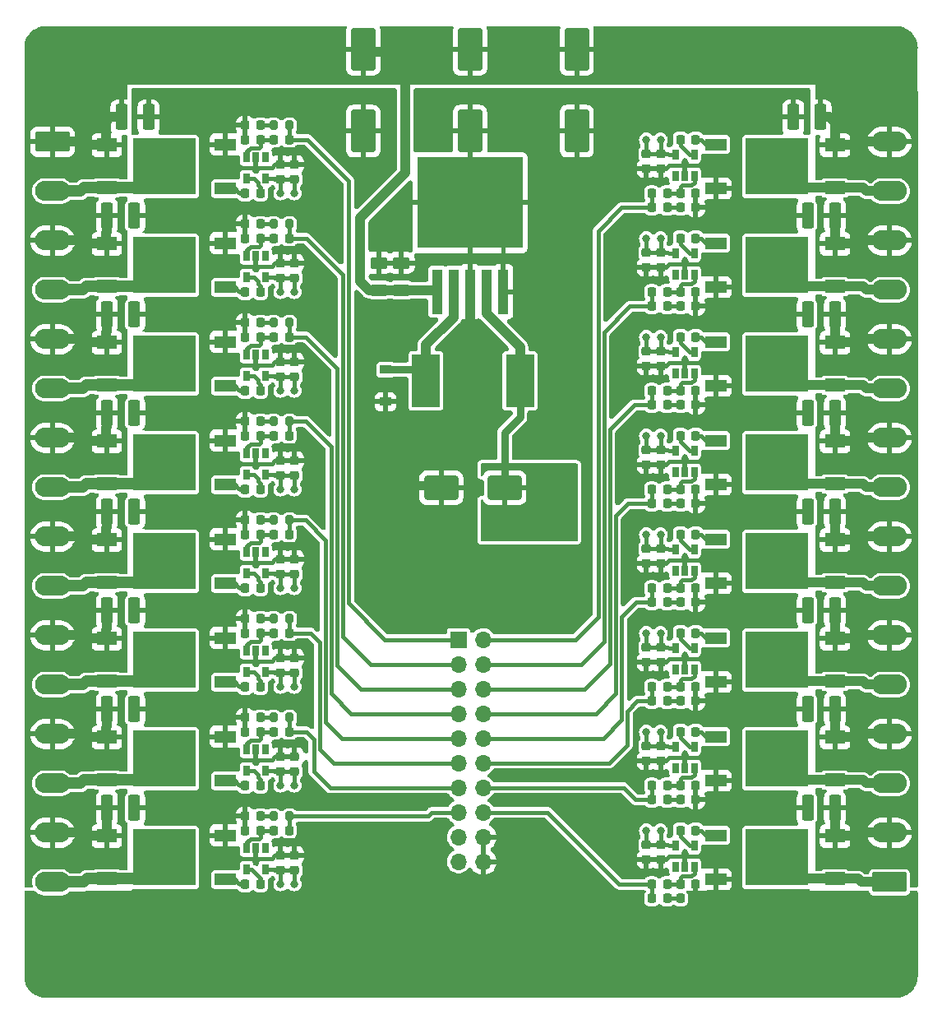
<source format=gbr>
G04 #@! TF.GenerationSoftware,KiCad,Pcbnew,7.0.1*
G04 #@! TF.CreationDate,2023-06-29T16:02:41+02:00*
G04 #@! TF.ProjectId,Magnetsteuerung_v2.1,4d61676e-6574-4737-9465-756572756e67,rev?*
G04 #@! TF.SameCoordinates,Original*
G04 #@! TF.FileFunction,Copper,L1,Top*
G04 #@! TF.FilePolarity,Positive*
%FSLAX46Y46*%
G04 Gerber Fmt 4.6, Leading zero omitted, Abs format (unit mm)*
G04 Created by KiCad (PCBNEW 7.0.1) date 2023-06-29 16:02:41*
%MOMM*%
%LPD*%
G01*
G04 APERTURE LIST*
G04 Aperture macros list*
%AMRoundRect*
0 Rectangle with rounded corners*
0 $1 Rounding radius*
0 $2 $3 $4 $5 $6 $7 $8 $9 X,Y pos of 4 corners*
0 Add a 4 corners polygon primitive as box body*
4,1,4,$2,$3,$4,$5,$6,$7,$8,$9,$2,$3,0*
0 Add four circle primitives for the rounded corners*
1,1,$1+$1,$2,$3*
1,1,$1+$1,$4,$5*
1,1,$1+$1,$6,$7*
1,1,$1+$1,$8,$9*
0 Add four rect primitives between the rounded corners*
20,1,$1+$1,$2,$3,$4,$5,0*
20,1,$1+$1,$4,$5,$6,$7,0*
20,1,$1+$1,$6,$7,$8,$9,0*
20,1,$1+$1,$8,$9,$2,$3,0*%
G04 Aperture macros list end*
G04 #@! TA.AperFunction,SMDPad,CuDef*
%ADD10RoundRect,0.250000X1.500000X1.000000X-1.500000X1.000000X-1.500000X-1.000000X1.500000X-1.000000X0*%
G04 #@! TD*
G04 #@! TA.AperFunction,SMDPad,CuDef*
%ADD11RoundRect,0.218750X-0.218750X-0.256250X0.218750X-0.256250X0.218750X0.256250X-0.218750X0.256250X0*%
G04 #@! TD*
G04 #@! TA.AperFunction,SMDPad,CuDef*
%ADD12R,2.200000X1.200000*%
G04 #@! TD*
G04 #@! TA.AperFunction,SMDPad,CuDef*
%ADD13R,6.400000X5.800000*%
G04 #@! TD*
G04 #@! TA.AperFunction,SMDPad,CuDef*
%ADD14RoundRect,0.218750X0.218750X0.256250X-0.218750X0.256250X-0.218750X-0.256250X0.218750X-0.256250X0*%
G04 #@! TD*
G04 #@! TA.AperFunction,SMDPad,CuDef*
%ADD15R,2.100000X1.400000*%
G04 #@! TD*
G04 #@! TA.AperFunction,SMDPad,CuDef*
%ADD16RoundRect,0.250000X-1.000000X1.950000X-1.000000X-1.950000X1.000000X-1.950000X1.000000X1.950000X0*%
G04 #@! TD*
G04 #@! TA.AperFunction,SMDPad,CuDef*
%ADD17R,1.200000X0.900000*%
G04 #@! TD*
G04 #@! TA.AperFunction,SMDPad,CuDef*
%ADD18RoundRect,0.250000X0.625000X-0.375000X0.625000X0.375000X-0.625000X0.375000X-0.625000X-0.375000X0*%
G04 #@! TD*
G04 #@! TA.AperFunction,SMDPad,CuDef*
%ADD19R,2.900000X5.400000*%
G04 #@! TD*
G04 #@! TA.AperFunction,ComponentPad*
%ADD20C,0.900000*%
G04 #@! TD*
G04 #@! TA.AperFunction,ComponentPad*
%ADD21C,8.600000*%
G04 #@! TD*
G04 #@! TA.AperFunction,ComponentPad*
%ADD22R,1.700000X1.700000*%
G04 #@! TD*
G04 #@! TA.AperFunction,ComponentPad*
%ADD23O,1.700000X1.700000*%
G04 #@! TD*
G04 #@! TA.AperFunction,SMDPad,CuDef*
%ADD24R,1.100000X4.600000*%
G04 #@! TD*
G04 #@! TA.AperFunction,SMDPad,CuDef*
%ADD25R,10.800000X9.400000*%
G04 #@! TD*
G04 #@! TA.AperFunction,SMDPad,CuDef*
%ADD26R,0.650000X1.060000*%
G04 #@! TD*
G04 #@! TA.AperFunction,SMDPad,CuDef*
%ADD27RoundRect,0.218750X0.256250X-0.218750X0.256250X0.218750X-0.256250X0.218750X-0.256250X-0.218750X0*%
G04 #@! TD*
G04 #@! TA.AperFunction,SMDPad,CuDef*
%ADD28RoundRect,0.218750X-0.256250X0.218750X-0.256250X-0.218750X0.256250X-0.218750X0.256250X0.218750X0*%
G04 #@! TD*
G04 #@! TA.AperFunction,SMDPad,CuDef*
%ADD29RoundRect,0.200000X-0.200000X-0.275000X0.200000X-0.275000X0.200000X0.275000X-0.200000X0.275000X0*%
G04 #@! TD*
G04 #@! TA.AperFunction,SMDPad,CuDef*
%ADD30RoundRect,0.250000X-0.375000X-1.075000X0.375000X-1.075000X0.375000X1.075000X-0.375000X1.075000X0*%
G04 #@! TD*
G04 #@! TA.AperFunction,SMDPad,CuDef*
%ADD31RoundRect,0.250000X0.375000X1.075000X-0.375000X1.075000X-0.375000X-1.075000X0.375000X-1.075000X0*%
G04 #@! TD*
G04 #@! TA.AperFunction,ComponentPad*
%ADD32RoundRect,0.249999X1.550001X-0.790001X1.550001X0.790001X-1.550001X0.790001X-1.550001X-0.790001X0*%
G04 #@! TD*
G04 #@! TA.AperFunction,ComponentPad*
%ADD33O,3.600000X2.080000*%
G04 #@! TD*
G04 #@! TA.AperFunction,ComponentPad*
%ADD34RoundRect,0.249999X-1.550001X0.790001X-1.550001X-0.790001X1.550001X-0.790001X1.550001X0.790001X0*%
G04 #@! TD*
G04 #@! TA.AperFunction,ViaPad*
%ADD35C,0.800000*%
G04 #@! TD*
G04 #@! TA.AperFunction,Conductor*
%ADD36C,0.400000*%
G04 #@! TD*
G04 #@! TA.AperFunction,Conductor*
%ADD37C,1.000000*%
G04 #@! TD*
G04 #@! TA.AperFunction,Conductor*
%ADD38C,0.800000*%
G04 #@! TD*
G04 #@! TA.AperFunction,Conductor*
%ADD39C,1.200000*%
G04 #@! TD*
G04 APERTURE END LIST*
D10*
X138450000Y-78500000D03*
X131950000Y-78500000D03*
D11*
X111742500Y-81850000D03*
X113317500Y-81850000D03*
X111742500Y-51370000D03*
X113317500Y-51370000D03*
X111742500Y-71690000D03*
X113317500Y-71690000D03*
X111742500Y-41210000D03*
X113317500Y-41210000D03*
X111742500Y-92010000D03*
X113317500Y-92010000D03*
X111742500Y-61530000D03*
X113317500Y-61530000D03*
D12*
X109700000Y-88360000D03*
D13*
X103400000Y-86080000D03*
D12*
X109700000Y-83800000D03*
X109700000Y-57880000D03*
D13*
X103400000Y-55600000D03*
D12*
X109700000Y-53320000D03*
X109700000Y-108680000D03*
D13*
X103400000Y-106400000D03*
D12*
X109700000Y-104120000D03*
X109700000Y-78200000D03*
D13*
X103400000Y-75920000D03*
D12*
X109700000Y-73640000D03*
X109700000Y-47720000D03*
D13*
X103400000Y-45440000D03*
D12*
X109700000Y-43160000D03*
X109700000Y-98520000D03*
D13*
X103400000Y-96240000D03*
D12*
X109700000Y-93960000D03*
X109700000Y-68040000D03*
D13*
X103400000Y-65760000D03*
D12*
X109700000Y-63480000D03*
D11*
X114702500Y-83310000D03*
X116277500Y-83310000D03*
X111742500Y-83310000D03*
X113317500Y-83310000D03*
X114702500Y-52830000D03*
X116277500Y-52830000D03*
X111742500Y-52830000D03*
X113317500Y-52830000D03*
D14*
X113317500Y-88850000D03*
X111742500Y-88850000D03*
X113317500Y-58370000D03*
X111742500Y-58370000D03*
D11*
X114702500Y-103630000D03*
X116277500Y-103630000D03*
X111742500Y-103630000D03*
X113317500Y-103630000D03*
X114702500Y-73150000D03*
X116277500Y-73150000D03*
X111742500Y-73150000D03*
X113317500Y-73150000D03*
X114702500Y-42670000D03*
X116277500Y-42670000D03*
X111742500Y-42670000D03*
X113317500Y-42670000D03*
D14*
X113317500Y-109170000D03*
X111742500Y-109170000D03*
X113317500Y-78690000D03*
X111742500Y-78690000D03*
D11*
X114702500Y-93470000D03*
X116277500Y-93470000D03*
X111742500Y-93470000D03*
X113317500Y-93470000D03*
X114702500Y-62990000D03*
X116277500Y-62990000D03*
X111742500Y-62990000D03*
X113317500Y-62990000D03*
D14*
X113317500Y-99010000D03*
X111742500Y-99010000D03*
X113317500Y-68530000D03*
X111742500Y-68530000D03*
D15*
X97500000Y-104200000D03*
X97500000Y-108600000D03*
D16*
X134900000Y-33400000D03*
X134900000Y-41800000D03*
D17*
X126200000Y-66350000D03*
X126200000Y-69650000D03*
D18*
X127830000Y-58160000D03*
X127830000Y-55360000D03*
D19*
X130350000Y-67500000D03*
X140050000Y-67500000D03*
D15*
X97500000Y-83880000D03*
X97500000Y-88280000D03*
X97500000Y-53400000D03*
X97500000Y-57800000D03*
X97500000Y-73720000D03*
X97500000Y-78120000D03*
X97500000Y-94040000D03*
X97500000Y-98440000D03*
X97500000Y-63560000D03*
X97500000Y-67960000D03*
X172500000Y-43240000D03*
X172500000Y-47640000D03*
D14*
X158157500Y-120790000D03*
X156582500Y-120790000D03*
D12*
X160200000Y-114280000D03*
D13*
X166500000Y-116560000D03*
D12*
X160200000Y-118840000D03*
D14*
X155197500Y-119330000D03*
X153622500Y-119330000D03*
X158157500Y-119330000D03*
X156582500Y-119330000D03*
D11*
X156582500Y-113790000D03*
X158157500Y-113790000D03*
D15*
X172500000Y-73720000D03*
X172500000Y-78120000D03*
X172500000Y-104200000D03*
X172500000Y-108600000D03*
X172500000Y-83880000D03*
X172500000Y-88280000D03*
X172500000Y-114360000D03*
X172500000Y-118760000D03*
X172500000Y-94040000D03*
X172500000Y-98440000D03*
X172500000Y-53400000D03*
X172500000Y-57800000D03*
X172500000Y-63560000D03*
X172500000Y-67960000D03*
D20*
X90275000Y-35500000D03*
X91219581Y-33219581D03*
X91219581Y-37780419D03*
X93500000Y-32275000D03*
D21*
X93500000Y-35500000D03*
D20*
X93500000Y-38725000D03*
X95780419Y-33219581D03*
X95780419Y-37780419D03*
X96725000Y-35500000D03*
X173275000Y-35500000D03*
X174219581Y-33219581D03*
X174219581Y-37780419D03*
X176500000Y-32275000D03*
D21*
X176500000Y-35500000D03*
D20*
X176500000Y-38725000D03*
X178780419Y-33219581D03*
X178780419Y-37780419D03*
X179725000Y-35500000D03*
X173275000Y-126500000D03*
X174219581Y-124219581D03*
X174219581Y-128780419D03*
X176500000Y-123275000D03*
D21*
X176500000Y-126500000D03*
D20*
X176500000Y-129725000D03*
X178780419Y-124219581D03*
X178780419Y-128780419D03*
X179725000Y-126500000D03*
D22*
X133725000Y-94145000D03*
D23*
X136265000Y-94145000D03*
X133725000Y-96685000D03*
X136265000Y-96685000D03*
X133725000Y-99225000D03*
X136265000Y-99225000D03*
X133725000Y-101765000D03*
X136265000Y-101765000D03*
X133725000Y-104305000D03*
X136265000Y-104305000D03*
X133725000Y-106845000D03*
X136265000Y-106845000D03*
X133725000Y-109385000D03*
X136265000Y-109385000D03*
X133725000Y-111925000D03*
X136265000Y-111925000D03*
X133725000Y-114465000D03*
X136265000Y-114465000D03*
X133725000Y-117005000D03*
X136265000Y-117005000D03*
D24*
X131500000Y-58318400D03*
X133200000Y-58318400D03*
X134900000Y-58318400D03*
D25*
X134900000Y-49168400D03*
D24*
X136600000Y-58318400D03*
X138300000Y-58318400D03*
D26*
X113800000Y-115600000D03*
X112850000Y-115600000D03*
X111900000Y-115600000D03*
X111900000Y-117800000D03*
X113800000Y-117800000D03*
X113800000Y-85120000D03*
X112850000Y-85120000D03*
X111900000Y-85120000D03*
X111900000Y-87320000D03*
X113800000Y-87320000D03*
X113800000Y-54640000D03*
X112850000Y-54640000D03*
X111900000Y-54640000D03*
X111900000Y-56840000D03*
X113800000Y-56840000D03*
X113800000Y-74960000D03*
X112850000Y-74960000D03*
X111900000Y-74960000D03*
X111900000Y-77160000D03*
X113800000Y-77160000D03*
X113800000Y-105440000D03*
X112850000Y-105440000D03*
X111900000Y-105440000D03*
X111900000Y-107640000D03*
X113800000Y-107640000D03*
X113800000Y-44480000D03*
X112850000Y-44480000D03*
X111900000Y-44480000D03*
X111900000Y-46680000D03*
X113800000Y-46680000D03*
X113800000Y-95280000D03*
X112850000Y-95280000D03*
X111900000Y-95280000D03*
X111900000Y-97480000D03*
X113800000Y-97480000D03*
X156100000Y-117520000D03*
X157050000Y-117520000D03*
X158000000Y-117520000D03*
X158000000Y-115320000D03*
X156100000Y-115320000D03*
X113800000Y-64800000D03*
X112850000Y-64800000D03*
X111900000Y-64800000D03*
X111900000Y-67000000D03*
X113800000Y-67000000D03*
D27*
X116840000Y-117907500D03*
X116840000Y-116332500D03*
X115380000Y-117907500D03*
X115380000Y-116332500D03*
X116840000Y-87427500D03*
X116840000Y-85852500D03*
X115380000Y-87427500D03*
X115380000Y-85852500D03*
X116840000Y-56947500D03*
X116840000Y-55372500D03*
X115380000Y-56947500D03*
X115380000Y-55372500D03*
X116840000Y-107747500D03*
X116840000Y-106172500D03*
X115380000Y-107747500D03*
X115380000Y-106172500D03*
X116840000Y-77267500D03*
X116840000Y-75692500D03*
X115380000Y-77267500D03*
X115380000Y-75692500D03*
X116840000Y-46787500D03*
X116840000Y-45212500D03*
X115380000Y-46787500D03*
X115380000Y-45212500D03*
X116840000Y-97587500D03*
X116840000Y-96012500D03*
X115380000Y-97587500D03*
X115380000Y-96012500D03*
X116840000Y-67107500D03*
X116840000Y-65532500D03*
X115380000Y-67107500D03*
X115380000Y-65532500D03*
D28*
X153060000Y-115212500D03*
X153060000Y-116787500D03*
X154520000Y-115212500D03*
X154520000Y-116787500D03*
D29*
X114665000Y-81850000D03*
X116315000Y-81850000D03*
X114665000Y-51370000D03*
X116315000Y-51370000D03*
X114665000Y-71690000D03*
X116315000Y-71690000D03*
X114665000Y-41210000D03*
X116315000Y-41210000D03*
X114665000Y-92010000D03*
X116315000Y-92010000D03*
X114665000Y-61530000D03*
X116315000Y-61530000D03*
D14*
X155197500Y-120790000D03*
X153622500Y-120790000D03*
D15*
X97500000Y-43240000D03*
X97500000Y-47640000D03*
D12*
X109700000Y-118840000D03*
D13*
X103400000Y-116560000D03*
D12*
X109700000Y-114280000D03*
D11*
X114702500Y-113790000D03*
X116277500Y-113790000D03*
X111742500Y-113790000D03*
X113317500Y-113790000D03*
D15*
X97500000Y-114360000D03*
X97500000Y-118760000D03*
D14*
X113317500Y-119330000D03*
X111742500Y-119330000D03*
D11*
X111742500Y-102170000D03*
X113317500Y-102170000D03*
D20*
X90275000Y-126500000D03*
X91219581Y-124219581D03*
X91219581Y-128780419D03*
X93500000Y-123275000D03*
D21*
X93500000Y-126500000D03*
D20*
X93500000Y-129725000D03*
X95780419Y-124219581D03*
X95780419Y-128780419D03*
X96725000Y-126500000D03*
D29*
X114665000Y-102170000D03*
X116315000Y-102170000D03*
D14*
X113317500Y-48210000D03*
X111742500Y-48210000D03*
D30*
X168200000Y-40360000D03*
X171000000Y-40360000D03*
X169700000Y-70840000D03*
X172500000Y-70840000D03*
X169700000Y-101320000D03*
X172500000Y-101320000D03*
X169700000Y-50520000D03*
X172500000Y-50520000D03*
X169700000Y-81000000D03*
X172500000Y-81000000D03*
X169700000Y-111480000D03*
X172500000Y-111480000D03*
X169700000Y-60680000D03*
X172500000Y-60680000D03*
X169700000Y-91160000D03*
X172500000Y-91160000D03*
D31*
X100300000Y-111480000D03*
X97500000Y-111480000D03*
X100300000Y-81000000D03*
X97500000Y-81000000D03*
X100300000Y-50520000D03*
X97500000Y-50520000D03*
X100300000Y-101320000D03*
X97500000Y-101320000D03*
X100300000Y-70840000D03*
X97500000Y-70840000D03*
X101800000Y-40360000D03*
X99000000Y-40360000D03*
X100300000Y-91160000D03*
X97500000Y-91160000D03*
X100300000Y-60680000D03*
X97500000Y-60680000D03*
D11*
X111742500Y-112330000D03*
X113317500Y-112330000D03*
D12*
X160200000Y-73640000D03*
D13*
X166500000Y-75920000D03*
D12*
X160200000Y-78200000D03*
X160200000Y-53320000D03*
D13*
X166500000Y-55600000D03*
D12*
X160200000Y-57880000D03*
D14*
X155197500Y-48210000D03*
X153622500Y-48210000D03*
D12*
X160200000Y-104120000D03*
D13*
X166500000Y-106400000D03*
D12*
X160200000Y-108680000D03*
D14*
X158157500Y-48210000D03*
X156582500Y-48210000D03*
X158157500Y-78690000D03*
X156582500Y-78690000D03*
X158157500Y-100470000D03*
X156582500Y-100470000D03*
D12*
X160200000Y-93960000D03*
D13*
X166500000Y-96240000D03*
D12*
X160200000Y-98520000D03*
D14*
X155197500Y-78690000D03*
X153622500Y-78690000D03*
D12*
X160200000Y-83800000D03*
D13*
X166500000Y-86080000D03*
D12*
X160200000Y-88360000D03*
D14*
X158157500Y-90310000D03*
X156582500Y-90310000D03*
X158157500Y-69990000D03*
X156582500Y-69990000D03*
D12*
X160200000Y-63480000D03*
D13*
X166500000Y-65760000D03*
D12*
X160200000Y-68040000D03*
D11*
X156582500Y-42670000D03*
X158157500Y-42670000D03*
D14*
X158157500Y-109170000D03*
X156582500Y-109170000D03*
X155197500Y-109170000D03*
X153622500Y-109170000D03*
D11*
X156582500Y-73150000D03*
X158157500Y-73150000D03*
X156582500Y-103630000D03*
X158157500Y-103630000D03*
D14*
X158157500Y-88850000D03*
X156582500Y-88850000D03*
X155197500Y-58370000D03*
X153622500Y-58370000D03*
X158157500Y-58370000D03*
X156582500Y-58370000D03*
X155197500Y-99010000D03*
X153622500Y-99010000D03*
X155197500Y-88850000D03*
X153622500Y-88850000D03*
D11*
X156582500Y-83310000D03*
X158157500Y-83310000D03*
X156582500Y-62990000D03*
X158157500Y-62990000D03*
X156582500Y-52830000D03*
X158157500Y-52830000D03*
X156582500Y-93470000D03*
X158157500Y-93470000D03*
D14*
X155197500Y-68530000D03*
X153622500Y-68530000D03*
X158157500Y-68530000D03*
X156582500Y-68530000D03*
X158157500Y-99010000D03*
X156582500Y-99010000D03*
D26*
X156100000Y-46400000D03*
X157050000Y-46400000D03*
X158000000Y-46400000D03*
X158000000Y-44200000D03*
X156100000Y-44200000D03*
X156100000Y-56560000D03*
X157050000Y-56560000D03*
X158000000Y-56560000D03*
X158000000Y-54360000D03*
X156100000Y-54360000D03*
X156100000Y-87040000D03*
X157050000Y-87040000D03*
X158000000Y-87040000D03*
X158000000Y-84840000D03*
X156100000Y-84840000D03*
X156100000Y-66720000D03*
X157050000Y-66720000D03*
X158000000Y-66720000D03*
X158000000Y-64520000D03*
X156100000Y-64520000D03*
X156100000Y-97200000D03*
X157050000Y-97200000D03*
X158000000Y-97200000D03*
X158000000Y-95000000D03*
X156100000Y-95000000D03*
X156100000Y-76880000D03*
X157050000Y-76880000D03*
X158000000Y-76880000D03*
X158000000Y-74680000D03*
X156100000Y-74680000D03*
D12*
X160200000Y-43160000D03*
D13*
X166500000Y-45440000D03*
D12*
X160200000Y-47720000D03*
D26*
X156100000Y-107360000D03*
X157050000Y-107360000D03*
X158000000Y-107360000D03*
X158000000Y-105160000D03*
X156100000Y-105160000D03*
D28*
X154520000Y-74572500D03*
X154520000Y-76147500D03*
X154520000Y-44092500D03*
X154520000Y-45667500D03*
X153060000Y-44092500D03*
X153060000Y-45667500D03*
X153060000Y-74572500D03*
X153060000Y-76147500D03*
X153060000Y-94892500D03*
X153060000Y-96467500D03*
X153060000Y-105052500D03*
X153060000Y-106627500D03*
X154520000Y-105052500D03*
X154520000Y-106627500D03*
X154520000Y-54252500D03*
X154520000Y-55827500D03*
X153060000Y-54252500D03*
X153060000Y-55827500D03*
X154520000Y-94892500D03*
X154520000Y-96467500D03*
X153060000Y-84732500D03*
X153060000Y-86307500D03*
X154520000Y-64412500D03*
X154520000Y-65987500D03*
X154520000Y-84732500D03*
X154520000Y-86307500D03*
X153060000Y-64412500D03*
X153060000Y-65987500D03*
D14*
X155197500Y-49670000D03*
X153622500Y-49670000D03*
X155197500Y-80150000D03*
X153622500Y-80150000D03*
X155197500Y-110630000D03*
X153622500Y-110630000D03*
X155197500Y-59830000D03*
X153622500Y-59830000D03*
X155197500Y-90310000D03*
X153622500Y-90310000D03*
X155197500Y-100470000D03*
X153622500Y-100470000D03*
X155197500Y-69990000D03*
X153622500Y-69990000D03*
X158157500Y-80150000D03*
X156582500Y-80150000D03*
X158157500Y-59830000D03*
X156582500Y-59830000D03*
X158157500Y-110630000D03*
X156582500Y-110630000D03*
X158157500Y-49670000D03*
X156582500Y-49670000D03*
D29*
X114665000Y-112330000D03*
X116315000Y-112330000D03*
D16*
X145900000Y-33400000D03*
X145900000Y-41800000D03*
X123900000Y-33400000D03*
X123900000Y-41800000D03*
D18*
X125510000Y-58160000D03*
X125510000Y-55360000D03*
D32*
X178100000Y-119100000D03*
D33*
X178100000Y-114020000D03*
X178100000Y-108940000D03*
X178100000Y-103860000D03*
X178100000Y-98780000D03*
X178100000Y-93700000D03*
X178100000Y-88620000D03*
X178100000Y-83540000D03*
X178100000Y-78460000D03*
X178100000Y-73380000D03*
X178100000Y-68300000D03*
X178100000Y-63220000D03*
X178100000Y-58140000D03*
X178100000Y-53060000D03*
X178100000Y-47980000D03*
X178100000Y-42900000D03*
D34*
X91900000Y-42900000D03*
D33*
X91900000Y-47980000D03*
X91900000Y-53060000D03*
X91900000Y-58140000D03*
X91900000Y-63220000D03*
X91900000Y-68300000D03*
X91900000Y-73380000D03*
X91900000Y-78460000D03*
X91900000Y-83540000D03*
X91900000Y-88620000D03*
X91900000Y-93700000D03*
X91900000Y-98780000D03*
X91900000Y-103860000D03*
X91900000Y-108940000D03*
X91900000Y-114020000D03*
X91900000Y-119100000D03*
D35*
X136000000Y-87800000D03*
X133000000Y-87800000D03*
X144400000Y-87800000D03*
X138800000Y-87800000D03*
X141600000Y-87800000D03*
X130200000Y-89400000D03*
X130200000Y-87800000D03*
X133000000Y-89400000D03*
X144400000Y-89400000D03*
X127400000Y-89400000D03*
X130200000Y-92400000D03*
X138800000Y-91000000D03*
X127400000Y-87800000D03*
X127400000Y-92400000D03*
X144400000Y-92400000D03*
X138800000Y-89400000D03*
X141600000Y-91000000D03*
X144400000Y-91000000D03*
X136000000Y-89400000D03*
X133000000Y-91000000D03*
X141600000Y-92400000D03*
X130200000Y-91000000D03*
X141600000Y-89400000D03*
X127400000Y-91000000D03*
X136000000Y-91000000D03*
X115400000Y-109140000D03*
X116800000Y-109140000D03*
X154520000Y-42710000D03*
X153060000Y-113830000D03*
X154520000Y-113830000D03*
X139000000Y-81500000D03*
X145000000Y-83000000D03*
X143500000Y-81500000D03*
X153060000Y-52870000D03*
X154520000Y-83350000D03*
X143500000Y-77000000D03*
X142000000Y-83000000D03*
X137500000Y-81500000D03*
X142000000Y-81500000D03*
X139000000Y-83000000D03*
X115400000Y-58340000D03*
X142000000Y-80000000D03*
X116800000Y-68500000D03*
X154520000Y-73190000D03*
X154520000Y-93510000D03*
X145000000Y-81500000D03*
X116800000Y-88820000D03*
X137500000Y-83000000D03*
X153060000Y-73190000D03*
X115400000Y-48180000D03*
X115400000Y-88820000D03*
X143500000Y-80000000D03*
X116800000Y-98980000D03*
X116800000Y-58340000D03*
X153060000Y-83350000D03*
X142000000Y-77000000D03*
X153060000Y-63030000D03*
X153060000Y-93510000D03*
X145000000Y-80000000D03*
X154520000Y-103670000D03*
X143500000Y-78500000D03*
X145000000Y-78500000D03*
X153060000Y-42710000D03*
X153060000Y-103670000D03*
X116800000Y-78660000D03*
X116800000Y-119300000D03*
X145000000Y-77000000D03*
X115400000Y-119300000D03*
X140500000Y-81500000D03*
X115400000Y-78660000D03*
X143500000Y-83000000D03*
X154520000Y-52870000D03*
X115400000Y-98980000D03*
X115400000Y-68500000D03*
X116800000Y-48180000D03*
X140500000Y-83000000D03*
X142000000Y-78500000D03*
X154520000Y-63030000D03*
D36*
X126250000Y-66500000D02*
X126200000Y-66450000D01*
D37*
X130350000Y-63800000D02*
X133200000Y-60950000D01*
X133200000Y-60950000D02*
X133200000Y-58175000D01*
D38*
X130200000Y-66350000D02*
X130350000Y-66500000D01*
X126200000Y-66350000D02*
X130200000Y-66350000D01*
D37*
X130350000Y-67500000D02*
X130350000Y-63800000D01*
X133200000Y-56975000D02*
X133200000Y-59400000D01*
D36*
X130350000Y-66500000D02*
X126250000Y-66500000D01*
D37*
X97500000Y-91160000D02*
X97500000Y-93025000D01*
X124535000Y-58160000D02*
X123610000Y-57235000D01*
X127290000Y-33600000D02*
X123900000Y-33600000D01*
X172500000Y-91160000D02*
X172500000Y-94040000D01*
X95110000Y-114020000D02*
X94505000Y-114020000D01*
X97400000Y-103190000D02*
X97500000Y-103090000D01*
X172500000Y-94040000D02*
X174810000Y-94040000D01*
X174890000Y-53060000D02*
X176210000Y-53060000D01*
X178500000Y-73380000D02*
X175700000Y-73380000D01*
X97400000Y-104200000D02*
X95350000Y-104200000D01*
X97400000Y-53400000D02*
X95350000Y-53400000D01*
X97400000Y-63560000D02*
X95350000Y-63560000D01*
X172500000Y-70840000D02*
X172500000Y-73720000D01*
X172500000Y-40910000D02*
X172500000Y-43240000D01*
X97500000Y-114360000D02*
X95450000Y-114360000D01*
X95080000Y-42900000D02*
X95080000Y-42970000D01*
X97500000Y-60680000D02*
X97500000Y-62405000D01*
X178500000Y-53060000D02*
X176210000Y-53060000D01*
X91500000Y-83540000D02*
X93735000Y-83540000D01*
X175360000Y-94040000D02*
X174810000Y-94040000D01*
X172500000Y-60680000D02*
X172500000Y-63560000D01*
X178500000Y-93700000D02*
X175700000Y-93700000D01*
X95450000Y-114360000D02*
X95110000Y-114020000D01*
X174550000Y-114360000D02*
X174890000Y-114020000D01*
X178500000Y-114020000D02*
X176900000Y-114020000D01*
X95080000Y-42970000D02*
X95350000Y-43240000D01*
X171950000Y-40360000D02*
X172500000Y-40910000D01*
X94640000Y-73720000D02*
X95440000Y-73720000D01*
X174550000Y-43240000D02*
X174890000Y-42900000D01*
X91500000Y-53060000D02*
X93735000Y-53060000D01*
X127830000Y-58160000D02*
X131485000Y-58160000D01*
X95010000Y-63220000D02*
X93640000Y-63220000D01*
X172500000Y-50520000D02*
X172500000Y-53400000D01*
X125510000Y-58160000D02*
X127830000Y-58160000D01*
X97500000Y-52175000D02*
X97400000Y-52275000D01*
X97500000Y-82590000D02*
X97400000Y-82690000D01*
X174890000Y-114020000D02*
X176900000Y-114020000D01*
X172500000Y-111480000D02*
X172500000Y-114360000D01*
X128240000Y-46070000D02*
X128240000Y-34550000D01*
X172500000Y-114360000D02*
X174550000Y-114360000D01*
X175700000Y-63220000D02*
X175360000Y-63560000D01*
X175700000Y-73380000D02*
X175360000Y-73720000D01*
X97400000Y-104200000D02*
X97400000Y-103190000D01*
X97500000Y-101320000D02*
X97500000Y-103090000D01*
X91500000Y-63220000D02*
X93640000Y-63220000D01*
X95350000Y-43240000D02*
X97400000Y-43240000D01*
X95350000Y-94040000D02*
X95010000Y-93700000D01*
X175360000Y-73720000D02*
X174350000Y-73720000D01*
X178500000Y-42900000D02*
X175520000Y-42900000D01*
X91500000Y-42900000D02*
X95080000Y-42900000D01*
X178500000Y-103860000D02*
X175700000Y-103860000D01*
X97500000Y-111480000D02*
X97500000Y-113215000D01*
X128240000Y-34550000D02*
X127290000Y-33600000D01*
X97400000Y-73720000D02*
X95440000Y-73720000D01*
X97400000Y-53400000D02*
X97400000Y-52275000D01*
X172500000Y-81000000D02*
X172500000Y-83880000D01*
X91500000Y-114020000D02*
X94505000Y-114020000D01*
X95010000Y-83540000D02*
X93735000Y-83540000D01*
X175360000Y-83880000D02*
X174570000Y-83880000D01*
X172500000Y-53400000D02*
X174550000Y-53400000D01*
X172500000Y-83880000D02*
X174570000Y-83880000D01*
X95350000Y-53400000D02*
X95010000Y-53060000D01*
X94300000Y-73380000D02*
X94640000Y-73720000D01*
X95350000Y-83880000D02*
X95010000Y-83540000D01*
X97400000Y-73720000D02*
X97400000Y-72975000D01*
X178500000Y-63220000D02*
X175700000Y-63220000D01*
X97500000Y-62405000D02*
X97400000Y-62505000D01*
X125510000Y-58160000D02*
X124535000Y-58160000D01*
X97400000Y-83880000D02*
X97400000Y-82690000D01*
X97500000Y-72265000D02*
X97400000Y-72365000D01*
X97400000Y-63560000D02*
X97400000Y-62505000D01*
X172500000Y-73720000D02*
X174350000Y-73720000D01*
X175360000Y-104200000D02*
X174640000Y-104200000D01*
X97400000Y-94040000D02*
X97400000Y-93125000D01*
X97400000Y-72365000D02*
X97400000Y-72975000D01*
X174550000Y-53400000D02*
X174890000Y-53060000D01*
X174890000Y-42900000D02*
X175520000Y-42900000D01*
X97500000Y-70840000D02*
X97500000Y-72265000D01*
X97400000Y-94040000D02*
X95350000Y-94040000D01*
X95010000Y-53060000D02*
X93735000Y-53060000D01*
X172500000Y-63560000D02*
X173610000Y-63560000D01*
X95350000Y-104200000D02*
X95010000Y-103860000D01*
X171000000Y-40360000D02*
X171950000Y-40360000D01*
X91500000Y-103860000D02*
X93555000Y-103860000D01*
X97865000Y-40360000D02*
X99000000Y-40360000D01*
X172500000Y-43240000D02*
X174550000Y-43240000D01*
X172500000Y-101320000D02*
X172500000Y-104200000D01*
X97400000Y-43240000D02*
X97400000Y-40825000D01*
X95350000Y-63560000D02*
X95010000Y-63220000D01*
X97400000Y-83880000D02*
X95350000Y-83880000D01*
X97500000Y-81000000D02*
X97500000Y-82590000D01*
X123610000Y-57235000D02*
X123610000Y-50700000D01*
X91500000Y-73380000D02*
X94300000Y-73380000D01*
X172500000Y-104200000D02*
X174640000Y-104200000D01*
X131485000Y-58160000D02*
X131500000Y-58175000D01*
X97400000Y-40825000D02*
X97865000Y-40360000D01*
X175700000Y-93700000D02*
X175360000Y-94040000D01*
X175700000Y-103860000D02*
X175360000Y-104200000D01*
X97500000Y-114360000D02*
X97500000Y-113215000D01*
X91500000Y-93700000D02*
X93780000Y-93700000D01*
X178500000Y-83540000D02*
X175700000Y-83540000D01*
X95010000Y-93700000D02*
X93780000Y-93700000D01*
X95010000Y-103860000D02*
X93555000Y-103860000D01*
X123610000Y-50700000D02*
X128240000Y-46070000D01*
X175360000Y-63560000D02*
X173610000Y-63560000D01*
X97400000Y-93125000D02*
X97500000Y-93025000D01*
X97500000Y-50520000D02*
X97500000Y-52175000D01*
X175700000Y-83540000D02*
X175360000Y-83880000D01*
D36*
X109562500Y-43022500D02*
X109700000Y-43160000D01*
X111742500Y-42670000D02*
X111742500Y-41210000D01*
X109700000Y-43160000D02*
X109700000Y-45060000D01*
X109700000Y-45060000D02*
X110180000Y-45540000D01*
X110180000Y-45540000D02*
X112720000Y-45540000D01*
X112720000Y-45540000D02*
X112850000Y-45410000D01*
X112850000Y-45410000D02*
X112850000Y-44480000D01*
X110085000Y-41210000D02*
X109562500Y-41732500D01*
X111742500Y-41210000D02*
X110085000Y-41210000D01*
X109562500Y-41732500D02*
X109562500Y-43022500D01*
X115380000Y-45212500D02*
X114805000Y-45212500D01*
X112720000Y-45540000D02*
X113840000Y-45540000D01*
X114477500Y-45540000D02*
X113840000Y-45540000D01*
X114805000Y-45212500D02*
X114477500Y-45540000D01*
X116840000Y-45212500D02*
X115380000Y-45212500D01*
X157160000Y-106320000D02*
X157050000Y-106430000D01*
X160200000Y-110020000D02*
X160200000Y-108680000D01*
X155402500Y-106320000D02*
X157160000Y-106320000D01*
X154520000Y-106627500D02*
X155095000Y-106627500D01*
X159590000Y-110630000D02*
X160200000Y-110020000D01*
X157050000Y-106430000D02*
X157050000Y-107360000D01*
X158157500Y-110630000D02*
X158157500Y-109170000D01*
X160200000Y-106790000D02*
X159730000Y-106320000D01*
X159730000Y-106320000D02*
X157160000Y-106320000D01*
X155095000Y-106627500D02*
X155402500Y-106320000D01*
X153060000Y-106627500D02*
X154520000Y-106627500D01*
X160200000Y-108680000D02*
X160200000Y-106790000D01*
X158157500Y-110630000D02*
X159590000Y-110630000D01*
X114805000Y-65532500D02*
X114477500Y-65860000D01*
X138300000Y-56975000D02*
X138300000Y-51225000D01*
X159730000Y-96160000D02*
X157160000Y-96160000D01*
X153060000Y-76147500D02*
X154520000Y-76147500D01*
X110085000Y-102170000D02*
X109562500Y-102692500D01*
X159730000Y-75840000D02*
X157160000Y-75840000D01*
X116840000Y-106172500D02*
X115380000Y-106172500D01*
X157050000Y-86110000D02*
X157050000Y-87040000D01*
X155095000Y-76147500D02*
X155402500Y-75840000D01*
X116840000Y-116332500D02*
X115380000Y-116332500D01*
X155095000Y-116787500D02*
X155402500Y-116480000D01*
X111742500Y-61530000D02*
X110085000Y-61530000D01*
X153060000Y-116787500D02*
X154520000Y-116787500D01*
X112720000Y-65860000D02*
X112850000Y-65730000D01*
X109700000Y-63480000D02*
X109700000Y-65380000D01*
X154520000Y-96467500D02*
X155095000Y-96467500D01*
X158157500Y-120790000D02*
X158157500Y-119330000D01*
X155402500Y-75840000D02*
X157160000Y-75840000D01*
X157050000Y-75950000D02*
X157050000Y-76880000D01*
X111742500Y-62990000D02*
X111742500Y-61530000D01*
X109562500Y-63342500D02*
X109700000Y-63480000D01*
X111742500Y-81850000D02*
X110085000Y-81850000D01*
X114805000Y-96012500D02*
X114477500Y-96340000D01*
X155402500Y-116480000D02*
X157160000Y-116480000D01*
X131950000Y-74450000D02*
X131950000Y-78000000D01*
X110180000Y-116660000D02*
X112720000Y-116660000D01*
X114477500Y-96340000D02*
X113840000Y-96340000D01*
X109700000Y-55220000D02*
X110180000Y-55700000D01*
X153060000Y-65987500D02*
X154520000Y-65987500D01*
X114477500Y-106500000D02*
X113840000Y-106500000D01*
X112720000Y-55700000D02*
X113840000Y-55700000D01*
X111742500Y-92010000D02*
X110085000Y-92010000D01*
X134900000Y-56400000D02*
X134900000Y-47825000D01*
X114805000Y-55372500D02*
X114477500Y-55700000D01*
X158157500Y-100470000D02*
X159590000Y-100470000D01*
X158157500Y-69990000D02*
X159590000Y-69990000D01*
X109700000Y-106020000D02*
X110180000Y-106500000D01*
X154520000Y-76147500D02*
X155095000Y-76147500D01*
X112720000Y-116660000D02*
X113840000Y-116660000D01*
X116840000Y-55372500D02*
X115380000Y-55372500D01*
X110180000Y-106500000D02*
X112720000Y-106500000D01*
X109562500Y-102692500D02*
X109562500Y-103982500D01*
X159590000Y-120790000D02*
X160200000Y-120180000D01*
X138300000Y-51225000D02*
X134900000Y-47825000D01*
X111742500Y-93470000D02*
X111742500Y-92010000D01*
X114805000Y-75692500D02*
X114477500Y-76020000D01*
X154520000Y-116787500D02*
X155095000Y-116787500D01*
X160200000Y-79540000D02*
X160200000Y-78200000D01*
X160200000Y-57880000D02*
X160200000Y-55990000D01*
X109562500Y-92532500D02*
X109562500Y-93822500D01*
X111742500Y-112330000D02*
X110085000Y-112330000D01*
X160200000Y-86470000D02*
X159730000Y-86000000D01*
X157160000Y-116480000D02*
X157050000Y-116590000D01*
X115380000Y-55372500D02*
X114805000Y-55372500D01*
X160200000Y-88360000D02*
X160200000Y-86470000D01*
X158157500Y-59830000D02*
X158157500Y-58370000D01*
X114477500Y-86180000D02*
X113840000Y-86180000D01*
X110180000Y-76020000D02*
X112720000Y-76020000D01*
X115380000Y-85852500D02*
X114805000Y-85852500D01*
X116840000Y-75692500D02*
X115380000Y-75692500D01*
X157160000Y-96160000D02*
X157050000Y-96270000D01*
X110180000Y-55700000D02*
X112720000Y-55700000D01*
X157160000Y-65680000D02*
X157050000Y-65790000D01*
X160200000Y-47720000D02*
X160200000Y-45830000D01*
X157050000Y-55630000D02*
X157050000Y-56560000D01*
X109562500Y-83662500D02*
X109700000Y-83800000D01*
X116840000Y-85852500D02*
X115380000Y-85852500D01*
X160200000Y-96630000D02*
X159730000Y-96160000D01*
X112720000Y-86180000D02*
X113840000Y-86180000D01*
X160200000Y-69380000D02*
X160200000Y-68040000D01*
X116840000Y-96012500D02*
X115380000Y-96012500D01*
X109562500Y-103982500D02*
X109700000Y-104120000D01*
X158157500Y-80150000D02*
X158157500Y-78690000D01*
X109562500Y-114142500D02*
X109700000Y-114280000D01*
X153060000Y-96467500D02*
X154520000Y-96467500D01*
X112850000Y-55570000D02*
X112850000Y-54640000D01*
X112720000Y-86180000D02*
X112850000Y-86050000D01*
X112850000Y-96210000D02*
X112850000Y-95280000D01*
X109700000Y-93960000D02*
X109700000Y-95860000D01*
X109700000Y-75540000D02*
X110180000Y-76020000D01*
X109562500Y-93822500D02*
X109700000Y-93960000D01*
X115380000Y-96012500D02*
X114805000Y-96012500D01*
X155095000Y-86307500D02*
X155402500Y-86000000D01*
X157160000Y-86000000D02*
X157050000Y-86110000D01*
X154520000Y-45667500D02*
X155095000Y-45667500D01*
X109700000Y-95860000D02*
X110180000Y-96340000D01*
D37*
X134900000Y-60275000D02*
X134900000Y-71300000D01*
D36*
X109562500Y-82372500D02*
X109562500Y-83662500D01*
X115380000Y-65532500D02*
X114805000Y-65532500D01*
X111742500Y-103630000D02*
X111742500Y-102170000D01*
X160200000Y-99860000D02*
X160200000Y-98520000D01*
X110085000Y-51370000D02*
X109562500Y-51892500D01*
X158157500Y-90310000D02*
X158157500Y-88850000D01*
X158157500Y-69990000D02*
X158157500Y-68530000D01*
X158157500Y-59830000D02*
X159590000Y-59830000D01*
X155095000Y-45667500D02*
X155402500Y-45360000D01*
X114805000Y-116332500D02*
X114477500Y-116660000D01*
X153060000Y-55827500D02*
X154520000Y-55827500D01*
X154520000Y-86307500D02*
X155095000Y-86307500D01*
X111742500Y-113790000D02*
X111742500Y-112330000D01*
X109700000Y-114280000D02*
X109700000Y-116180000D01*
X111742500Y-83310000D02*
X111742500Y-81850000D01*
X159730000Y-86000000D02*
X157160000Y-86000000D01*
X110180000Y-65860000D02*
X112720000Y-65860000D01*
X155402500Y-55520000D02*
X157160000Y-55520000D01*
X160200000Y-116950000D02*
X159730000Y-116480000D01*
X114477500Y-55700000D02*
X113840000Y-55700000D01*
X109700000Y-104120000D02*
X109700000Y-106020000D01*
X159590000Y-100470000D02*
X160200000Y-99860000D01*
X112720000Y-65860000D02*
X113840000Y-65860000D01*
X110085000Y-112330000D02*
X109562500Y-112852500D01*
X112720000Y-55700000D02*
X112850000Y-55570000D01*
X114805000Y-106172500D02*
X114477500Y-106500000D01*
X160200000Y-76310000D02*
X159730000Y-75840000D01*
X159590000Y-59830000D02*
X160200000Y-59220000D01*
X109562500Y-73502500D02*
X109700000Y-73640000D01*
X112720000Y-96340000D02*
X112850000Y-96210000D01*
X160200000Y-118840000D02*
X160200000Y-116950000D01*
X155402500Y-65680000D02*
X157160000Y-65680000D01*
X112850000Y-75890000D02*
X112850000Y-74960000D01*
X159730000Y-116480000D02*
X157160000Y-116480000D01*
X109700000Y-73640000D02*
X109700000Y-75540000D01*
X112720000Y-76020000D02*
X112850000Y-75890000D01*
X115380000Y-75692500D02*
X114805000Y-75692500D01*
X160200000Y-89700000D02*
X160200000Y-88360000D01*
X112720000Y-76020000D02*
X113840000Y-76020000D01*
X109562500Y-112852500D02*
X109562500Y-114142500D01*
X159730000Y-55520000D02*
X157160000Y-55520000D01*
X109562500Y-51892500D02*
X109562500Y-53182500D01*
X157050000Y-116590000D02*
X157050000Y-117520000D01*
X158157500Y-90310000D02*
X159590000Y-90310000D01*
X109700000Y-83800000D02*
X109700000Y-85700000D01*
X159590000Y-69990000D02*
X160200000Y-69380000D01*
X128000000Y-78000000D02*
X126200000Y-76200000D01*
X153060000Y-45667500D02*
X154520000Y-45667500D01*
X155402500Y-86000000D02*
X157160000Y-86000000D01*
X109562500Y-53182500D02*
X109700000Y-53320000D01*
X160200000Y-45830000D02*
X159730000Y-45360000D01*
X109700000Y-65380000D02*
X110180000Y-65860000D01*
X114805000Y-85852500D02*
X114477500Y-86180000D01*
X126200000Y-69650000D02*
X126200000Y-76200000D01*
X134900000Y-71300000D02*
X134900000Y-71500000D01*
X160200000Y-98520000D02*
X160200000Y-96630000D01*
X157160000Y-55520000D02*
X157050000Y-55630000D01*
X109562500Y-62052500D02*
X109562500Y-63342500D01*
X114477500Y-116660000D02*
X113840000Y-116660000D01*
X110085000Y-81850000D02*
X109562500Y-82372500D01*
X109700000Y-53320000D02*
X109700000Y-55220000D01*
X157160000Y-45360000D02*
X157050000Y-45470000D01*
X112720000Y-106500000D02*
X112850000Y-106370000D01*
X157160000Y-75840000D02*
X157050000Y-75950000D01*
X159730000Y-45360000D02*
X157160000Y-45360000D01*
X110085000Y-61530000D02*
X109562500Y-62052500D01*
X114477500Y-76020000D02*
X113840000Y-76020000D01*
X160200000Y-55990000D02*
X159730000Y-55520000D01*
X160200000Y-78200000D02*
X160200000Y-76310000D01*
X155095000Y-55827500D02*
X155402500Y-55520000D01*
X115380000Y-106172500D02*
X114805000Y-106172500D01*
X157050000Y-65790000D02*
X157050000Y-66720000D01*
D37*
X134900000Y-56975000D02*
X134900000Y-60275000D01*
D36*
X109700000Y-116180000D02*
X110180000Y-116660000D01*
X160200000Y-68040000D02*
X160200000Y-66150000D01*
X112720000Y-116660000D02*
X112850000Y-116530000D01*
X159730000Y-65680000D02*
X157160000Y-65680000D01*
X131950000Y-78000000D02*
X128000000Y-78000000D01*
X116840000Y-65532500D02*
X115380000Y-65532500D01*
X158157500Y-120790000D02*
X159590000Y-120790000D01*
X159590000Y-49670000D02*
X160200000Y-49060000D01*
X109562500Y-72212500D02*
X109562500Y-73502500D01*
X115380000Y-116332500D02*
X114805000Y-116332500D01*
X155402500Y-45360000D02*
X157160000Y-45360000D01*
X111742500Y-102170000D02*
X110085000Y-102170000D01*
X114477500Y-65860000D02*
X113840000Y-65860000D01*
X157050000Y-45470000D02*
X157050000Y-46400000D01*
X112720000Y-106500000D02*
X113840000Y-106500000D01*
X112850000Y-86050000D02*
X112850000Y-85120000D01*
X158157500Y-80150000D02*
X159590000Y-80150000D01*
X160200000Y-66150000D02*
X159730000Y-65680000D01*
X110180000Y-86180000D02*
X112720000Y-86180000D01*
X112850000Y-65730000D02*
X112850000Y-64800000D01*
X111742500Y-51370000D02*
X110085000Y-51370000D01*
X111742500Y-71690000D02*
X110085000Y-71690000D01*
X157050000Y-96270000D02*
X157050000Y-97200000D01*
X159590000Y-80150000D02*
X160200000Y-79540000D01*
X134900000Y-56975000D02*
X134900000Y-56400000D01*
X154520000Y-55827500D02*
X155095000Y-55827500D01*
X160200000Y-120180000D02*
X160200000Y-118840000D01*
X112850000Y-116530000D02*
X112850000Y-115600000D01*
X112850000Y-106370000D02*
X112850000Y-105440000D01*
X111742500Y-52830000D02*
X111742500Y-51370000D01*
X160200000Y-49060000D02*
X160200000Y-47720000D01*
X158157500Y-49670000D02*
X158157500Y-48210000D01*
X154520000Y-65987500D02*
X155095000Y-65987500D01*
X155095000Y-96467500D02*
X155402500Y-96160000D01*
X153060000Y-86307500D02*
X154520000Y-86307500D01*
X110180000Y-96340000D02*
X112720000Y-96340000D01*
X112720000Y-96340000D02*
X113840000Y-96340000D01*
X155095000Y-65987500D02*
X155402500Y-65680000D01*
X160200000Y-59220000D02*
X160200000Y-57880000D01*
X159590000Y-90310000D02*
X160200000Y-89700000D01*
X109700000Y-85700000D02*
X110180000Y-86180000D01*
X155402500Y-96160000D02*
X157160000Y-96160000D01*
X110085000Y-92010000D02*
X109562500Y-92532500D01*
X110085000Y-71690000D02*
X109562500Y-72212500D01*
X134900000Y-71500000D02*
X131950000Y-74450000D01*
X111742500Y-73150000D02*
X111742500Y-71690000D01*
X158157500Y-100470000D02*
X158157500Y-99010000D01*
X158157500Y-49670000D02*
X159590000Y-49670000D01*
X113317500Y-112330000D02*
X114665000Y-112330000D01*
X113317500Y-81850000D02*
X114665000Y-81850000D01*
X113317500Y-51370000D02*
X114665000Y-51370000D01*
X113317500Y-102170000D02*
X114665000Y-102170000D01*
X113317500Y-71690000D02*
X114665000Y-71690000D01*
X113317500Y-41210000D02*
X114665000Y-41210000D01*
X113317500Y-92010000D02*
X114665000Y-92010000D01*
X113317500Y-61530000D02*
X114665000Y-61530000D01*
X156582500Y-49670000D02*
X155197500Y-49670000D01*
X156582500Y-80150000D02*
X155197500Y-80150000D01*
X156582500Y-110630000D02*
X155197500Y-110630000D01*
X156582500Y-59830000D02*
X155197500Y-59830000D01*
X156582500Y-90310000D02*
X155197500Y-90310000D01*
X114697500Y-46680000D02*
X114330000Y-46680000D01*
X115380000Y-46787500D02*
X114805000Y-46787500D01*
X113800000Y-46680000D02*
X114330000Y-46680000D01*
X114805000Y-46787500D02*
X114697500Y-46680000D01*
X115380000Y-46787500D02*
X116840000Y-46787500D01*
X115380000Y-107747500D02*
X115380000Y-109120000D01*
X116840000Y-107747500D02*
X116840000Y-109100000D01*
X153060000Y-105052500D02*
X154520000Y-105052500D01*
X156100000Y-105160000D02*
X155375000Y-105160000D01*
X154520000Y-105052500D02*
X155187500Y-105052500D01*
X155267500Y-105052500D02*
X155187500Y-105052500D01*
X155375000Y-105160000D02*
X155267500Y-105052500D01*
X154520000Y-115212500D02*
X154520000Y-113830000D01*
X153060000Y-115212500D02*
X153060000Y-113830000D01*
X155267500Y-115212500D02*
X155187500Y-115212500D01*
X155375000Y-115320000D02*
X155267500Y-115212500D01*
X115380000Y-117907500D02*
X114805000Y-117907500D01*
X154520000Y-44092500D02*
X154520000Y-42710000D01*
X153060000Y-105052500D02*
X153060000Y-103670000D01*
X155375000Y-74680000D02*
X155267500Y-74572500D01*
X156100000Y-44200000D02*
X155375000Y-44200000D01*
X115380000Y-56947500D02*
X115380000Y-58320000D01*
X155375000Y-54360000D02*
X155267500Y-54252500D01*
X156100000Y-54360000D02*
X155375000Y-54360000D01*
X154520000Y-64412500D02*
X155187500Y-64412500D01*
X114697500Y-56840000D02*
X114330000Y-56840000D01*
X113800000Y-107640000D02*
X114330000Y-107640000D01*
X116840000Y-117907500D02*
X116840000Y-119260000D01*
X155375000Y-84840000D02*
X155267500Y-84732500D01*
X113800000Y-87320000D02*
X114330000Y-87320000D01*
X154520000Y-54252500D02*
X154520000Y-52870000D01*
D37*
X136600000Y-58175000D02*
X136600000Y-60585002D01*
D36*
X114805000Y-107747500D02*
X114697500Y-107640000D01*
X155267500Y-84732500D02*
X155187500Y-84732500D01*
X154520000Y-94892500D02*
X154520000Y-93510000D01*
X156100000Y-115320000D02*
X155375000Y-115320000D01*
X115380000Y-117907500D02*
X116840000Y-117907500D01*
X115380000Y-119280000D02*
X115400000Y-119300000D01*
X155267500Y-74572500D02*
X155187500Y-74572500D01*
X153060000Y-115212500D02*
X154520000Y-115212500D01*
X115380000Y-87427500D02*
X116840000Y-87427500D01*
X113800000Y-117800000D02*
X114330000Y-117800000D01*
X155267500Y-64412500D02*
X155187500Y-64412500D01*
X156100000Y-64520000D02*
X155375000Y-64520000D01*
X115380000Y-77267500D02*
X116840000Y-77267500D01*
X154520000Y-84732500D02*
X154520000Y-83350000D01*
X115380000Y-87427500D02*
X115380000Y-88800000D01*
X156100000Y-74680000D02*
X155375000Y-74680000D01*
X153060000Y-84732500D02*
X154520000Y-84732500D01*
X154520000Y-44092500D02*
X155187500Y-44092500D01*
X114805000Y-97587500D02*
X114697500Y-97480000D01*
X115380000Y-77267500D02*
X114805000Y-77267500D01*
X153060000Y-64412500D02*
X153060000Y-63030000D01*
D38*
X140050000Y-71250000D02*
X140050000Y-66500000D01*
X138450000Y-78000000D02*
X138450000Y-72850000D01*
D37*
X140050000Y-64035002D02*
X140050000Y-64100000D01*
D36*
X115380000Y-77267500D02*
X115380000Y-78640000D01*
X154520000Y-74572500D02*
X154520000Y-73190000D01*
X116840000Y-46787500D02*
X116840000Y-48140000D01*
X116840000Y-97587500D02*
X116840000Y-98940000D01*
X153060000Y-54252500D02*
X153060000Y-52870000D01*
X114805000Y-67107500D02*
X114697500Y-67000000D01*
X155267500Y-94892500D02*
X155187500Y-94892500D01*
X115380000Y-107747500D02*
X116840000Y-107747500D01*
X114697500Y-117800000D02*
X114330000Y-117800000D01*
X115380000Y-97587500D02*
X115380000Y-98960000D01*
X115380000Y-56947500D02*
X116840000Y-56947500D01*
X116840000Y-87427500D02*
X116840000Y-88780000D01*
X115380000Y-87427500D02*
X114805000Y-87427500D01*
X116840000Y-119260000D02*
X116800000Y-119300000D01*
X153060000Y-74572500D02*
X154520000Y-74572500D01*
X113800000Y-67000000D02*
X114330000Y-67000000D01*
X153060000Y-94892500D02*
X153060000Y-93510000D01*
X156100000Y-84840000D02*
X155375000Y-84840000D01*
X153060000Y-64412500D02*
X154520000Y-64412500D01*
D37*
X140050000Y-67500000D02*
X140050000Y-64100000D01*
D36*
X153060000Y-94892500D02*
X154520000Y-94892500D01*
X155267500Y-44092500D02*
X155187500Y-44092500D01*
X153060000Y-74572500D02*
X153060000Y-73190000D01*
X115380000Y-46787500D02*
X115380000Y-48160000D01*
X153060000Y-44092500D02*
X153060000Y-42710000D01*
X114697500Y-107640000D02*
X114330000Y-107640000D01*
X153060000Y-44092500D02*
X154520000Y-44092500D01*
X114805000Y-77267500D02*
X114697500Y-77160000D01*
X113800000Y-97480000D02*
X114330000Y-97480000D01*
X153060000Y-84732500D02*
X153060000Y-83350000D01*
X116840000Y-56947500D02*
X116840000Y-58300000D01*
X115380000Y-97587500D02*
X114805000Y-97587500D01*
X155375000Y-64520000D02*
X155267500Y-64412500D01*
X113800000Y-77160000D02*
X114330000Y-77160000D01*
X154520000Y-94892500D02*
X155187500Y-94892500D01*
X154520000Y-64412500D02*
X154520000Y-63030000D01*
X115380000Y-56947500D02*
X114805000Y-56947500D01*
X154520000Y-54252500D02*
X155187500Y-54252500D01*
X113800000Y-56840000D02*
X114330000Y-56840000D01*
X114697500Y-87320000D02*
X114330000Y-87320000D01*
X115380000Y-67107500D02*
X116840000Y-67107500D01*
X155375000Y-95000000D02*
X155267500Y-94892500D01*
X115380000Y-97587500D02*
X116840000Y-97587500D01*
X153060000Y-54252500D02*
X154520000Y-54252500D01*
X155267500Y-54252500D02*
X155187500Y-54252500D01*
X114805000Y-87427500D02*
X114697500Y-87320000D01*
X115380000Y-67107500D02*
X114805000Y-67107500D01*
X154520000Y-105052500D02*
X154520000Y-103670000D01*
X155375000Y-44200000D02*
X155267500Y-44092500D01*
X115380000Y-117907500D02*
X115380000Y-119280000D01*
X114697500Y-77160000D02*
X114330000Y-77160000D01*
X154520000Y-74572500D02*
X155187500Y-74572500D01*
X116840000Y-67107500D02*
X116840000Y-68460000D01*
X114697500Y-97480000D02*
X114330000Y-97480000D01*
X154520000Y-115212500D02*
X155187500Y-115212500D01*
X115380000Y-67107500D02*
X115380000Y-68480000D01*
D37*
X136600000Y-60585002D02*
X140050000Y-64035002D01*
D36*
X115380000Y-107747500D02*
X114805000Y-107747500D01*
D38*
X138450000Y-72850000D02*
X140050000Y-71250000D01*
D36*
X114805000Y-56947500D02*
X114697500Y-56840000D01*
X116840000Y-77267500D02*
X116840000Y-78620000D01*
X154520000Y-84732500D02*
X155187500Y-84732500D01*
X156100000Y-95000000D02*
X155375000Y-95000000D01*
X114805000Y-117907500D02*
X114697500Y-117800000D01*
X114697500Y-67000000D02*
X114330000Y-67000000D01*
X156582500Y-120790000D02*
X155197500Y-120790000D01*
X156582500Y-69990000D02*
X155197500Y-69990000D01*
X156582500Y-100470000D02*
X155197500Y-100470000D01*
X111742500Y-88850000D02*
X111205000Y-88850000D01*
X109700000Y-88360000D02*
X110715000Y-88360000D01*
X110992500Y-88637500D02*
X110830000Y-88475000D01*
X111205000Y-88850000D02*
X110992500Y-88637500D01*
X110715000Y-88360000D02*
X110992500Y-88637500D01*
X111205000Y-58370000D02*
X110992500Y-58157500D01*
X111742500Y-58370000D02*
X111205000Y-58370000D01*
X110715000Y-57880000D02*
X110992500Y-58157500D01*
X110992500Y-58157500D02*
X110830000Y-57995000D01*
X109700000Y-57880000D02*
X110715000Y-57880000D01*
X110992500Y-119117500D02*
X110830000Y-118955000D01*
X111205000Y-119330000D02*
X110992500Y-119117500D01*
X110715000Y-118840000D02*
X110992500Y-119117500D01*
X109700000Y-118840000D02*
X110715000Y-118840000D01*
X111742500Y-119330000D02*
X111205000Y-119330000D01*
X111742500Y-109170000D02*
X111205000Y-109170000D01*
X109700000Y-108680000D02*
X110715000Y-108680000D01*
X111205000Y-109170000D02*
X110992500Y-108957500D01*
X110715000Y-108680000D02*
X110992500Y-108957500D01*
X110992500Y-108957500D02*
X110830000Y-108795000D01*
X111742500Y-78690000D02*
X111205000Y-78690000D01*
X109700000Y-78200000D02*
X110715000Y-78200000D01*
X110992500Y-78477500D02*
X110830000Y-78315000D01*
X111205000Y-78690000D02*
X110992500Y-78477500D01*
X110715000Y-78200000D02*
X110992500Y-78477500D01*
X111205000Y-48210000D02*
X110992500Y-47997500D01*
X111742500Y-48210000D02*
X111205000Y-48210000D01*
X110992500Y-47997500D02*
X110830000Y-47835000D01*
X109700000Y-47720000D02*
X110715000Y-47720000D01*
X110715000Y-47720000D02*
X110992500Y-47997500D01*
X109700000Y-98520000D02*
X110715000Y-98520000D01*
X111742500Y-99010000D02*
X111205000Y-99010000D01*
X111205000Y-99010000D02*
X110992500Y-98797500D01*
X110992500Y-98797500D02*
X110830000Y-98635000D01*
X110715000Y-98520000D02*
X110992500Y-98797500D01*
X110992500Y-68317500D02*
X110830000Y-68155000D01*
X111205000Y-68530000D02*
X110992500Y-68317500D01*
X110715000Y-68040000D02*
X110992500Y-68317500D01*
X109700000Y-68040000D02*
X110715000Y-68040000D01*
X111742500Y-68530000D02*
X111205000Y-68530000D01*
X158695000Y-73150000D02*
X158157500Y-73150000D01*
X160200000Y-73640000D02*
X159185000Y-73640000D01*
X159185000Y-73640000D02*
X158695000Y-73150000D01*
X159185000Y-104120000D02*
X158695000Y-103630000D01*
X160200000Y-104120000D02*
X159185000Y-104120000D01*
X158695000Y-103630000D02*
X158157500Y-103630000D01*
X160200000Y-53320000D02*
X159185000Y-53320000D01*
X159185000Y-53320000D02*
X158695000Y-52830000D01*
X158695000Y-52830000D02*
X158157500Y-52830000D01*
X160200000Y-83800000D02*
X159185000Y-83800000D01*
X158695000Y-83310000D02*
X158157500Y-83310000D01*
X159185000Y-83800000D02*
X158695000Y-83310000D01*
X158695000Y-113790000D02*
X158157500Y-113790000D01*
X159185000Y-114280000D02*
X158695000Y-113790000D01*
X160200000Y-114280000D02*
X159185000Y-114280000D01*
X159185000Y-63480000D02*
X158695000Y-62990000D01*
X160200000Y-63480000D02*
X159185000Y-63480000D01*
X158695000Y-62990000D02*
X158157500Y-62990000D01*
X158695000Y-93470000D02*
X158157500Y-93470000D01*
X160200000Y-93960000D02*
X159185000Y-93960000D01*
X159185000Y-93960000D02*
X158695000Y-93470000D01*
X158695000Y-42670000D02*
X158157500Y-42670000D01*
X160200000Y-43160000D02*
X159185000Y-43160000D01*
X159185000Y-43160000D02*
X158695000Y-42670000D01*
X113150000Y-114620000D02*
X113317500Y-114452500D01*
X111900000Y-115600000D02*
X111900000Y-115000000D01*
X113317500Y-113790000D02*
X114702500Y-113790000D01*
X113317500Y-114452500D02*
X113317500Y-113790000D01*
X111900000Y-115000000D02*
X112280000Y-114620000D01*
X112280000Y-114620000D02*
X113150000Y-114620000D01*
X113317500Y-118755000D02*
X113317500Y-119330000D01*
X112362500Y-117800000D02*
X113317500Y-118755000D01*
X111900000Y-117800000D02*
X112362500Y-117800000D01*
X112280000Y-84140000D02*
X113150000Y-84140000D01*
X113150000Y-84140000D02*
X113317500Y-83972500D01*
X111900000Y-84520000D02*
X112280000Y-84140000D01*
X111900000Y-85120000D02*
X111900000Y-84520000D01*
X113317500Y-83310000D02*
X114702500Y-83310000D01*
X113317500Y-83972500D02*
X113317500Y-83310000D01*
X112280000Y-53660000D02*
X113150000Y-53660000D01*
X113317500Y-53492500D02*
X113317500Y-52830000D01*
X111900000Y-54640000D02*
X111900000Y-54040000D01*
X111900000Y-54040000D02*
X112280000Y-53660000D01*
X113317500Y-52830000D02*
X114702500Y-52830000D01*
X113150000Y-53660000D02*
X113317500Y-53492500D01*
X113072500Y-88030000D02*
X113317500Y-88275000D01*
X113070000Y-87765000D02*
X113070000Y-88030000D01*
X112625000Y-87320000D02*
X113070000Y-87765000D01*
X111900000Y-87320000D02*
X112625000Y-87320000D01*
X113070000Y-88030000D02*
X113072500Y-88030000D01*
X113317500Y-88275000D02*
X113317500Y-88850000D01*
X113070000Y-57285000D02*
X113070000Y-57550000D01*
X113317500Y-57795000D02*
X113317500Y-58370000D01*
X113070000Y-57550000D02*
X113072500Y-57550000D01*
X113072500Y-57550000D02*
X113317500Y-57795000D01*
X112625000Y-56840000D02*
X113070000Y-57285000D01*
X111900000Y-56840000D02*
X112625000Y-56840000D01*
X112280000Y-104460000D02*
X113150000Y-104460000D01*
X111900000Y-104840000D02*
X112280000Y-104460000D01*
X113317500Y-103630000D02*
X114702500Y-103630000D01*
X111900000Y-105440000D02*
X111900000Y-104840000D01*
X113150000Y-104460000D02*
X113317500Y-104292500D01*
X113317500Y-104292500D02*
X113317500Y-103630000D01*
X113317500Y-73150000D02*
X114702500Y-73150000D01*
X113317500Y-73812500D02*
X113317500Y-73150000D01*
X111900000Y-74960000D02*
X111900000Y-74360000D01*
X112280000Y-73980000D02*
X113150000Y-73980000D01*
X113150000Y-73980000D02*
X113317500Y-73812500D01*
X111900000Y-74360000D02*
X112280000Y-73980000D01*
X111900000Y-44480000D02*
X111900000Y-43880000D01*
X111900000Y-43880000D02*
X112280000Y-43500000D01*
X113317500Y-42670000D02*
X114702500Y-42670000D01*
X113317500Y-43332500D02*
X113317500Y-42670000D01*
X112280000Y-43500000D02*
X113150000Y-43500000D01*
X113150000Y-43500000D02*
X113317500Y-43332500D01*
X112625000Y-107640000D02*
X113070000Y-108085000D01*
X111900000Y-107640000D02*
X112625000Y-107640000D01*
X113070000Y-108085000D02*
X113070000Y-108350000D01*
X113317500Y-108595000D02*
X113317500Y-109170000D01*
X113070000Y-108350000D02*
X113072500Y-108350000D01*
X113072500Y-108350000D02*
X113317500Y-108595000D01*
X113070000Y-77870000D02*
X113072500Y-77870000D01*
X112625000Y-77160000D02*
X113070000Y-77605000D01*
X113072500Y-77870000D02*
X113317500Y-78115000D01*
X113070000Y-77605000D02*
X113070000Y-77870000D01*
X113317500Y-78115000D02*
X113317500Y-78690000D01*
X111900000Y-77160000D02*
X112625000Y-77160000D01*
X113317500Y-47635000D02*
X113317500Y-48210000D01*
X113072500Y-47390000D02*
X113317500Y-47635000D01*
X113070000Y-47390000D02*
X113072500Y-47390000D01*
X113070000Y-47125000D02*
X113070000Y-47390000D01*
X112625000Y-46680000D02*
X113070000Y-47125000D01*
X111900000Y-46680000D02*
X112625000Y-46680000D01*
X111900000Y-94680000D02*
X112280000Y-94300000D01*
X112280000Y-94300000D02*
X113150000Y-94300000D01*
X113317500Y-94132500D02*
X113317500Y-93470000D01*
X113150000Y-94300000D02*
X113317500Y-94132500D01*
X111900000Y-95280000D02*
X111900000Y-94680000D01*
X113317500Y-93470000D02*
X114702500Y-93470000D01*
X113150000Y-63820000D02*
X113317500Y-63652500D01*
X112280000Y-63820000D02*
X113150000Y-63820000D01*
X111900000Y-64200000D02*
X112280000Y-63820000D01*
X113317500Y-63652500D02*
X113317500Y-62990000D01*
X111900000Y-64800000D02*
X111900000Y-64200000D01*
X113317500Y-62990000D02*
X114702500Y-62990000D01*
X113070000Y-98190000D02*
X113072500Y-98190000D01*
X112625000Y-97480000D02*
X113070000Y-97925000D01*
X111900000Y-97480000D02*
X112625000Y-97480000D01*
X113072500Y-98190000D02*
X113317500Y-98435000D01*
X113070000Y-97925000D02*
X113070000Y-98190000D01*
X113317500Y-98435000D02*
X113317500Y-99010000D01*
X113317500Y-67955000D02*
X113317500Y-68530000D01*
X112625000Y-67000000D02*
X113070000Y-67445000D01*
X113072500Y-67710000D02*
X113317500Y-67955000D01*
X111900000Y-67000000D02*
X112625000Y-67000000D01*
X113070000Y-67445000D02*
X113070000Y-67710000D01*
X113070000Y-67710000D02*
X113072500Y-67710000D01*
X156582500Y-47497500D02*
X156582500Y-48210000D01*
X158000000Y-47080000D02*
X157720000Y-47360000D01*
X158000000Y-46400000D02*
X158000000Y-47080000D01*
X156720000Y-47360000D02*
X156582500Y-47497500D01*
X155197500Y-48210000D02*
X156080000Y-48210000D01*
X156080000Y-48210000D02*
X156582500Y-48210000D01*
X157720000Y-47360000D02*
X156720000Y-47360000D01*
X156080000Y-78690000D02*
X156582500Y-78690000D01*
X158000000Y-77560000D02*
X157720000Y-77840000D01*
X157720000Y-77840000D02*
X156720000Y-77840000D01*
X158000000Y-76880000D02*
X158000000Y-77560000D01*
X156720000Y-77840000D02*
X156582500Y-77977500D01*
X156582500Y-77977500D02*
X156582500Y-78690000D01*
X155197500Y-78690000D02*
X156080000Y-78690000D01*
X156582500Y-108457500D02*
X156582500Y-109170000D01*
X158000000Y-107360000D02*
X158000000Y-108040000D01*
X156080000Y-109170000D02*
X156582500Y-109170000D01*
X157720000Y-108320000D02*
X156720000Y-108320000D01*
X158000000Y-108040000D02*
X157720000Y-108320000D01*
X155197500Y-109170000D02*
X156080000Y-109170000D01*
X156720000Y-108320000D02*
X156582500Y-108457500D01*
X156582500Y-42670000D02*
X156582500Y-43245000D01*
X157537500Y-44200000D02*
X157670000Y-44200000D01*
X157670000Y-44200000D02*
X158000000Y-44200000D01*
X156582500Y-43245000D02*
X157537500Y-44200000D01*
X157537500Y-74680000D02*
X157670000Y-74680000D01*
X157670000Y-74680000D02*
X158000000Y-74680000D01*
X156582500Y-73725000D02*
X157537500Y-74680000D01*
X156582500Y-73150000D02*
X156582500Y-73725000D01*
X156582500Y-104205000D02*
X157537500Y-105160000D01*
X157670000Y-105160000D02*
X158000000Y-105160000D01*
X157537500Y-105160000D02*
X157670000Y-105160000D01*
X156582500Y-103630000D02*
X156582500Y-104205000D01*
X155197500Y-58370000D02*
X156080000Y-58370000D01*
X156720000Y-57520000D02*
X156582500Y-57657500D01*
X158000000Y-57240000D02*
X157720000Y-57520000D01*
X157720000Y-57520000D02*
X156720000Y-57520000D01*
X156582500Y-57657500D02*
X156582500Y-58370000D01*
X156080000Y-58370000D02*
X156582500Y-58370000D01*
X158000000Y-56560000D02*
X158000000Y-57240000D01*
X158000000Y-87720000D02*
X157720000Y-88000000D01*
X158000000Y-87040000D02*
X158000000Y-87720000D01*
X156582500Y-88137500D02*
X156582500Y-88850000D01*
X155197500Y-88850000D02*
X156080000Y-88850000D01*
X157720000Y-88000000D02*
X156720000Y-88000000D01*
X156720000Y-88000000D02*
X156582500Y-88137500D01*
X156080000Y-88850000D02*
X156582500Y-88850000D01*
X156582500Y-118617500D02*
X156582500Y-119330000D01*
X155197500Y-119330000D02*
X156080000Y-119330000D01*
X158000000Y-118200000D02*
X157720000Y-118480000D01*
X158000000Y-117520000D02*
X158000000Y-118200000D01*
X156720000Y-118480000D02*
X156582500Y-118617500D01*
X156080000Y-119330000D02*
X156582500Y-119330000D01*
X157720000Y-118480000D02*
X156720000Y-118480000D01*
X157670000Y-54360000D02*
X158000000Y-54360000D01*
X156582500Y-52830000D02*
X156582500Y-53405000D01*
X157537500Y-54360000D02*
X157670000Y-54360000D01*
X156582500Y-53405000D02*
X157537500Y-54360000D01*
X157537500Y-84840000D02*
X157670000Y-84840000D01*
X156582500Y-83885000D02*
X157537500Y-84840000D01*
X157670000Y-84840000D02*
X158000000Y-84840000D01*
X156582500Y-83310000D02*
X156582500Y-83885000D01*
X156582500Y-114365000D02*
X157537500Y-115320000D01*
X157670000Y-115320000D02*
X158000000Y-115320000D01*
X157537500Y-115320000D02*
X157670000Y-115320000D01*
X156582500Y-113790000D02*
X156582500Y-114365000D01*
X156080000Y-68530000D02*
X156582500Y-68530000D01*
X156720000Y-67680000D02*
X156582500Y-67817500D01*
X158000000Y-67400000D02*
X157720000Y-67680000D01*
X157720000Y-67680000D02*
X156720000Y-67680000D01*
X155197500Y-68530000D02*
X156080000Y-68530000D01*
X156582500Y-67817500D02*
X156582500Y-68530000D01*
X158000000Y-66720000D02*
X158000000Y-67400000D01*
X116277500Y-112367500D02*
X116315000Y-112330000D01*
X116315000Y-112330000D02*
X130570000Y-112330000D01*
X130570000Y-112330000D02*
X130975000Y-111925000D01*
X130975000Y-111925000D02*
X133725000Y-111925000D01*
X116277500Y-113790000D02*
X116277500Y-112367500D01*
X116277500Y-81887500D02*
X116315000Y-81850000D01*
X116277500Y-83310000D02*
X116277500Y-81887500D01*
X133725000Y-104305000D02*
X121705010Y-104305000D01*
X120000010Y-83900010D02*
X117950000Y-81850000D01*
X120000010Y-102600000D02*
X120000010Y-83900010D01*
X121705010Y-104305000D02*
X120000010Y-102600000D01*
X117950000Y-81850000D02*
X116315000Y-81850000D01*
X133725000Y-96685000D02*
X124685040Y-96685000D01*
X116277500Y-52830000D02*
X118030000Y-52830000D01*
X121800040Y-56600040D02*
X118030000Y-52830000D01*
X116277500Y-52830000D02*
X116277500Y-51407500D01*
X116277500Y-51407500D02*
X116315000Y-51370000D01*
X121800040Y-93800000D02*
X121800040Y-56600040D01*
X124685040Y-96685000D02*
X121800040Y-93800000D01*
X116277500Y-103630000D02*
X118030000Y-103630000D01*
X133725000Y-109385000D02*
X120485000Y-109385000D01*
X116277500Y-103630000D02*
X116277500Y-102207500D01*
X118800000Y-107700000D02*
X118800000Y-104400000D01*
X116277500Y-102207500D02*
X116315000Y-102170000D01*
X118030000Y-103630000D02*
X118800000Y-104400000D01*
X120485000Y-109385000D02*
X118800000Y-107700000D01*
X122665020Y-101765000D02*
X120600020Y-99700000D01*
X133725000Y-101765000D02*
X122665020Y-101765000D01*
X116277500Y-71727500D02*
X116315000Y-71690000D01*
X116277500Y-73150000D02*
X116277500Y-71727500D01*
X117990000Y-71690000D02*
X116315000Y-71690000D01*
X120600020Y-74300020D02*
X117990000Y-71690000D01*
X120600020Y-99700000D02*
X120600020Y-74300020D01*
X116277500Y-41247500D02*
X116315000Y-41210000D01*
X122400050Y-46900050D02*
X118170000Y-42670000D01*
X116277500Y-42670000D02*
X116277500Y-41247500D01*
X133725000Y-94145000D02*
X126145050Y-94145000D01*
X122400050Y-90400000D02*
X122400050Y-46900050D01*
X126145050Y-94145000D02*
X122400050Y-90400000D01*
X116277500Y-42670000D02*
X118170000Y-42670000D01*
X116277500Y-92047500D02*
X116315000Y-92010000D01*
X119400000Y-105400000D02*
X119400000Y-94400000D01*
X119400000Y-94400000D02*
X118470000Y-93470000D01*
X120845000Y-106845000D02*
X119400000Y-105400000D01*
X133725000Y-106845000D02*
X120845000Y-106845000D01*
X118470000Y-93470000D02*
X116277500Y-93470000D01*
X116277500Y-93470000D02*
X116277500Y-92047500D01*
X121200030Y-66200030D02*
X117990000Y-62990000D01*
X123625000Y-99225000D02*
X121200030Y-96800030D01*
X121200030Y-96800030D02*
X121200030Y-66200030D01*
X116277500Y-62990000D02*
X116277500Y-61567500D01*
X133725000Y-99225000D02*
X123625000Y-99225000D01*
X116277500Y-62990000D02*
X117990000Y-62990000D01*
X116277500Y-61567500D02*
X116315000Y-61530000D01*
X153622500Y-48210000D02*
X153622500Y-49670000D01*
X153622500Y-49670000D02*
X150529900Y-49670000D01*
X145754950Y-94145000D02*
X148099950Y-91800000D01*
X148099950Y-91800000D02*
X148099950Y-52099950D01*
X150529900Y-49670000D02*
X148099950Y-52099950D01*
X136265000Y-94145000D02*
X145754950Y-94145000D01*
X147834980Y-101765000D02*
X149899980Y-99700000D01*
X153622500Y-78690000D02*
X153622500Y-80150000D01*
X136265000Y-101765000D02*
X147834980Y-101765000D01*
X151150000Y-80150000D02*
X149899980Y-81400020D01*
X153622500Y-80150000D02*
X151150000Y-80150000D01*
X149899980Y-99700000D02*
X149899980Y-81400020D01*
X136265000Y-109385000D02*
X150715000Y-109385000D01*
X153622500Y-110630000D02*
X151960000Y-110630000D01*
X151960000Y-110630000D02*
X150715000Y-109385000D01*
X153622500Y-109170000D02*
X153622500Y-110630000D01*
X148699960Y-94300000D02*
X148699960Y-62500040D01*
X136265000Y-96685000D02*
X146314960Y-96685000D01*
X146314960Y-96685000D02*
X148699960Y-94300000D01*
X153622500Y-59830000D02*
X151370000Y-59830000D01*
X153622500Y-58370000D02*
X153622500Y-59830000D01*
X151370000Y-59830000D02*
X148699960Y-62500040D01*
X136265000Y-104305000D02*
X148595000Y-104305000D01*
X153622500Y-88850000D02*
X153622500Y-90310000D01*
X151990000Y-90310000D02*
X150499990Y-91800010D01*
X148595000Y-104305000D02*
X150499990Y-102400010D01*
X153622500Y-90310000D02*
X151990000Y-90310000D01*
X150499990Y-102400010D02*
X150499990Y-91800010D01*
X153622500Y-119330000D02*
X150280000Y-119330000D01*
X150280000Y-119330000D02*
X142875000Y-111925000D01*
X153622500Y-119330000D02*
X153622500Y-120790000D01*
X136265000Y-111925000D02*
X142875000Y-111925000D01*
X153622500Y-68530000D02*
X153622500Y-69990000D01*
X136265000Y-99225000D02*
X146674970Y-99225000D01*
X153622500Y-69990000D02*
X151810000Y-69990000D01*
X149299970Y-96600000D02*
X149299970Y-72500030D01*
X146674970Y-99225000D02*
X149299970Y-96600000D01*
X151810000Y-69990000D02*
X149299970Y-72500030D01*
X151100000Y-101500000D02*
X152130000Y-100470000D01*
X152130000Y-100470000D02*
X153622500Y-100470000D01*
X153622500Y-99010000D02*
X153622500Y-100470000D01*
X136265000Y-106845000D02*
X149255000Y-106845000D01*
X149255000Y-106845000D02*
X151100000Y-105000000D01*
X151100000Y-105000000D02*
X151100000Y-101500000D01*
X157720000Y-98160000D02*
X156720000Y-98160000D01*
X155197500Y-99010000D02*
X156080000Y-99010000D01*
X156720000Y-98160000D02*
X156582500Y-98297500D01*
X158000000Y-97880000D02*
X157720000Y-98160000D01*
X156080000Y-99010000D02*
X156582500Y-99010000D01*
X156582500Y-98297500D02*
X156582500Y-99010000D01*
X158000000Y-97200000D02*
X158000000Y-97880000D01*
D39*
X97500000Y-118760000D02*
X95450000Y-118760000D01*
X95110000Y-119100000D02*
X95450000Y-118760000D01*
X101200000Y-118760000D02*
X103400000Y-116560000D01*
X97500000Y-118760000D02*
X101200000Y-118760000D01*
X91500000Y-119100000D02*
X95110000Y-119100000D01*
X97400000Y-88280000D02*
X95350000Y-88280000D01*
X97400000Y-88280000D02*
X101200000Y-88280000D01*
X95010000Y-88620000D02*
X95350000Y-88280000D01*
X91500000Y-88620000D02*
X95010000Y-88620000D01*
X97400000Y-57800000D02*
X95350000Y-57800000D01*
X95350000Y-57800000D02*
X95010000Y-58140000D01*
X97400000Y-57800000D02*
X101200000Y-57800000D01*
X95010000Y-58140000D02*
X91500000Y-58140000D01*
X91500000Y-108940000D02*
X94780000Y-108940000D01*
X97400000Y-108600000D02*
X101200000Y-108600000D01*
X94780000Y-108940000D02*
X95120000Y-108600000D01*
X97400000Y-108600000D02*
X95120000Y-108600000D01*
X91500000Y-78460000D02*
X95010000Y-78460000D01*
X97400000Y-78120000D02*
X101200000Y-78120000D01*
X97400000Y-78120000D02*
X95350000Y-78120000D01*
X95010000Y-78460000D02*
X95350000Y-78120000D01*
X94810000Y-47980000D02*
X93920000Y-47980000D01*
X95150000Y-47640000D02*
X94810000Y-47980000D01*
X97400000Y-47640000D02*
X95150000Y-47640000D01*
X97400000Y-47640000D02*
X101200000Y-47640000D01*
X91500000Y-47980000D02*
X93920000Y-47980000D01*
X97400000Y-98440000D02*
X95350000Y-98440000D01*
X97400000Y-98440000D02*
X101200000Y-98440000D01*
X91500000Y-98780000D02*
X95010000Y-98780000D01*
X95010000Y-98780000D02*
X95350000Y-98440000D01*
X97400000Y-67960000D02*
X101200000Y-67960000D01*
X91500000Y-68300000D02*
X95010000Y-68300000D01*
X97400000Y-67960000D02*
X95350000Y-67960000D01*
X95010000Y-68300000D02*
X95350000Y-67960000D01*
D37*
X175360000Y-47640000D02*
X174780000Y-47640000D01*
X172500000Y-47640000D02*
X168700000Y-47640000D01*
X175700000Y-47980000D02*
X175360000Y-47640000D01*
X172500000Y-47640000D02*
X174780000Y-47640000D01*
X178500000Y-47980000D02*
X175700000Y-47980000D01*
X172500000Y-57800000D02*
X168700000Y-57800000D01*
X178500000Y-58140000D02*
X175700000Y-58140000D01*
X175700000Y-58140000D02*
X175360000Y-57800000D01*
X172500000Y-57800000D02*
X174100000Y-57800000D01*
X175360000Y-57800000D02*
X174100000Y-57800000D01*
X172500000Y-67960000D02*
X168700000Y-67960000D01*
X172500000Y-67960000D02*
X174390000Y-67960000D01*
X175360000Y-67960000D02*
X174390000Y-67960000D01*
X178500000Y-68300000D02*
X175700000Y-68300000D01*
X175700000Y-68300000D02*
X175360000Y-67960000D01*
X172500000Y-78120000D02*
X174210000Y-78120000D01*
X175700000Y-78460000D02*
X175360000Y-78120000D01*
X172500000Y-78120000D02*
X168700000Y-78120000D01*
X178500000Y-78460000D02*
X175700000Y-78460000D01*
X175360000Y-78120000D02*
X174210000Y-78120000D01*
X175700000Y-88620000D02*
X175360000Y-88280000D01*
X175360000Y-88280000D02*
X173890000Y-88280000D01*
X172500000Y-88280000D02*
X168700000Y-88280000D01*
X178500000Y-88620000D02*
X175700000Y-88620000D01*
X172500000Y-88280000D02*
X173890000Y-88280000D01*
X175360000Y-98440000D02*
X174780000Y-98440000D01*
X175700000Y-98780000D02*
X175360000Y-98440000D01*
X172500000Y-98440000D02*
X174780000Y-98440000D01*
X178500000Y-98780000D02*
X175700000Y-98780000D01*
X172500000Y-98440000D02*
X168700000Y-98440000D01*
X175360000Y-108600000D02*
X173890000Y-108600000D01*
X175700000Y-108940000D02*
X175360000Y-108600000D01*
X172500000Y-108600000D02*
X168700000Y-108600000D01*
X172500000Y-108600000D02*
X173890000Y-108600000D01*
X178500000Y-108940000D02*
X175700000Y-108940000D01*
X172500000Y-118760000D02*
X174850000Y-118760000D01*
X175190000Y-119100000D02*
X174850000Y-118760000D01*
X178500000Y-119100000D02*
X175190000Y-119100000D01*
X172500000Y-118760000D02*
X168700000Y-118760000D01*
D36*
X157537500Y-64520000D02*
X157670000Y-64520000D01*
X157670000Y-64520000D02*
X158000000Y-64520000D01*
X156582500Y-62990000D02*
X156582500Y-63565000D01*
X156582500Y-63565000D02*
X157537500Y-64520000D01*
X156582500Y-94045000D02*
X157537500Y-95000000D01*
X157670000Y-95000000D02*
X158000000Y-95000000D01*
X157537500Y-95000000D02*
X157670000Y-95000000D01*
X156582500Y-93470000D02*
X156582500Y-94045000D01*
G04 #@! TA.AperFunction,Conductor*
G36*
X122133460Y-31013817D02*
G01*
X122178245Y-31052236D01*
X122200628Y-31106833D01*
X122195698Y-31165633D01*
X122152606Y-31295672D01*
X122142000Y-31399497D01*
X122142000Y-33146000D01*
X125658000Y-33146000D01*
X125658000Y-31399497D01*
X125647393Y-31295672D01*
X125604302Y-31165633D01*
X125599372Y-31106833D01*
X125621755Y-31052236D01*
X125666540Y-31013817D01*
X125723906Y-31000000D01*
X133076094Y-31000000D01*
X133133460Y-31013817D01*
X133178245Y-31052236D01*
X133200628Y-31106833D01*
X133195698Y-31165633D01*
X133152606Y-31295672D01*
X133142000Y-31399497D01*
X133142000Y-33146000D01*
X136658000Y-33146000D01*
X136658000Y-31399497D01*
X136647393Y-31295672D01*
X136604302Y-31165633D01*
X136599372Y-31106833D01*
X136621755Y-31052236D01*
X136666540Y-31013817D01*
X136723906Y-31000000D01*
X144076094Y-31000000D01*
X144133460Y-31013817D01*
X144178245Y-31052236D01*
X144200628Y-31106833D01*
X144195698Y-31165633D01*
X144152606Y-31295672D01*
X144142000Y-31399497D01*
X144142000Y-33146000D01*
X147658000Y-33146000D01*
X147658000Y-31399497D01*
X147647393Y-31295672D01*
X147604302Y-31165633D01*
X147599372Y-31106833D01*
X147621755Y-31052236D01*
X147666540Y-31013817D01*
X147723906Y-31000000D01*
X170600000Y-31000000D01*
X170600000Y-37000000D01*
X99600000Y-37000000D01*
X99600000Y-33654000D01*
X122142000Y-33654000D01*
X122142000Y-35400503D01*
X122152606Y-35504328D01*
X122208340Y-35672522D01*
X122301367Y-35823342D01*
X122426657Y-35948632D01*
X122577477Y-36041659D01*
X122745671Y-36097393D01*
X122849497Y-36108000D01*
X123646000Y-36108000D01*
X123646000Y-33654000D01*
X124154000Y-33654000D01*
X124154000Y-36108000D01*
X124950503Y-36108000D01*
X125054328Y-36097393D01*
X125222522Y-36041659D01*
X125373342Y-35948632D01*
X125498632Y-35823342D01*
X125591659Y-35672522D01*
X125647393Y-35504328D01*
X125658000Y-35400503D01*
X125658000Y-33654000D01*
X133142000Y-33654000D01*
X133142000Y-35400503D01*
X133152606Y-35504328D01*
X133208340Y-35672522D01*
X133301367Y-35823342D01*
X133426657Y-35948632D01*
X133577477Y-36041659D01*
X133745671Y-36097393D01*
X133849497Y-36108000D01*
X134646000Y-36108000D01*
X134646000Y-33654000D01*
X135154000Y-33654000D01*
X135154000Y-36108000D01*
X135950503Y-36108000D01*
X136054328Y-36097393D01*
X136222522Y-36041659D01*
X136373342Y-35948632D01*
X136498632Y-35823342D01*
X136591659Y-35672522D01*
X136647393Y-35504328D01*
X136658000Y-35400503D01*
X136658000Y-33654000D01*
X144142000Y-33654000D01*
X144142000Y-35400503D01*
X144152606Y-35504328D01*
X144208340Y-35672522D01*
X144301367Y-35823342D01*
X144426657Y-35948632D01*
X144577477Y-36041659D01*
X144745671Y-36097393D01*
X144849497Y-36108000D01*
X145646000Y-36108000D01*
X145646000Y-33654000D01*
X146154000Y-33654000D01*
X146154000Y-36108000D01*
X146950503Y-36108000D01*
X147054328Y-36097393D01*
X147222522Y-36041659D01*
X147373342Y-35948632D01*
X147498632Y-35823342D01*
X147591659Y-35672522D01*
X147647393Y-35504328D01*
X147658000Y-35400503D01*
X147658000Y-33654000D01*
X146154000Y-33654000D01*
X145646000Y-33654000D01*
X144142000Y-33654000D01*
X136658000Y-33654000D01*
X135154000Y-33654000D01*
X134646000Y-33654000D01*
X133142000Y-33654000D01*
X125658000Y-33654000D01*
X124154000Y-33654000D01*
X123646000Y-33654000D01*
X122142000Y-33654000D01*
X99600000Y-33654000D01*
X99600000Y-31000000D01*
X122076094Y-31000000D01*
X122133460Y-31013817D01*
G37*
G04 #@! TD.AperFunction*
G04 #@! TA.AperFunction,Conductor*
G36*
X179078620Y-31002064D02*
G01*
X179286835Y-31040220D01*
X179301582Y-31043855D01*
X179549275Y-31121039D01*
X179563493Y-31126431D01*
X179800072Y-31232906D01*
X179813536Y-31239973D01*
X180035543Y-31374181D01*
X180048056Y-31382818D01*
X180252277Y-31542815D01*
X180263665Y-31552905D01*
X180447094Y-31736334D01*
X180457184Y-31747722D01*
X180617178Y-31951939D01*
X180625821Y-31964461D01*
X180760023Y-32186458D01*
X180767095Y-32199931D01*
X180873567Y-32436504D01*
X180878962Y-32450730D01*
X180956140Y-32698401D01*
X180959781Y-32713175D01*
X181000000Y-32932643D01*
X181000000Y-39000000D01*
X181000000Y-40600000D01*
X174400000Y-40600000D01*
X170600000Y-37000000D01*
X170600000Y-31000000D01*
X179055908Y-31000000D01*
X179078620Y-31002064D01*
G37*
G04 #@! TD.AperFunction*
G04 #@! TA.AperFunction,Conductor*
G36*
X99600000Y-38400000D02*
G01*
X98000000Y-38400000D01*
X95400000Y-40800000D01*
X89000000Y-40800000D01*
X89000000Y-32944092D01*
X89002064Y-32921380D01*
X89002962Y-32916479D01*
X89040221Y-32713160D01*
X89043854Y-32698420D01*
X89121041Y-32450718D01*
X89126428Y-32436512D01*
X89232909Y-32199920D01*
X89239969Y-32186469D01*
X89374186Y-31964448D01*
X89382812Y-31951951D01*
X89542823Y-31747712D01*
X89552897Y-31736342D01*
X89736342Y-31552897D01*
X89747712Y-31542823D01*
X89951951Y-31382812D01*
X89964448Y-31374186D01*
X90186469Y-31239969D01*
X90199920Y-31232909D01*
X90436512Y-31126428D01*
X90450718Y-31121041D01*
X90698420Y-31043854D01*
X90713160Y-31040221D01*
X90921379Y-31002064D01*
X90944092Y-31000000D01*
X99600000Y-31000000D01*
X99600000Y-38400000D01*
G37*
G04 #@! TD.AperFunction*
G04 #@! TA.AperFunction,Conductor*
G36*
X90074704Y-120011185D02*
G01*
X90117389Y-120042754D01*
X90174381Y-120107509D01*
X90266460Y-120181858D01*
X90358539Y-120256208D01*
X90469717Y-120318315D01*
X90565181Y-120371644D01*
X90788358Y-120450497D01*
X91021651Y-120490500D01*
X92719064Y-120490500D01*
X92719065Y-120490500D01*
X92895845Y-120475454D01*
X92897420Y-120475044D01*
X93124906Y-120415811D01*
X93340591Y-120318315D01*
X93536698Y-120185770D01*
X93641282Y-120085533D01*
X93681486Y-120059586D01*
X93728466Y-120050500D01*
X95096324Y-120050500D01*
X95099515Y-120050540D01*
X95100580Y-120050566D01*
X95182546Y-120052644D01*
X95237400Y-120042811D01*
X95246858Y-120041484D01*
X95302321Y-120035845D01*
X95329413Y-120027343D01*
X95344884Y-120023546D01*
X95372828Y-120018539D01*
X95396732Y-120008990D01*
X95443474Y-120000000D01*
X100000000Y-120000000D01*
X111127863Y-120000000D01*
X111236667Y-120083488D01*
X111236668Y-120083488D01*
X111236669Y-120083489D01*
X111375146Y-120140848D01*
X111486439Y-120155500D01*
X111998560Y-120155499D01*
X111998561Y-120155499D01*
X112035657Y-120150615D01*
X112109854Y-120140848D01*
X112248331Y-120083489D01*
X112248331Y-120083488D01*
X112248333Y-120083488D01*
X112357136Y-120000000D01*
X112702863Y-120000000D01*
X112811667Y-120083488D01*
X112811668Y-120083488D01*
X112811669Y-120083489D01*
X112950146Y-120140848D01*
X113061439Y-120155500D01*
X113573560Y-120155499D01*
X113573561Y-120155499D01*
X113610657Y-120150615D01*
X113684854Y-120140848D01*
X113823331Y-120083489D01*
X113823331Y-120083488D01*
X113823333Y-120083488D01*
X113932136Y-120000000D01*
X115128164Y-120000000D01*
X115160129Y-120011185D01*
X115230603Y-120035845D01*
X115231941Y-120036313D01*
X115400000Y-120055249D01*
X115568059Y-120036313D01*
X115671836Y-120000000D01*
X116528164Y-120000000D01*
X116560129Y-120011185D01*
X116630603Y-120035845D01*
X116631941Y-120036313D01*
X116800000Y-120055249D01*
X116968059Y-120036313D01*
X117071836Y-120000000D01*
X152998679Y-120000000D01*
X153013940Y-120032727D01*
X153013940Y-120087270D01*
X152990890Y-120136702D01*
X152906511Y-120246667D01*
X152849151Y-120385146D01*
X152834500Y-120496438D01*
X152834500Y-121083561D01*
X152849151Y-121194852D01*
X152906511Y-121333333D01*
X152997755Y-121452244D01*
X153116667Y-121543488D01*
X153116668Y-121543488D01*
X153116669Y-121543489D01*
X153255146Y-121600848D01*
X153366439Y-121615500D01*
X153878560Y-121615499D01*
X153878561Y-121615499D01*
X153915657Y-121610615D01*
X153989854Y-121600848D01*
X154128331Y-121543489D01*
X154128331Y-121543488D01*
X154128333Y-121543488D01*
X154247241Y-121452246D01*
X154247240Y-121452246D01*
X154247244Y-121452244D01*
X154310039Y-121370406D01*
X154354272Y-121334107D01*
X154410000Y-121321113D01*
X154465728Y-121334107D01*
X154509960Y-121370406D01*
X154560337Y-121436059D01*
X154572758Y-121452246D01*
X154691667Y-121543488D01*
X154691668Y-121543488D01*
X154691669Y-121543489D01*
X154830146Y-121600848D01*
X154941439Y-121615500D01*
X155453560Y-121615499D01*
X155453561Y-121615499D01*
X155490657Y-121610615D01*
X155564854Y-121600848D01*
X155703331Y-121543489D01*
X155813296Y-121459109D01*
X155862728Y-121436059D01*
X155917272Y-121436059D01*
X155966704Y-121459110D01*
X156076667Y-121543488D01*
X156076668Y-121543488D01*
X156076669Y-121543489D01*
X156215146Y-121600848D01*
X156326439Y-121615500D01*
X156838560Y-121615499D01*
X156838561Y-121615499D01*
X156875657Y-121610615D01*
X156949854Y-121600848D01*
X157088331Y-121543489D01*
X157088331Y-121543488D01*
X157088333Y-121543488D01*
X157207244Y-121452244D01*
X157275000Y-121363942D01*
X157298489Y-121333331D01*
X157355848Y-121194854D01*
X157370500Y-121083561D01*
X157370499Y-120496440D01*
X157369999Y-120492645D01*
X157355848Y-120385147D01*
X157298488Y-120246666D01*
X157214110Y-120136703D01*
X157191059Y-120087270D01*
X157191059Y-120032727D01*
X157206320Y-120000000D01*
X170000000Y-120000000D01*
X175861396Y-120000000D01*
X175909614Y-120009591D01*
X175950492Y-120036905D01*
X175977803Y-120077780D01*
X175981735Y-120087270D01*
X176025463Y-120192841D01*
X176025464Y-120192842D01*
X176121718Y-120318282D01*
X176247158Y-120414536D01*
X176393237Y-120475044D01*
X176510638Y-120490500D01*
X179689362Y-120490500D01*
X179806763Y-120475044D01*
X179952842Y-120414536D01*
X180078282Y-120318282D01*
X180174536Y-120192842D01*
X180222196Y-120077780D01*
X180249508Y-120036905D01*
X180290386Y-120009591D01*
X180338604Y-120000000D01*
X180898500Y-120000000D01*
X180961500Y-120016881D01*
X181007619Y-120063000D01*
X181024500Y-120126000D01*
X181024500Y-128746194D01*
X181024270Y-128753802D01*
X181008376Y-129016553D01*
X181006542Y-129031657D01*
X180959781Y-129286824D01*
X180956140Y-129301598D01*
X180878962Y-129549269D01*
X180873567Y-129563495D01*
X180767095Y-129800068D01*
X180760023Y-129813541D01*
X180625821Y-130035538D01*
X180617178Y-130048060D01*
X180457184Y-130252277D01*
X180447094Y-130263665D01*
X180263665Y-130447094D01*
X180252277Y-130457184D01*
X180048060Y-130617178D01*
X180035538Y-130625821D01*
X179813541Y-130760023D01*
X179800068Y-130767095D01*
X179563495Y-130873567D01*
X179549269Y-130878962D01*
X179301598Y-130956140D01*
X179286824Y-130959781D01*
X179078620Y-130997936D01*
X179055908Y-131000000D01*
X90944092Y-131000000D01*
X90921380Y-130997936D01*
X90713175Y-130959781D01*
X90698405Y-130956141D01*
X90559210Y-130912766D01*
X90450730Y-130878962D01*
X90436504Y-130873567D01*
X90199931Y-130767095D01*
X90186458Y-130760023D01*
X89964461Y-130625821D01*
X89951939Y-130617178D01*
X89909516Y-130583942D01*
X89747722Y-130457184D01*
X89736334Y-130447094D01*
X89552905Y-130263665D01*
X89542815Y-130252277D01*
X89382821Y-130048060D01*
X89374178Y-130035538D01*
X89239976Y-129813541D01*
X89232904Y-129800068D01*
X89126432Y-129563495D01*
X89121037Y-129549269D01*
X89087956Y-129443108D01*
X89043855Y-129301582D01*
X89040220Y-129286835D01*
X89002064Y-129078620D01*
X89000000Y-129055908D01*
X89000000Y-120126000D01*
X89016881Y-120063000D01*
X89063000Y-120016881D01*
X89126000Y-120000000D01*
X90022805Y-120000000D01*
X90074704Y-120011185D01*
G37*
G04 #@! TD.AperFunction*
G04 #@! TA.AperFunction,Conductor*
G36*
X145937000Y-76016881D02*
G01*
X145983119Y-76063000D01*
X146000000Y-76126000D01*
X146000000Y-83874000D01*
X145983119Y-83937000D01*
X145937000Y-83983119D01*
X145874000Y-84000000D01*
X136126000Y-84000000D01*
X136063000Y-83983119D01*
X136016881Y-83937000D01*
X136000000Y-83874000D01*
X136000000Y-79823718D01*
X136019536Y-79756328D01*
X136072086Y-79709835D01*
X136141355Y-79698657D01*
X136205862Y-79726260D01*
X136245604Y-79784085D01*
X136258340Y-79822522D01*
X136351367Y-79973342D01*
X136476657Y-80098632D01*
X136627477Y-80191659D01*
X136795671Y-80247393D01*
X136899497Y-80258000D01*
X138196000Y-80258000D01*
X138196000Y-78754000D01*
X138704000Y-78754000D01*
X138704000Y-80258000D01*
X140000503Y-80258000D01*
X140104328Y-80247393D01*
X140272522Y-80191659D01*
X140423342Y-80098632D01*
X140548632Y-79973342D01*
X140641659Y-79822522D01*
X140697393Y-79654328D01*
X140708000Y-79550503D01*
X140708000Y-78754000D01*
X138704000Y-78754000D01*
X138196000Y-78754000D01*
X138196000Y-76742000D01*
X138704000Y-76742000D01*
X138704000Y-78246000D01*
X140708000Y-78246000D01*
X140708000Y-77449497D01*
X140697393Y-77345671D01*
X140641659Y-77177477D01*
X140548632Y-77026657D01*
X140423342Y-76901367D01*
X140272522Y-76808340D01*
X140104328Y-76752606D01*
X140000503Y-76742000D01*
X138704000Y-76742000D01*
X138196000Y-76742000D01*
X136899497Y-76742000D01*
X136795671Y-76752606D01*
X136627477Y-76808340D01*
X136476657Y-76901367D01*
X136351367Y-77026657D01*
X136258340Y-77177477D01*
X136245604Y-77215915D01*
X136205862Y-77273740D01*
X136141355Y-77301343D01*
X136072086Y-77290165D01*
X136019536Y-77243672D01*
X136000000Y-77176282D01*
X136000000Y-76126000D01*
X136016881Y-76063000D01*
X136063000Y-76016881D01*
X136126000Y-76000000D01*
X145874000Y-76000000D01*
X145937000Y-76016881D01*
G37*
G04 #@! TD.AperFunction*
G04 #@! TA.AperFunction,Conductor*
G36*
X174400000Y-40600000D02*
G01*
X181000000Y-40600000D01*
X181000000Y-39000000D01*
X181000000Y-37667622D01*
X181007240Y-37674733D01*
X181024500Y-37738385D01*
X181024500Y-119518500D01*
X181007619Y-119581500D01*
X180961500Y-119627619D01*
X180898500Y-119644500D01*
X180332414Y-119644500D01*
X180332414Y-119643303D01*
X180270776Y-119632092D01*
X180219501Y-119585622D01*
X180200499Y-119519083D01*
X180200499Y-118266895D01*
X180189877Y-118178436D01*
X180183464Y-118162173D01*
X180134361Y-118037657D01*
X180042923Y-117917077D01*
X179951484Y-117847737D01*
X179922342Y-117825638D01*
X179781564Y-117770122D01*
X179693104Y-117759500D01*
X176506895Y-117759500D01*
X176418436Y-117770122D01*
X176277657Y-117825639D01*
X176157077Y-117917077D01*
X176065638Y-118037657D01*
X176010122Y-118178436D01*
X176008911Y-118188524D01*
X175987568Y-118244986D01*
X175942414Y-118285042D01*
X175883810Y-118299500D01*
X175573768Y-118299500D01*
X175525550Y-118289909D01*
X175484673Y-118262595D01*
X175384252Y-118162174D01*
X175352262Y-118130184D01*
X175319936Y-118109872D01*
X175308426Y-118101705D01*
X175278584Y-118077907D01*
X175244204Y-118061350D01*
X175231840Y-118054517D01*
X175199520Y-118034209D01*
X175163498Y-118021604D01*
X175150448Y-118016199D01*
X175116058Y-117999638D01*
X175078845Y-117991144D01*
X175065272Y-117987234D01*
X175029253Y-117974631D01*
X174991327Y-117970357D01*
X174977404Y-117967992D01*
X174940194Y-117959500D01*
X174894954Y-117959500D01*
X173916215Y-117959500D01*
X173868894Y-117950276D01*
X173828501Y-117923956D01*
X173804589Y-117889617D01*
X173722766Y-117807794D01*
X173619992Y-117762415D01*
X173613709Y-117761686D01*
X173594865Y-117759500D01*
X173594862Y-117759500D01*
X171405134Y-117759500D01*
X171380009Y-117762414D01*
X171277233Y-117807794D01*
X171195410Y-117889617D01*
X171171499Y-117923956D01*
X171131106Y-117950276D01*
X171083785Y-117959500D01*
X170626000Y-117959500D01*
X170563000Y-117942619D01*
X170516881Y-117896500D01*
X170500000Y-117833500D01*
X170500000Y-114614000D01*
X170942000Y-114614000D01*
X170942000Y-115108589D01*
X170948505Y-115169093D01*
X170999554Y-115305962D01*
X171087095Y-115422904D01*
X171204037Y-115510445D01*
X171340906Y-115561494D01*
X171401411Y-115568000D01*
X172246000Y-115568000D01*
X172246000Y-114614000D01*
X172754000Y-114614000D01*
X172754000Y-115568000D01*
X173598589Y-115568000D01*
X173659093Y-115561494D01*
X173795962Y-115510445D01*
X173912904Y-115422904D01*
X174000445Y-115305962D01*
X174051494Y-115169093D01*
X174058000Y-115108589D01*
X174058000Y-114614000D01*
X172754000Y-114614000D01*
X172246000Y-114614000D01*
X170942000Y-114614000D01*
X170500000Y-114614000D01*
X170500000Y-114274000D01*
X175811472Y-114274000D01*
X175818350Y-114330647D01*
X175887885Y-114570710D01*
X175995031Y-114796518D01*
X176137009Y-115002208D01*
X176310146Y-115182462D01*
X176509955Y-115332610D01*
X176731266Y-115448762D01*
X176968334Y-115527908D01*
X177215030Y-115568000D01*
X177846000Y-115568000D01*
X177846000Y-114274000D01*
X178354000Y-114274000D01*
X178354000Y-115568000D01*
X178922388Y-115568000D01*
X179109119Y-115552925D01*
X179351800Y-115493109D01*
X179581729Y-115395146D01*
X179792978Y-115261559D01*
X179980051Y-115095827D01*
X180138123Y-114902225D01*
X180263090Y-114685775D01*
X180351718Y-114452084D01*
X180388075Y-114274000D01*
X178354000Y-114274000D01*
X177846000Y-114274000D01*
X175811472Y-114274000D01*
X170500000Y-114274000D01*
X170500000Y-114106000D01*
X170942000Y-114106000D01*
X172246000Y-114106000D01*
X172246000Y-111734000D01*
X172754000Y-111734000D01*
X172754000Y-114106000D01*
X174058000Y-114106000D01*
X174058000Y-113766000D01*
X175811924Y-113766000D01*
X177846000Y-113766000D01*
X177846000Y-112472000D01*
X178354000Y-112472000D01*
X178354000Y-113766000D01*
X180388528Y-113766000D01*
X180388528Y-113765999D01*
X180381649Y-113709352D01*
X180312114Y-113469289D01*
X180204968Y-113243481D01*
X180062990Y-113037791D01*
X179889853Y-112857537D01*
X179690044Y-112707389D01*
X179468733Y-112591237D01*
X179231665Y-112512091D01*
X178984970Y-112472000D01*
X178354000Y-112472000D01*
X177846000Y-112472000D01*
X177277612Y-112472000D01*
X177090880Y-112487074D01*
X176848199Y-112546890D01*
X176618270Y-112644853D01*
X176407021Y-112778440D01*
X176219948Y-112944172D01*
X176061876Y-113137774D01*
X175936909Y-113354224D01*
X175848281Y-113587915D01*
X175811924Y-113766000D01*
X174058000Y-113766000D01*
X174058000Y-113611411D01*
X174051494Y-113550906D01*
X174000445Y-113414037D01*
X173912904Y-113297095D01*
X173795962Y-113209554D01*
X173659093Y-113158505D01*
X173608542Y-113153070D01*
X173549707Y-113130981D01*
X173508859Y-113083221D01*
X173496161Y-113021671D01*
X173514771Y-112961645D01*
X173566659Y-112877521D01*
X173622393Y-112709328D01*
X173633000Y-112605503D01*
X173633000Y-111734000D01*
X172754000Y-111734000D01*
X172246000Y-111734000D01*
X171367000Y-111734000D01*
X171367000Y-112605503D01*
X171377606Y-112709328D01*
X171433341Y-112877524D01*
X171485228Y-112961646D01*
X171503838Y-113021672D01*
X171491140Y-113083221D01*
X171450292Y-113130981D01*
X171391457Y-113153070D01*
X171340906Y-113158505D01*
X171204037Y-113209554D01*
X171087095Y-113297095D01*
X170999554Y-113414037D01*
X170948505Y-113550906D01*
X170942000Y-113611411D01*
X170942000Y-114106000D01*
X170500000Y-114106000D01*
X170500000Y-112947993D01*
X170506572Y-112907831D01*
X170525603Y-112871859D01*
X170559360Y-112827343D01*
X170559359Y-112827343D01*
X170559361Y-112827342D01*
X170614877Y-112686564D01*
X170625500Y-112598102D01*
X170625500Y-110361898D01*
X170614877Y-110273436D01*
X170559361Y-110132658D01*
X170559360Y-110132657D01*
X170559360Y-110132656D01*
X170525603Y-110088141D01*
X170506572Y-110052169D01*
X170500000Y-110012007D01*
X170500000Y-109526500D01*
X170516881Y-109463500D01*
X170563000Y-109417381D01*
X170626000Y-109400500D01*
X171083785Y-109400500D01*
X171131106Y-109409724D01*
X171171499Y-109436044D01*
X171195410Y-109470382D01*
X171277233Y-109552205D01*
X171277234Y-109552205D01*
X171277235Y-109552206D01*
X171380009Y-109597585D01*
X171405135Y-109600500D01*
X171553337Y-109600499D01*
X171610537Y-109614232D01*
X171655271Y-109652438D01*
X171677784Y-109706788D01*
X171673168Y-109765435D01*
X171642431Y-109815594D01*
X171526366Y-109931659D01*
X171433340Y-110082477D01*
X171377606Y-110250671D01*
X171367000Y-110354497D01*
X171367000Y-111226000D01*
X173633000Y-111226000D01*
X173633000Y-110354497D01*
X173622393Y-110250671D01*
X173566659Y-110082477D01*
X173473632Y-109931657D01*
X173357569Y-109815594D01*
X173326831Y-109765435D01*
X173322215Y-109706788D01*
X173344728Y-109652438D01*
X173389461Y-109614232D01*
X173446663Y-109600499D01*
X173594864Y-109600499D01*
X173594866Y-109600499D01*
X173613860Y-109598296D01*
X173619991Y-109597585D01*
X173722765Y-109552206D01*
X173802206Y-109472765D01*
X173804589Y-109470382D01*
X173828501Y-109436044D01*
X173868894Y-109409724D01*
X173916215Y-109400500D01*
X173934954Y-109400500D01*
X174976231Y-109400500D01*
X175024449Y-109410091D01*
X175065326Y-109437405D01*
X175197735Y-109569814D01*
X175230049Y-109590118D01*
X175241574Y-109598296D01*
X175271410Y-109622089D01*
X175271414Y-109622092D01*
X175305810Y-109638656D01*
X175318165Y-109645485D01*
X175350478Y-109665789D01*
X175386495Y-109678392D01*
X175399548Y-109683798D01*
X175433939Y-109700360D01*
X175471153Y-109708853D01*
X175484705Y-109712757D01*
X175520745Y-109725368D01*
X175558679Y-109729642D01*
X175572581Y-109732003D01*
X175609806Y-109740500D01*
X175655046Y-109740500D01*
X175790195Y-109740500D01*
X176198477Y-109740500D01*
X176256658Y-109754737D01*
X176301691Y-109794231D01*
X176309197Y-109804951D01*
X176475048Y-109970802D01*
X176667188Y-110105340D01*
X176667189Y-110105340D01*
X176667190Y-110105341D01*
X176879771Y-110204469D01*
X177106336Y-110265177D01*
X177281478Y-110280500D01*
X178918516Y-110280500D01*
X178918522Y-110280500D01*
X179093664Y-110265177D01*
X179320229Y-110204469D01*
X179532810Y-110105341D01*
X179724948Y-109970805D01*
X179890805Y-109804948D01*
X180025341Y-109612810D01*
X180124469Y-109400229D01*
X180185177Y-109173664D01*
X180205620Y-108940000D01*
X180185177Y-108706336D01*
X180124469Y-108479771D01*
X180025341Y-108267190D01*
X180013639Y-108250478D01*
X179890802Y-108075048D01*
X179724951Y-107909197D01*
X179532811Y-107774659D01*
X179320228Y-107675530D01*
X179093665Y-107614823D01*
X179068643Y-107612634D01*
X178918522Y-107599500D01*
X177281478Y-107599500D01*
X177150121Y-107610992D01*
X177106334Y-107614823D01*
X176879771Y-107675530D01*
X176667188Y-107774659D01*
X176475048Y-107909197D01*
X176309197Y-108075048D01*
X176301691Y-108085769D01*
X176256658Y-108125263D01*
X176198477Y-108139500D01*
X176083768Y-108139500D01*
X176035550Y-108129909D01*
X175994673Y-108102595D01*
X175894252Y-108002174D01*
X175862262Y-107970184D01*
X175829936Y-107949872D01*
X175818426Y-107941705D01*
X175788584Y-107917907D01*
X175754204Y-107901350D01*
X175741840Y-107894517D01*
X175709520Y-107874209D01*
X175673498Y-107861604D01*
X175660448Y-107856199D01*
X175626058Y-107839638D01*
X175588845Y-107831144D01*
X175575272Y-107827234D01*
X175539253Y-107814631D01*
X175501327Y-107810357D01*
X175487404Y-107807992D01*
X175450194Y-107799500D01*
X175404954Y-107799500D01*
X173934954Y-107799500D01*
X173916215Y-107799500D01*
X173868894Y-107790276D01*
X173828501Y-107763956D01*
X173804589Y-107729617D01*
X173722766Y-107647794D01*
X173619992Y-107602415D01*
X173613709Y-107601686D01*
X173594865Y-107599500D01*
X173594862Y-107599500D01*
X171405134Y-107599500D01*
X171380009Y-107602414D01*
X171277233Y-107647794D01*
X171195410Y-107729617D01*
X171171499Y-107763956D01*
X171131106Y-107790276D01*
X171083785Y-107799500D01*
X170626000Y-107799500D01*
X170563000Y-107782619D01*
X170516881Y-107736500D01*
X170500000Y-107673500D01*
X170500000Y-104454000D01*
X170942000Y-104454000D01*
X170942000Y-104948589D01*
X170948505Y-105009093D01*
X170999554Y-105145962D01*
X171087095Y-105262904D01*
X171204037Y-105350445D01*
X171340906Y-105401494D01*
X171401411Y-105408000D01*
X172246000Y-105408000D01*
X172246000Y-104454000D01*
X172754000Y-104454000D01*
X172754000Y-105408000D01*
X173598589Y-105408000D01*
X173659093Y-105401494D01*
X173795962Y-105350445D01*
X173912904Y-105262904D01*
X174000445Y-105145962D01*
X174051494Y-105009093D01*
X174058000Y-104948589D01*
X174058000Y-104454000D01*
X172754000Y-104454000D01*
X172246000Y-104454000D01*
X170942000Y-104454000D01*
X170500000Y-104454000D01*
X170500000Y-104114000D01*
X175811472Y-104114000D01*
X175818350Y-104170647D01*
X175887885Y-104410710D01*
X175995031Y-104636518D01*
X176137009Y-104842208D01*
X176310146Y-105022462D01*
X176509955Y-105172610D01*
X176731266Y-105288762D01*
X176968334Y-105367908D01*
X177215030Y-105408000D01*
X177846000Y-105408000D01*
X177846000Y-104114000D01*
X178354000Y-104114000D01*
X178354000Y-105408000D01*
X178922388Y-105408000D01*
X179109119Y-105392925D01*
X179351800Y-105333109D01*
X179581729Y-105235146D01*
X179792978Y-105101559D01*
X179980051Y-104935827D01*
X180138123Y-104742225D01*
X180263090Y-104525775D01*
X180351718Y-104292084D01*
X180388075Y-104114000D01*
X178354000Y-104114000D01*
X177846000Y-104114000D01*
X175811472Y-104114000D01*
X170500000Y-104114000D01*
X170500000Y-103946000D01*
X170942000Y-103946000D01*
X172246000Y-103946000D01*
X172246000Y-101574000D01*
X172754000Y-101574000D01*
X172754000Y-103946000D01*
X174058000Y-103946000D01*
X174058000Y-103606000D01*
X175811924Y-103606000D01*
X177846000Y-103606000D01*
X177846000Y-102312000D01*
X178354000Y-102312000D01*
X178354000Y-103606000D01*
X180388528Y-103606000D01*
X180388528Y-103605999D01*
X180381649Y-103549352D01*
X180312114Y-103309289D01*
X180204968Y-103083481D01*
X180062990Y-102877791D01*
X179889853Y-102697537D01*
X179690044Y-102547389D01*
X179468733Y-102431237D01*
X179231665Y-102352091D01*
X178984970Y-102312000D01*
X178354000Y-102312000D01*
X177846000Y-102312000D01*
X177277612Y-102312000D01*
X177090880Y-102327074D01*
X176848199Y-102386890D01*
X176618270Y-102484853D01*
X176407021Y-102618440D01*
X176219948Y-102784172D01*
X176061876Y-102977774D01*
X175936909Y-103194224D01*
X175848281Y-103427915D01*
X175811924Y-103606000D01*
X174058000Y-103606000D01*
X174058000Y-103451411D01*
X174051494Y-103390906D01*
X174000445Y-103254037D01*
X173912904Y-103137095D01*
X173795962Y-103049554D01*
X173659093Y-102998505D01*
X173608542Y-102993070D01*
X173549707Y-102970981D01*
X173508859Y-102923221D01*
X173496161Y-102861671D01*
X173514771Y-102801645D01*
X173566659Y-102717521D01*
X173622393Y-102549328D01*
X173633000Y-102445503D01*
X173633000Y-101574000D01*
X172754000Y-101574000D01*
X172246000Y-101574000D01*
X171367000Y-101574000D01*
X171367000Y-102445503D01*
X171377606Y-102549328D01*
X171433341Y-102717524D01*
X171485228Y-102801646D01*
X171503838Y-102861672D01*
X171491140Y-102923221D01*
X171450292Y-102970981D01*
X171391457Y-102993070D01*
X171340906Y-102998505D01*
X171204037Y-103049554D01*
X171087095Y-103137095D01*
X170999554Y-103254037D01*
X170948505Y-103390906D01*
X170942000Y-103451411D01*
X170942000Y-103946000D01*
X170500000Y-103946000D01*
X170500000Y-102787993D01*
X170506572Y-102747831D01*
X170525603Y-102711859D01*
X170559360Y-102667343D01*
X170559359Y-102667343D01*
X170559361Y-102667342D01*
X170614877Y-102526564D01*
X170625500Y-102438102D01*
X170625500Y-100201898D01*
X170614877Y-100113436D01*
X170559361Y-99972658D01*
X170559360Y-99972657D01*
X170559360Y-99972656D01*
X170525603Y-99928141D01*
X170506572Y-99892169D01*
X170500000Y-99852007D01*
X170500000Y-99366500D01*
X170516881Y-99303500D01*
X170563000Y-99257381D01*
X170626000Y-99240500D01*
X171083785Y-99240500D01*
X171131106Y-99249724D01*
X171171499Y-99276044D01*
X171195410Y-99310382D01*
X171277233Y-99392205D01*
X171277234Y-99392205D01*
X171277235Y-99392206D01*
X171380009Y-99437585D01*
X171405135Y-99440500D01*
X171553337Y-99440499D01*
X171610537Y-99454232D01*
X171655271Y-99492438D01*
X171677784Y-99546788D01*
X171673168Y-99605435D01*
X171642431Y-99655594D01*
X171526366Y-99771659D01*
X171433340Y-99922477D01*
X171377606Y-100090671D01*
X171367000Y-100194497D01*
X171367000Y-101066000D01*
X173633000Y-101066000D01*
X173633000Y-100194497D01*
X173622393Y-100090671D01*
X173566659Y-99922477D01*
X173473632Y-99771657D01*
X173357569Y-99655594D01*
X173326831Y-99605435D01*
X173322215Y-99546788D01*
X173344728Y-99492438D01*
X173389461Y-99454232D01*
X173446663Y-99440499D01*
X173594864Y-99440499D01*
X173594866Y-99440499D01*
X173613860Y-99438296D01*
X173619991Y-99437585D01*
X173722765Y-99392206D01*
X173802206Y-99312765D01*
X173804589Y-99310382D01*
X173828501Y-99276044D01*
X173868894Y-99249724D01*
X173916215Y-99240500D01*
X174735046Y-99240500D01*
X174824954Y-99240500D01*
X174976232Y-99240500D01*
X175024450Y-99250091D01*
X175065327Y-99277405D01*
X175070183Y-99282261D01*
X175070184Y-99282262D01*
X175154422Y-99366500D01*
X175197738Y-99409816D01*
X175230049Y-99430118D01*
X175241574Y-99438296D01*
X175271410Y-99462089D01*
X175271414Y-99462092D01*
X175305810Y-99478656D01*
X175318165Y-99485485D01*
X175350478Y-99505789D01*
X175386495Y-99518392D01*
X175399548Y-99523798D01*
X175433939Y-99540360D01*
X175471153Y-99548853D01*
X175484705Y-99552757D01*
X175520745Y-99565368D01*
X175558679Y-99569642D01*
X175572581Y-99572003D01*
X175609806Y-99580500D01*
X175655046Y-99580500D01*
X175790195Y-99580500D01*
X176198477Y-99580500D01*
X176256658Y-99594737D01*
X176301691Y-99634231D01*
X176309197Y-99644951D01*
X176475048Y-99810802D01*
X176667188Y-99945340D01*
X176667189Y-99945340D01*
X176667190Y-99945341D01*
X176879771Y-100044469D01*
X177106336Y-100105177D01*
X177281478Y-100120500D01*
X178918516Y-100120500D01*
X178918522Y-100120500D01*
X179093664Y-100105177D01*
X179320229Y-100044469D01*
X179532810Y-99945341D01*
X179724948Y-99810805D01*
X179890805Y-99644948D01*
X180025341Y-99452810D01*
X180124469Y-99240229D01*
X180185177Y-99013664D01*
X180205620Y-98780000D01*
X180185177Y-98546336D01*
X180124469Y-98319771D01*
X180025341Y-98107190D01*
X180013639Y-98090478D01*
X179890802Y-97915048D01*
X179724951Y-97749197D01*
X179532811Y-97614659D01*
X179320228Y-97515530D01*
X179093665Y-97454823D01*
X179068643Y-97452634D01*
X178918522Y-97439500D01*
X177281478Y-97439500D01*
X177150121Y-97450992D01*
X177106334Y-97454823D01*
X176879771Y-97515530D01*
X176667188Y-97614659D01*
X176475048Y-97749197D01*
X176309197Y-97915048D01*
X176301691Y-97925769D01*
X176256658Y-97965263D01*
X176198477Y-97979500D01*
X176083768Y-97979500D01*
X176035550Y-97969909D01*
X175994673Y-97942595D01*
X175894252Y-97842174D01*
X175862262Y-97810184D01*
X175829936Y-97789872D01*
X175818426Y-97781705D01*
X175788584Y-97757907D01*
X175754204Y-97741350D01*
X175741840Y-97734517D01*
X175709520Y-97714209D01*
X175673498Y-97701604D01*
X175660448Y-97696199D01*
X175626058Y-97679638D01*
X175588845Y-97671144D01*
X175575272Y-97667234D01*
X175539253Y-97654631D01*
X175501327Y-97650357D01*
X175487404Y-97647992D01*
X175450194Y-97639500D01*
X175404954Y-97639500D01*
X174824954Y-97639500D01*
X173916215Y-97639500D01*
X173868894Y-97630276D01*
X173828501Y-97603956D01*
X173804589Y-97569617D01*
X173722766Y-97487794D01*
X173619992Y-97442415D01*
X173613709Y-97441686D01*
X173594865Y-97439500D01*
X173594862Y-97439500D01*
X171405134Y-97439500D01*
X171380009Y-97442414D01*
X171277233Y-97487794D01*
X171195410Y-97569617D01*
X171171499Y-97603956D01*
X171131106Y-97630276D01*
X171083785Y-97639500D01*
X170626000Y-97639500D01*
X170563000Y-97622619D01*
X170516881Y-97576500D01*
X170500000Y-97513500D01*
X170500000Y-94294000D01*
X170942000Y-94294000D01*
X170942000Y-94788589D01*
X170948505Y-94849093D01*
X170999554Y-94985962D01*
X171087095Y-95102904D01*
X171204037Y-95190445D01*
X171340906Y-95241494D01*
X171401411Y-95248000D01*
X172246000Y-95248000D01*
X172246000Y-94294000D01*
X172754000Y-94294000D01*
X172754000Y-95248000D01*
X173598589Y-95248000D01*
X173659093Y-95241494D01*
X173795962Y-95190445D01*
X173912904Y-95102904D01*
X174000445Y-94985962D01*
X174051494Y-94849093D01*
X174058000Y-94788589D01*
X174058000Y-94294000D01*
X172754000Y-94294000D01*
X172246000Y-94294000D01*
X170942000Y-94294000D01*
X170500000Y-94294000D01*
X170500000Y-93954000D01*
X175811472Y-93954000D01*
X175818350Y-94010647D01*
X175887885Y-94250710D01*
X175995031Y-94476518D01*
X176137009Y-94682208D01*
X176310146Y-94862462D01*
X176509955Y-95012610D01*
X176731266Y-95128762D01*
X176968334Y-95207908D01*
X177215030Y-95248000D01*
X177846000Y-95248000D01*
X177846000Y-93954000D01*
X178354000Y-93954000D01*
X178354000Y-95248000D01*
X178922388Y-95248000D01*
X179109119Y-95232925D01*
X179351800Y-95173109D01*
X179581729Y-95075146D01*
X179792978Y-94941559D01*
X179980051Y-94775827D01*
X180138123Y-94582225D01*
X180263090Y-94365775D01*
X180351718Y-94132084D01*
X180388075Y-93954000D01*
X178354000Y-93954000D01*
X177846000Y-93954000D01*
X175811472Y-93954000D01*
X170500000Y-93954000D01*
X170500000Y-93786000D01*
X170942000Y-93786000D01*
X172246000Y-93786000D01*
X172246000Y-91414000D01*
X172754000Y-91414000D01*
X172754000Y-93786000D01*
X174058000Y-93786000D01*
X174058000Y-93446000D01*
X175811924Y-93446000D01*
X177846000Y-93446000D01*
X177846000Y-92152000D01*
X178354000Y-92152000D01*
X178354000Y-93446000D01*
X180388528Y-93446000D01*
X180388528Y-93445999D01*
X180381649Y-93389352D01*
X180312114Y-93149289D01*
X180204968Y-92923481D01*
X180062990Y-92717791D01*
X179889853Y-92537537D01*
X179690044Y-92387389D01*
X179468733Y-92271237D01*
X179231665Y-92192091D01*
X178984970Y-92152000D01*
X178354000Y-92152000D01*
X177846000Y-92152000D01*
X177277612Y-92152000D01*
X177090880Y-92167074D01*
X176848199Y-92226890D01*
X176618270Y-92324853D01*
X176407021Y-92458440D01*
X176219948Y-92624172D01*
X176061876Y-92817774D01*
X175936909Y-93034224D01*
X175848281Y-93267915D01*
X175811924Y-93446000D01*
X174058000Y-93446000D01*
X174058000Y-93291411D01*
X174051494Y-93230906D01*
X174000445Y-93094037D01*
X173912904Y-92977095D01*
X173795962Y-92889554D01*
X173659093Y-92838505D01*
X173608542Y-92833070D01*
X173549707Y-92810981D01*
X173508859Y-92763221D01*
X173496161Y-92701671D01*
X173514771Y-92641645D01*
X173566659Y-92557521D01*
X173622393Y-92389328D01*
X173633000Y-92285503D01*
X173633000Y-91414000D01*
X172754000Y-91414000D01*
X172246000Y-91414000D01*
X171367000Y-91414000D01*
X171367000Y-92285503D01*
X171377606Y-92389328D01*
X171433341Y-92557524D01*
X171485228Y-92641646D01*
X171503838Y-92701672D01*
X171491140Y-92763221D01*
X171450292Y-92810981D01*
X171391457Y-92833070D01*
X171340906Y-92838505D01*
X171204037Y-92889554D01*
X171087095Y-92977095D01*
X170999554Y-93094037D01*
X170948505Y-93230906D01*
X170942000Y-93291411D01*
X170942000Y-93786000D01*
X170500000Y-93786000D01*
X170500000Y-92627993D01*
X170506572Y-92587831D01*
X170525603Y-92551859D01*
X170559360Y-92507343D01*
X170559359Y-92507343D01*
X170559361Y-92507342D01*
X170614877Y-92366564D01*
X170625500Y-92278102D01*
X170625500Y-90041898D01*
X170614877Y-89953436D01*
X170559361Y-89812658D01*
X170559360Y-89812657D01*
X170559360Y-89812656D01*
X170525603Y-89768141D01*
X170506572Y-89732169D01*
X170500000Y-89692007D01*
X170500000Y-89206500D01*
X170516881Y-89143500D01*
X170563000Y-89097381D01*
X170626000Y-89080500D01*
X171083785Y-89080500D01*
X171131106Y-89089724D01*
X171171499Y-89116044D01*
X171195410Y-89150382D01*
X171277233Y-89232205D01*
X171277234Y-89232205D01*
X171277235Y-89232206D01*
X171380009Y-89277585D01*
X171405135Y-89280500D01*
X171553337Y-89280499D01*
X171610537Y-89294232D01*
X171655271Y-89332438D01*
X171677784Y-89386788D01*
X171673168Y-89445435D01*
X171642431Y-89495594D01*
X171526366Y-89611659D01*
X171433340Y-89762477D01*
X171377606Y-89930671D01*
X171367000Y-90034497D01*
X171367000Y-90906000D01*
X173633000Y-90906000D01*
X173633000Y-90034497D01*
X173622393Y-89930671D01*
X173566659Y-89762477D01*
X173473632Y-89611657D01*
X173357569Y-89495594D01*
X173326831Y-89445435D01*
X173322215Y-89386788D01*
X173344728Y-89332438D01*
X173389461Y-89294232D01*
X173446663Y-89280499D01*
X173594864Y-89280499D01*
X173594866Y-89280499D01*
X173613860Y-89278296D01*
X173619991Y-89277585D01*
X173722765Y-89232206D01*
X173802206Y-89152765D01*
X173802205Y-89152765D01*
X173804589Y-89150382D01*
X173828501Y-89116044D01*
X173868894Y-89089724D01*
X173916215Y-89080500D01*
X173934954Y-89080500D01*
X174976232Y-89080500D01*
X175024450Y-89090091D01*
X175065327Y-89117404D01*
X175070184Y-89122262D01*
X175154422Y-89206500D01*
X175197738Y-89249816D01*
X175230049Y-89270118D01*
X175241574Y-89278296D01*
X175271410Y-89302089D01*
X175271414Y-89302092D01*
X175305810Y-89318656D01*
X175318165Y-89325485D01*
X175350478Y-89345789D01*
X175386495Y-89358392D01*
X175399548Y-89363798D01*
X175433939Y-89380360D01*
X175471153Y-89388853D01*
X175484705Y-89392757D01*
X175520745Y-89405368D01*
X175558679Y-89409642D01*
X175572581Y-89412003D01*
X175609806Y-89420500D01*
X175655046Y-89420500D01*
X175790195Y-89420500D01*
X176198477Y-89420500D01*
X176256658Y-89434737D01*
X176301691Y-89474231D01*
X176309197Y-89484951D01*
X176475048Y-89650802D01*
X176667188Y-89785340D01*
X176667189Y-89785340D01*
X176667190Y-89785341D01*
X176879771Y-89884469D01*
X177106336Y-89945177D01*
X177281478Y-89960500D01*
X178918516Y-89960500D01*
X178918522Y-89960500D01*
X179093664Y-89945177D01*
X179320229Y-89884469D01*
X179532810Y-89785341D01*
X179724948Y-89650805D01*
X179890805Y-89484948D01*
X180025341Y-89292810D01*
X180124469Y-89080229D01*
X180185177Y-88853664D01*
X180205620Y-88620000D01*
X180185177Y-88386336D01*
X180124469Y-88159771D01*
X180025341Y-87947190D01*
X180013639Y-87930478D01*
X179890802Y-87755048D01*
X179724951Y-87589197D01*
X179532811Y-87454659D01*
X179320228Y-87355530D01*
X179093665Y-87294823D01*
X179068643Y-87292634D01*
X178918522Y-87279500D01*
X177281478Y-87279500D01*
X177150121Y-87290992D01*
X177106334Y-87294823D01*
X176879771Y-87355530D01*
X176667188Y-87454659D01*
X176475048Y-87589197D01*
X176309197Y-87755048D01*
X176301691Y-87765769D01*
X176256658Y-87805263D01*
X176198477Y-87819500D01*
X176083768Y-87819500D01*
X176035550Y-87809909D01*
X175994673Y-87782595D01*
X175894251Y-87682173D01*
X175862262Y-87650184D01*
X175829936Y-87629872D01*
X175818426Y-87621705D01*
X175788584Y-87597907D01*
X175754204Y-87581350D01*
X175741840Y-87574517D01*
X175709520Y-87554209D01*
X175673498Y-87541604D01*
X175660448Y-87536199D01*
X175626058Y-87519638D01*
X175588845Y-87511144D01*
X175575272Y-87507234D01*
X175539253Y-87494631D01*
X175501327Y-87490357D01*
X175487404Y-87487992D01*
X175450194Y-87479500D01*
X175404954Y-87479500D01*
X173934954Y-87479500D01*
X173916215Y-87479500D01*
X173868894Y-87470276D01*
X173828501Y-87443956D01*
X173804589Y-87409617D01*
X173722766Y-87327794D01*
X173619992Y-87282415D01*
X173613709Y-87281686D01*
X173594865Y-87279500D01*
X173594862Y-87279500D01*
X171405134Y-87279500D01*
X171380009Y-87282414D01*
X171277233Y-87327794D01*
X171195410Y-87409617D01*
X171171499Y-87443956D01*
X171131106Y-87470276D01*
X171083785Y-87479500D01*
X170626000Y-87479500D01*
X170563000Y-87462619D01*
X170516881Y-87416500D01*
X170500000Y-87353500D01*
X170500000Y-84134000D01*
X170942000Y-84134000D01*
X170942000Y-84628589D01*
X170948505Y-84689093D01*
X170999554Y-84825962D01*
X171087095Y-84942904D01*
X171204037Y-85030445D01*
X171340906Y-85081494D01*
X171401411Y-85088000D01*
X172246000Y-85088000D01*
X172246000Y-84134000D01*
X172754000Y-84134000D01*
X172754000Y-85088000D01*
X173598589Y-85088000D01*
X173659093Y-85081494D01*
X173795962Y-85030445D01*
X173912904Y-84942904D01*
X174000445Y-84825962D01*
X174051494Y-84689093D01*
X174058000Y-84628589D01*
X174058000Y-84134000D01*
X172754000Y-84134000D01*
X172246000Y-84134000D01*
X170942000Y-84134000D01*
X170500000Y-84134000D01*
X170500000Y-83794000D01*
X175811472Y-83794000D01*
X175818350Y-83850647D01*
X175887885Y-84090710D01*
X175995031Y-84316518D01*
X176137009Y-84522208D01*
X176310146Y-84702462D01*
X176509955Y-84852610D01*
X176731266Y-84968762D01*
X176968334Y-85047908D01*
X177215030Y-85088000D01*
X177846000Y-85088000D01*
X177846000Y-83794000D01*
X178354000Y-83794000D01*
X178354000Y-85088000D01*
X178922388Y-85088000D01*
X179109119Y-85072925D01*
X179351800Y-85013109D01*
X179581729Y-84915146D01*
X179792978Y-84781559D01*
X179980051Y-84615827D01*
X180138123Y-84422225D01*
X180263090Y-84205775D01*
X180351718Y-83972084D01*
X180388075Y-83794000D01*
X178354000Y-83794000D01*
X177846000Y-83794000D01*
X175811472Y-83794000D01*
X170500000Y-83794000D01*
X170500000Y-83626000D01*
X170942000Y-83626000D01*
X172246000Y-83626000D01*
X172246000Y-81254000D01*
X172754000Y-81254000D01*
X172754000Y-83626000D01*
X174058000Y-83626000D01*
X174058000Y-83286000D01*
X175811924Y-83286000D01*
X177846000Y-83286000D01*
X177846000Y-81992000D01*
X178354000Y-81992000D01*
X178354000Y-83286000D01*
X180388528Y-83286000D01*
X180388528Y-83285999D01*
X180381649Y-83229352D01*
X180312114Y-82989289D01*
X180204968Y-82763481D01*
X180062990Y-82557791D01*
X179889853Y-82377537D01*
X179690044Y-82227389D01*
X179468733Y-82111237D01*
X179231665Y-82032091D01*
X178984970Y-81992000D01*
X178354000Y-81992000D01*
X177846000Y-81992000D01*
X177277612Y-81992000D01*
X177090880Y-82007074D01*
X176848199Y-82066890D01*
X176618270Y-82164853D01*
X176407021Y-82298440D01*
X176219948Y-82464172D01*
X176061876Y-82657774D01*
X175936909Y-82874224D01*
X175848281Y-83107915D01*
X175811924Y-83286000D01*
X174058000Y-83286000D01*
X174058000Y-83131411D01*
X174051494Y-83070906D01*
X174000445Y-82934037D01*
X173912904Y-82817095D01*
X173795962Y-82729554D01*
X173659093Y-82678505D01*
X173608542Y-82673070D01*
X173549707Y-82650981D01*
X173508859Y-82603221D01*
X173496161Y-82541671D01*
X173514771Y-82481645D01*
X173566659Y-82397521D01*
X173622393Y-82229328D01*
X173633000Y-82125503D01*
X173633000Y-81254000D01*
X172754000Y-81254000D01*
X172246000Y-81254000D01*
X171367000Y-81254000D01*
X171367000Y-82125503D01*
X171377606Y-82229328D01*
X171433341Y-82397524D01*
X171485228Y-82481646D01*
X171503838Y-82541672D01*
X171491140Y-82603221D01*
X171450292Y-82650981D01*
X171391457Y-82673070D01*
X171340906Y-82678505D01*
X171204037Y-82729554D01*
X171087095Y-82817095D01*
X170999554Y-82934037D01*
X170948505Y-83070906D01*
X170942000Y-83131411D01*
X170942000Y-83626000D01*
X170500000Y-83626000D01*
X170500000Y-82467993D01*
X170506572Y-82427831D01*
X170525603Y-82391859D01*
X170559360Y-82347343D01*
X170559359Y-82347343D01*
X170559361Y-82347342D01*
X170614877Y-82206564D01*
X170625500Y-82118102D01*
X170625500Y-79881898D01*
X170614877Y-79793436D01*
X170559361Y-79652658D01*
X170559360Y-79652657D01*
X170559360Y-79652656D01*
X170525603Y-79608141D01*
X170506572Y-79572169D01*
X170500000Y-79532007D01*
X170500000Y-79046500D01*
X170516881Y-78983500D01*
X170563000Y-78937381D01*
X170626000Y-78920500D01*
X171083785Y-78920500D01*
X171131106Y-78929724D01*
X171171499Y-78956044D01*
X171195410Y-78990382D01*
X171277233Y-79072205D01*
X171277234Y-79072205D01*
X171277235Y-79072206D01*
X171380009Y-79117585D01*
X171405135Y-79120500D01*
X171553337Y-79120499D01*
X171610537Y-79134232D01*
X171655271Y-79172438D01*
X171677784Y-79226788D01*
X171673168Y-79285435D01*
X171642431Y-79335594D01*
X171526366Y-79451659D01*
X171433340Y-79602477D01*
X171377606Y-79770671D01*
X171367000Y-79874497D01*
X171367000Y-80746000D01*
X173633000Y-80746000D01*
X173633000Y-79874497D01*
X173622393Y-79770671D01*
X173566659Y-79602477D01*
X173473632Y-79451657D01*
X173357569Y-79335594D01*
X173326831Y-79285435D01*
X173322215Y-79226788D01*
X173344728Y-79172438D01*
X173389461Y-79134232D01*
X173446663Y-79120499D01*
X173594864Y-79120499D01*
X173594866Y-79120499D01*
X173613860Y-79118296D01*
X173619991Y-79117585D01*
X173722765Y-79072206D01*
X173802206Y-78992765D01*
X173804589Y-78990382D01*
X173828501Y-78956044D01*
X173868894Y-78929724D01*
X173916215Y-78920500D01*
X174165046Y-78920500D01*
X174254954Y-78920500D01*
X174976232Y-78920500D01*
X175024450Y-78930091D01*
X175065327Y-78957405D01*
X175070184Y-78962262D01*
X175154422Y-79046500D01*
X175197738Y-79089816D01*
X175230049Y-79110118D01*
X175241574Y-79118296D01*
X175271410Y-79142089D01*
X175271414Y-79142092D01*
X175305810Y-79158656D01*
X175318165Y-79165485D01*
X175350478Y-79185789D01*
X175386495Y-79198392D01*
X175399548Y-79203798D01*
X175433939Y-79220360D01*
X175471153Y-79228853D01*
X175484705Y-79232757D01*
X175520745Y-79245368D01*
X175558679Y-79249642D01*
X175572581Y-79252003D01*
X175609806Y-79260500D01*
X175655046Y-79260500D01*
X175790195Y-79260500D01*
X176198477Y-79260500D01*
X176256658Y-79274737D01*
X176301691Y-79314231D01*
X176309197Y-79324951D01*
X176475048Y-79490802D01*
X176667188Y-79625340D01*
X176667189Y-79625340D01*
X176667190Y-79625341D01*
X176879771Y-79724469D01*
X177106336Y-79785177D01*
X177281478Y-79800500D01*
X178918516Y-79800500D01*
X178918522Y-79800500D01*
X179093664Y-79785177D01*
X179320229Y-79724469D01*
X179532810Y-79625341D01*
X179724948Y-79490805D01*
X179890805Y-79324948D01*
X180025341Y-79132810D01*
X180124469Y-78920229D01*
X180185177Y-78693664D01*
X180205620Y-78460000D01*
X180185177Y-78226336D01*
X180124469Y-77999771D01*
X180025341Y-77787190D01*
X180013639Y-77770478D01*
X179890802Y-77595048D01*
X179724951Y-77429197D01*
X179532811Y-77294659D01*
X179320228Y-77195530D01*
X179093665Y-77134823D01*
X179068643Y-77132634D01*
X178918522Y-77119500D01*
X177281478Y-77119500D01*
X177150121Y-77130992D01*
X177106334Y-77134823D01*
X176879771Y-77195530D01*
X176667188Y-77294659D01*
X176475048Y-77429197D01*
X176309197Y-77595048D01*
X176301691Y-77605769D01*
X176256658Y-77645263D01*
X176198477Y-77659500D01*
X176083768Y-77659500D01*
X176035550Y-77649909D01*
X175994673Y-77622595D01*
X175894252Y-77522174D01*
X175862262Y-77490184D01*
X175829936Y-77469872D01*
X175818426Y-77461705D01*
X175788584Y-77437907D01*
X175754204Y-77421350D01*
X175741840Y-77414517D01*
X175709520Y-77394209D01*
X175673498Y-77381604D01*
X175660448Y-77376199D01*
X175626058Y-77359638D01*
X175588845Y-77351144D01*
X175575272Y-77347234D01*
X175539253Y-77334631D01*
X175501327Y-77330357D01*
X175487404Y-77327992D01*
X175450194Y-77319500D01*
X175404954Y-77319500D01*
X174254954Y-77319500D01*
X173916215Y-77319500D01*
X173868894Y-77310276D01*
X173828501Y-77283956D01*
X173804589Y-77249617D01*
X173722766Y-77167794D01*
X173619992Y-77122415D01*
X173613709Y-77121686D01*
X173594865Y-77119500D01*
X173594862Y-77119500D01*
X171405134Y-77119500D01*
X171380009Y-77122414D01*
X171277233Y-77167794D01*
X171195410Y-77249617D01*
X171171499Y-77283956D01*
X171131106Y-77310276D01*
X171083785Y-77319500D01*
X170626000Y-77319500D01*
X170563000Y-77302619D01*
X170516881Y-77256500D01*
X170500000Y-77193500D01*
X170500000Y-73974000D01*
X170942000Y-73974000D01*
X170942000Y-74468589D01*
X170948505Y-74529093D01*
X170999554Y-74665962D01*
X171087095Y-74782904D01*
X171204037Y-74870445D01*
X171340906Y-74921494D01*
X171401411Y-74928000D01*
X172246000Y-74928000D01*
X172246000Y-73974000D01*
X172754000Y-73974000D01*
X172754000Y-74928000D01*
X173598589Y-74928000D01*
X173659093Y-74921494D01*
X173795962Y-74870445D01*
X173912904Y-74782904D01*
X174000445Y-74665962D01*
X174051494Y-74529093D01*
X174058000Y-74468589D01*
X174058000Y-73974000D01*
X172754000Y-73974000D01*
X172246000Y-73974000D01*
X170942000Y-73974000D01*
X170500000Y-73974000D01*
X170500000Y-73634000D01*
X175811472Y-73634000D01*
X175818350Y-73690647D01*
X175887885Y-73930710D01*
X175995031Y-74156518D01*
X176137009Y-74362208D01*
X176310146Y-74542462D01*
X176509955Y-74692610D01*
X176731266Y-74808762D01*
X176968334Y-74887908D01*
X177215030Y-74928000D01*
X177846000Y-74928000D01*
X177846000Y-73634000D01*
X178354000Y-73634000D01*
X178354000Y-74928000D01*
X178922388Y-74928000D01*
X179109119Y-74912925D01*
X179351800Y-74853109D01*
X179581729Y-74755146D01*
X179792978Y-74621559D01*
X179980051Y-74455827D01*
X180138123Y-74262225D01*
X180263090Y-74045775D01*
X180351718Y-73812084D01*
X180388075Y-73634000D01*
X178354000Y-73634000D01*
X177846000Y-73634000D01*
X175811472Y-73634000D01*
X170500000Y-73634000D01*
X170500000Y-73466000D01*
X170942000Y-73466000D01*
X172246000Y-73466000D01*
X172246000Y-71094000D01*
X172754000Y-71094000D01*
X172754000Y-73466000D01*
X174058000Y-73466000D01*
X174058000Y-73126000D01*
X175811924Y-73126000D01*
X177846000Y-73126000D01*
X177846000Y-71832000D01*
X178354000Y-71832000D01*
X178354000Y-73126000D01*
X180388528Y-73126000D01*
X180388528Y-73125999D01*
X180381649Y-73069352D01*
X180312114Y-72829289D01*
X180204968Y-72603481D01*
X180062990Y-72397791D01*
X179889853Y-72217537D01*
X179690044Y-72067389D01*
X179468733Y-71951237D01*
X179231665Y-71872091D01*
X178984970Y-71832000D01*
X178354000Y-71832000D01*
X177846000Y-71832000D01*
X177277612Y-71832000D01*
X177090880Y-71847074D01*
X176848199Y-71906890D01*
X176618270Y-72004853D01*
X176407021Y-72138440D01*
X176219948Y-72304172D01*
X176061876Y-72497774D01*
X175936909Y-72714224D01*
X175848281Y-72947915D01*
X175811924Y-73126000D01*
X174058000Y-73126000D01*
X174058000Y-72971411D01*
X174051494Y-72910906D01*
X174000445Y-72774037D01*
X173912904Y-72657095D01*
X173795962Y-72569554D01*
X173659093Y-72518505D01*
X173608542Y-72513070D01*
X173549707Y-72490981D01*
X173508859Y-72443221D01*
X173496161Y-72381671D01*
X173514771Y-72321645D01*
X173566659Y-72237521D01*
X173622393Y-72069328D01*
X173633000Y-71965503D01*
X173633000Y-71094000D01*
X172754000Y-71094000D01*
X172246000Y-71094000D01*
X171367000Y-71094000D01*
X171367000Y-71965503D01*
X171377606Y-72069328D01*
X171433341Y-72237524D01*
X171485228Y-72321646D01*
X171503838Y-72381672D01*
X171491140Y-72443221D01*
X171450292Y-72490981D01*
X171391457Y-72513070D01*
X171340906Y-72518505D01*
X171204037Y-72569554D01*
X171087095Y-72657095D01*
X170999554Y-72774037D01*
X170948505Y-72910906D01*
X170942000Y-72971411D01*
X170942000Y-73466000D01*
X170500000Y-73466000D01*
X170500000Y-72307993D01*
X170506572Y-72267831D01*
X170525603Y-72231859D01*
X170559360Y-72187343D01*
X170559359Y-72187343D01*
X170559361Y-72187342D01*
X170614877Y-72046564D01*
X170625500Y-71958102D01*
X170625500Y-69721898D01*
X170614877Y-69633436D01*
X170559361Y-69492658D01*
X170559360Y-69492657D01*
X170559360Y-69492656D01*
X170525603Y-69448141D01*
X170506572Y-69412169D01*
X170500000Y-69372007D01*
X170500000Y-68886500D01*
X170516881Y-68823500D01*
X170563000Y-68777381D01*
X170626000Y-68760500D01*
X171083785Y-68760500D01*
X171131106Y-68769724D01*
X171171499Y-68796044D01*
X171195410Y-68830382D01*
X171277233Y-68912205D01*
X171277234Y-68912205D01*
X171277235Y-68912206D01*
X171380009Y-68957585D01*
X171405135Y-68960500D01*
X171553337Y-68960499D01*
X171610537Y-68974232D01*
X171655271Y-69012438D01*
X171677784Y-69066788D01*
X171673168Y-69125435D01*
X171642431Y-69175594D01*
X171526366Y-69291659D01*
X171433340Y-69442477D01*
X171377606Y-69610671D01*
X171367000Y-69714497D01*
X171367000Y-70586000D01*
X173633000Y-70586000D01*
X173633000Y-69714497D01*
X173622393Y-69610671D01*
X173566659Y-69442477D01*
X173473632Y-69291657D01*
X173357569Y-69175594D01*
X173326831Y-69125435D01*
X173322215Y-69066788D01*
X173344728Y-69012438D01*
X173389461Y-68974232D01*
X173446663Y-68960499D01*
X173594864Y-68960499D01*
X173594866Y-68960499D01*
X173613860Y-68958296D01*
X173619991Y-68957585D01*
X173722765Y-68912206D01*
X173802206Y-68832765D01*
X173802206Y-68832764D01*
X173804589Y-68830382D01*
X173828501Y-68796044D01*
X173868894Y-68769724D01*
X173916215Y-68760500D01*
X174345046Y-68760500D01*
X174434954Y-68760500D01*
X174976232Y-68760500D01*
X175024450Y-68770091D01*
X175065327Y-68797405D01*
X175070184Y-68802262D01*
X175154422Y-68886500D01*
X175197738Y-68929816D01*
X175230049Y-68950118D01*
X175241574Y-68958296D01*
X175271410Y-68982089D01*
X175271414Y-68982092D01*
X175305810Y-68998656D01*
X175318165Y-69005485D01*
X175350478Y-69025789D01*
X175386495Y-69038392D01*
X175399548Y-69043798D01*
X175433939Y-69060360D01*
X175471153Y-69068853D01*
X175484705Y-69072757D01*
X175520745Y-69085368D01*
X175558679Y-69089642D01*
X175572581Y-69092003D01*
X175609806Y-69100500D01*
X175655046Y-69100500D01*
X175790195Y-69100500D01*
X176198477Y-69100500D01*
X176256658Y-69114737D01*
X176301691Y-69154231D01*
X176309197Y-69164951D01*
X176475048Y-69330802D01*
X176667188Y-69465340D01*
X176667189Y-69465340D01*
X176667190Y-69465341D01*
X176879771Y-69564469D01*
X177106336Y-69625177D01*
X177281478Y-69640500D01*
X178918516Y-69640500D01*
X178918522Y-69640500D01*
X179093664Y-69625177D01*
X179320229Y-69564469D01*
X179532810Y-69465341D01*
X179724948Y-69330805D01*
X179890805Y-69164948D01*
X180025341Y-68972810D01*
X180124469Y-68760229D01*
X180185177Y-68533664D01*
X180205620Y-68300000D01*
X180185177Y-68066336D01*
X180124469Y-67839771D01*
X180025341Y-67627190D01*
X180013639Y-67610478D01*
X179890802Y-67435048D01*
X179724951Y-67269197D01*
X179532811Y-67134659D01*
X179320228Y-67035530D01*
X179093665Y-66974823D01*
X179068643Y-66972633D01*
X178918522Y-66959500D01*
X177281478Y-66959500D01*
X177150121Y-66970992D01*
X177106334Y-66974823D01*
X176879771Y-67035530D01*
X176667188Y-67134659D01*
X176475048Y-67269197D01*
X176309197Y-67435048D01*
X176301691Y-67445769D01*
X176256658Y-67485263D01*
X176198477Y-67499500D01*
X176083768Y-67499500D01*
X176035550Y-67489909D01*
X175994673Y-67462595D01*
X175911976Y-67379898D01*
X175911972Y-67379892D01*
X175862262Y-67330184D01*
X175862261Y-67330183D01*
X175829945Y-67309878D01*
X175818426Y-67301705D01*
X175788584Y-67277907D01*
X175754204Y-67261350D01*
X175741840Y-67254517D01*
X175709520Y-67234209D01*
X175673498Y-67221604D01*
X175660448Y-67216199D01*
X175626058Y-67199638D01*
X175588845Y-67191144D01*
X175575272Y-67187234D01*
X175539253Y-67174631D01*
X175501327Y-67170357D01*
X175487404Y-67167992D01*
X175450194Y-67159500D01*
X175404954Y-67159500D01*
X174434954Y-67159500D01*
X173916215Y-67159500D01*
X173868894Y-67150276D01*
X173828501Y-67123956D01*
X173804589Y-67089617D01*
X173722766Y-67007794D01*
X173619992Y-66962415D01*
X173613709Y-66961686D01*
X173594865Y-66959500D01*
X173594862Y-66959500D01*
X171405134Y-66959500D01*
X171380009Y-66962414D01*
X171277233Y-67007794D01*
X171195410Y-67089617D01*
X171171499Y-67123956D01*
X171131106Y-67150276D01*
X171083785Y-67159500D01*
X170626000Y-67159500D01*
X170563000Y-67142619D01*
X170516881Y-67096500D01*
X170500000Y-67033500D01*
X170500000Y-63814000D01*
X170942000Y-63814000D01*
X170942000Y-64308589D01*
X170948505Y-64369093D01*
X170999554Y-64505962D01*
X171087095Y-64622904D01*
X171204037Y-64710445D01*
X171340906Y-64761494D01*
X171401411Y-64768000D01*
X172246000Y-64768000D01*
X172246000Y-63814000D01*
X172754000Y-63814000D01*
X172754000Y-64768000D01*
X173598589Y-64768000D01*
X173659093Y-64761494D01*
X173795962Y-64710445D01*
X173912904Y-64622904D01*
X174000445Y-64505962D01*
X174051494Y-64369093D01*
X174058000Y-64308589D01*
X174058000Y-63814000D01*
X172754000Y-63814000D01*
X172246000Y-63814000D01*
X170942000Y-63814000D01*
X170500000Y-63814000D01*
X170500000Y-63474000D01*
X175811472Y-63474000D01*
X175818350Y-63530647D01*
X175887885Y-63770710D01*
X175995031Y-63996518D01*
X176137009Y-64202208D01*
X176310146Y-64382462D01*
X176509955Y-64532610D01*
X176731266Y-64648762D01*
X176968334Y-64727908D01*
X177215030Y-64768000D01*
X177846000Y-64768000D01*
X177846000Y-63474000D01*
X178354000Y-63474000D01*
X178354000Y-64768000D01*
X178922388Y-64768000D01*
X179109119Y-64752925D01*
X179351800Y-64693109D01*
X179581729Y-64595146D01*
X179792978Y-64461559D01*
X179980051Y-64295827D01*
X180138123Y-64102225D01*
X180263090Y-63885775D01*
X180351718Y-63652084D01*
X180388075Y-63474000D01*
X178354000Y-63474000D01*
X177846000Y-63474000D01*
X175811472Y-63474000D01*
X170500000Y-63474000D01*
X170500000Y-63306000D01*
X170942000Y-63306000D01*
X172246000Y-63306000D01*
X172246000Y-60934000D01*
X172754000Y-60934000D01*
X172754000Y-63306000D01*
X174058000Y-63306000D01*
X174058000Y-62966000D01*
X175811924Y-62966000D01*
X177846000Y-62966000D01*
X177846000Y-61672000D01*
X178354000Y-61672000D01*
X178354000Y-62966000D01*
X180388528Y-62966000D01*
X180388528Y-62965999D01*
X180381649Y-62909352D01*
X180312114Y-62669289D01*
X180204968Y-62443481D01*
X180062990Y-62237791D01*
X179889853Y-62057537D01*
X179690044Y-61907389D01*
X179468733Y-61791237D01*
X179231665Y-61712091D01*
X178984970Y-61672000D01*
X178354000Y-61672000D01*
X177846000Y-61672000D01*
X177277612Y-61672000D01*
X177090880Y-61687074D01*
X176848199Y-61746890D01*
X176618270Y-61844853D01*
X176407021Y-61978440D01*
X176219948Y-62144172D01*
X176061876Y-62337774D01*
X175936909Y-62554224D01*
X175848281Y-62787915D01*
X175811924Y-62966000D01*
X174058000Y-62966000D01*
X174058000Y-62811411D01*
X174051494Y-62750906D01*
X174000445Y-62614037D01*
X173912904Y-62497095D01*
X173795962Y-62409554D01*
X173659093Y-62358505D01*
X173608542Y-62353070D01*
X173549707Y-62330981D01*
X173508859Y-62283221D01*
X173496161Y-62221671D01*
X173514771Y-62161645D01*
X173566659Y-62077521D01*
X173622393Y-61909328D01*
X173633000Y-61805503D01*
X173633000Y-60934000D01*
X172754000Y-60934000D01*
X172246000Y-60934000D01*
X171367000Y-60934000D01*
X171367000Y-61805503D01*
X171377606Y-61909328D01*
X171433341Y-62077524D01*
X171485228Y-62161646D01*
X171503838Y-62221672D01*
X171491140Y-62283221D01*
X171450292Y-62330981D01*
X171391457Y-62353070D01*
X171340906Y-62358505D01*
X171204037Y-62409554D01*
X171087095Y-62497095D01*
X170999554Y-62614037D01*
X170948505Y-62750906D01*
X170942000Y-62811411D01*
X170942000Y-63306000D01*
X170500000Y-63306000D01*
X170500000Y-62147993D01*
X170506572Y-62107831D01*
X170525603Y-62071859D01*
X170559360Y-62027343D01*
X170559359Y-62027343D01*
X170559361Y-62027342D01*
X170614877Y-61886564D01*
X170625500Y-61798102D01*
X170625500Y-59561898D01*
X170614877Y-59473436D01*
X170559361Y-59332658D01*
X170559360Y-59332657D01*
X170559360Y-59332656D01*
X170525603Y-59288141D01*
X170506572Y-59252169D01*
X170500000Y-59212007D01*
X170500000Y-58726500D01*
X170516881Y-58663500D01*
X170563000Y-58617381D01*
X170626000Y-58600500D01*
X171083785Y-58600500D01*
X171131106Y-58609724D01*
X171171499Y-58636044D01*
X171195410Y-58670382D01*
X171277233Y-58752205D01*
X171277234Y-58752205D01*
X171277235Y-58752206D01*
X171380009Y-58797585D01*
X171405135Y-58800500D01*
X171553337Y-58800499D01*
X171610537Y-58814232D01*
X171655271Y-58852438D01*
X171677784Y-58906788D01*
X171673168Y-58965435D01*
X171642431Y-59015594D01*
X171526366Y-59131659D01*
X171433340Y-59282477D01*
X171377606Y-59450671D01*
X171367000Y-59554497D01*
X171367000Y-60426000D01*
X173633000Y-60426000D01*
X173633000Y-59554497D01*
X173622393Y-59450671D01*
X173566659Y-59282477D01*
X173473632Y-59131657D01*
X173357569Y-59015594D01*
X173326831Y-58965435D01*
X173322215Y-58906788D01*
X173344728Y-58852438D01*
X173389461Y-58814232D01*
X173446663Y-58800499D01*
X173594864Y-58800499D01*
X173594866Y-58800499D01*
X173613860Y-58798296D01*
X173619991Y-58797585D01*
X173722765Y-58752206D01*
X173802206Y-58672765D01*
X173802205Y-58672765D01*
X173804589Y-58670382D01*
X173828501Y-58636044D01*
X173868894Y-58609724D01*
X173916215Y-58600500D01*
X174055046Y-58600500D01*
X174144954Y-58600500D01*
X174976232Y-58600500D01*
X175024450Y-58610091D01*
X175065327Y-58637405D01*
X175070184Y-58642262D01*
X175154422Y-58726500D01*
X175197738Y-58769816D01*
X175230049Y-58790118D01*
X175241574Y-58798296D01*
X175271410Y-58822089D01*
X175271414Y-58822092D01*
X175305810Y-58838656D01*
X175318165Y-58845485D01*
X175350478Y-58865789D01*
X175386495Y-58878392D01*
X175399548Y-58883798D01*
X175433939Y-58900360D01*
X175471153Y-58908853D01*
X175484705Y-58912757D01*
X175520745Y-58925368D01*
X175558679Y-58929642D01*
X175572581Y-58932003D01*
X175609806Y-58940500D01*
X175655046Y-58940500D01*
X175790195Y-58940500D01*
X176198477Y-58940500D01*
X176256658Y-58954737D01*
X176301691Y-58994231D01*
X176309197Y-59004951D01*
X176475048Y-59170802D01*
X176667188Y-59305340D01*
X176667189Y-59305340D01*
X176667190Y-59305341D01*
X176879771Y-59404469D01*
X177106336Y-59465177D01*
X177281478Y-59480500D01*
X178918516Y-59480500D01*
X178918522Y-59480500D01*
X179093664Y-59465177D01*
X179320229Y-59404469D01*
X179532810Y-59305341D01*
X179724948Y-59170805D01*
X179890805Y-59004948D01*
X180025341Y-58812810D01*
X180124469Y-58600229D01*
X180185177Y-58373664D01*
X180205620Y-58140000D01*
X180185177Y-57906336D01*
X180124469Y-57679771D01*
X180025341Y-57467190D01*
X180013639Y-57450478D01*
X179890802Y-57275048D01*
X179724951Y-57109197D01*
X179532811Y-56974659D01*
X179320228Y-56875530D01*
X179093665Y-56814823D01*
X179068643Y-56812634D01*
X178918522Y-56799500D01*
X177281478Y-56799500D01*
X177150121Y-56810992D01*
X177106334Y-56814823D01*
X176879771Y-56875530D01*
X176667188Y-56974659D01*
X176475048Y-57109197D01*
X176309197Y-57275048D01*
X176301691Y-57285769D01*
X176256658Y-57325263D01*
X176198477Y-57339500D01*
X176083768Y-57339500D01*
X176035550Y-57329909D01*
X175994673Y-57302595D01*
X175894252Y-57202174D01*
X175862262Y-57170184D01*
X175829936Y-57149872D01*
X175818426Y-57141705D01*
X175788584Y-57117907D01*
X175754204Y-57101350D01*
X175741840Y-57094517D01*
X175709520Y-57074209D01*
X175673498Y-57061604D01*
X175660448Y-57056199D01*
X175626058Y-57039638D01*
X175588845Y-57031144D01*
X175575272Y-57027234D01*
X175539253Y-57014631D01*
X175501327Y-57010357D01*
X175487404Y-57007992D01*
X175450194Y-56999500D01*
X175404954Y-56999500D01*
X174144954Y-56999500D01*
X173916215Y-56999500D01*
X173868894Y-56990276D01*
X173828501Y-56963956D01*
X173804589Y-56929617D01*
X173722766Y-56847794D01*
X173619992Y-56802415D01*
X173613709Y-56801686D01*
X173594865Y-56799500D01*
X173594862Y-56799500D01*
X171405134Y-56799500D01*
X171380009Y-56802414D01*
X171277233Y-56847794D01*
X171195410Y-56929617D01*
X171171499Y-56963956D01*
X171131106Y-56990276D01*
X171083785Y-56999500D01*
X170626000Y-56999500D01*
X170563000Y-56982619D01*
X170516881Y-56936500D01*
X170500000Y-56873500D01*
X170500000Y-53654000D01*
X170942000Y-53654000D01*
X170942000Y-54148589D01*
X170948505Y-54209093D01*
X170999554Y-54345962D01*
X171087095Y-54462904D01*
X171204037Y-54550445D01*
X171340906Y-54601494D01*
X171401411Y-54608000D01*
X172246000Y-54608000D01*
X172246000Y-53654000D01*
X172754000Y-53654000D01*
X172754000Y-54608000D01*
X173598589Y-54608000D01*
X173659093Y-54601494D01*
X173795962Y-54550445D01*
X173912904Y-54462904D01*
X174000445Y-54345962D01*
X174051494Y-54209093D01*
X174058000Y-54148589D01*
X174058000Y-53654000D01*
X172754000Y-53654000D01*
X172246000Y-53654000D01*
X170942000Y-53654000D01*
X170500000Y-53654000D01*
X170500000Y-53314000D01*
X175811472Y-53314000D01*
X175818350Y-53370647D01*
X175887885Y-53610710D01*
X175995031Y-53836518D01*
X176137009Y-54042208D01*
X176310146Y-54222462D01*
X176509955Y-54372610D01*
X176731266Y-54488762D01*
X176968334Y-54567908D01*
X177215030Y-54608000D01*
X177846000Y-54608000D01*
X177846000Y-53314000D01*
X178354000Y-53314000D01*
X178354000Y-54608000D01*
X178922388Y-54608000D01*
X179109119Y-54592925D01*
X179351800Y-54533109D01*
X179581729Y-54435146D01*
X179792978Y-54301559D01*
X179980051Y-54135827D01*
X180138123Y-53942225D01*
X180263090Y-53725775D01*
X180351718Y-53492084D01*
X180388075Y-53314000D01*
X178354000Y-53314000D01*
X177846000Y-53314000D01*
X175811472Y-53314000D01*
X170500000Y-53314000D01*
X170500000Y-53146000D01*
X170942000Y-53146000D01*
X172246000Y-53146000D01*
X172246000Y-50774000D01*
X172754000Y-50774000D01*
X172754000Y-53146000D01*
X174058000Y-53146000D01*
X174058000Y-52806000D01*
X175811924Y-52806000D01*
X177846000Y-52806000D01*
X177846000Y-51512000D01*
X178354000Y-51512000D01*
X178354000Y-52806000D01*
X180388528Y-52806000D01*
X180388528Y-52805999D01*
X180381649Y-52749352D01*
X180312114Y-52509289D01*
X180204968Y-52283481D01*
X180062990Y-52077791D01*
X179889853Y-51897537D01*
X179690044Y-51747389D01*
X179468733Y-51631237D01*
X179231665Y-51552091D01*
X178984970Y-51512000D01*
X178354000Y-51512000D01*
X177846000Y-51512000D01*
X177277612Y-51512000D01*
X177090880Y-51527074D01*
X176848199Y-51586890D01*
X176618270Y-51684853D01*
X176407021Y-51818440D01*
X176219948Y-51984172D01*
X176061876Y-52177774D01*
X175936909Y-52394224D01*
X175848281Y-52627915D01*
X175811924Y-52806000D01*
X174058000Y-52806000D01*
X174058000Y-52651411D01*
X174051494Y-52590906D01*
X174000445Y-52454037D01*
X173912904Y-52337095D01*
X173795962Y-52249554D01*
X173659093Y-52198505D01*
X173608542Y-52193070D01*
X173549707Y-52170981D01*
X173508859Y-52123221D01*
X173496161Y-52061671D01*
X173514771Y-52001645D01*
X173566659Y-51917521D01*
X173622393Y-51749328D01*
X173633000Y-51645503D01*
X173633000Y-50774000D01*
X172754000Y-50774000D01*
X172246000Y-50774000D01*
X171367000Y-50774000D01*
X171367000Y-51645503D01*
X171377606Y-51749328D01*
X171433341Y-51917524D01*
X171485228Y-52001646D01*
X171503838Y-52061672D01*
X171491140Y-52123221D01*
X171450292Y-52170981D01*
X171391457Y-52193070D01*
X171340906Y-52198505D01*
X171204037Y-52249554D01*
X171087095Y-52337095D01*
X170999554Y-52454037D01*
X170948505Y-52590906D01*
X170942000Y-52651411D01*
X170942000Y-53146000D01*
X170500000Y-53146000D01*
X170500000Y-51987993D01*
X170506572Y-51947831D01*
X170525603Y-51911859D01*
X170559360Y-51867343D01*
X170559359Y-51867343D01*
X170559361Y-51867342D01*
X170614877Y-51726564D01*
X170625500Y-51638102D01*
X170625500Y-49401898D01*
X170614877Y-49313436D01*
X170559361Y-49172658D01*
X170559360Y-49172657D01*
X170559360Y-49172656D01*
X170525603Y-49128141D01*
X170506572Y-49092169D01*
X170500000Y-49052007D01*
X170500000Y-48566500D01*
X170516881Y-48503500D01*
X170563000Y-48457381D01*
X170626000Y-48440500D01*
X171083785Y-48440500D01*
X171131106Y-48449724D01*
X171171499Y-48476044D01*
X171195410Y-48510382D01*
X171277233Y-48592205D01*
X171277234Y-48592205D01*
X171277235Y-48592206D01*
X171380009Y-48637585D01*
X171405135Y-48640500D01*
X171553337Y-48640499D01*
X171610537Y-48654232D01*
X171655271Y-48692438D01*
X171677784Y-48746788D01*
X171673168Y-48805435D01*
X171642431Y-48855594D01*
X171526366Y-48971659D01*
X171433340Y-49122477D01*
X171377606Y-49290671D01*
X171367000Y-49394497D01*
X171367000Y-50266000D01*
X173633000Y-50266000D01*
X173633000Y-49394497D01*
X173622393Y-49290671D01*
X173566659Y-49122477D01*
X173473632Y-48971657D01*
X173357569Y-48855594D01*
X173326831Y-48805435D01*
X173322215Y-48746788D01*
X173344728Y-48692438D01*
X173389461Y-48654232D01*
X173446663Y-48640499D01*
X173594864Y-48640499D01*
X173594866Y-48640499D01*
X173613860Y-48638296D01*
X173619991Y-48637585D01*
X173722765Y-48592206D01*
X173802206Y-48512765D01*
X173804589Y-48510382D01*
X173828501Y-48476044D01*
X173868894Y-48449724D01*
X173916215Y-48440500D01*
X174735046Y-48440500D01*
X174824954Y-48440500D01*
X174976232Y-48440500D01*
X175024450Y-48450091D01*
X175065327Y-48477404D01*
X175070184Y-48482262D01*
X175154422Y-48566500D01*
X175197738Y-48609816D01*
X175230049Y-48630118D01*
X175241574Y-48638296D01*
X175271410Y-48662089D01*
X175271414Y-48662092D01*
X175305810Y-48678656D01*
X175318165Y-48685485D01*
X175350478Y-48705789D01*
X175386495Y-48718392D01*
X175399548Y-48723798D01*
X175433939Y-48740360D01*
X175471153Y-48748853D01*
X175484705Y-48752757D01*
X175520745Y-48765368D01*
X175558679Y-48769642D01*
X175572581Y-48772003D01*
X175609806Y-48780500D01*
X175655046Y-48780500D01*
X175790195Y-48780500D01*
X176198477Y-48780500D01*
X176256658Y-48794737D01*
X176301691Y-48834231D01*
X176309197Y-48844951D01*
X176475048Y-49010802D01*
X176667188Y-49145340D01*
X176667189Y-49145340D01*
X176667190Y-49145341D01*
X176879771Y-49244469D01*
X177106336Y-49305177D01*
X177281478Y-49320500D01*
X178918516Y-49320500D01*
X178918522Y-49320500D01*
X179093664Y-49305177D01*
X179320229Y-49244469D01*
X179532810Y-49145341D01*
X179724948Y-49010805D01*
X179890805Y-48844948D01*
X180025341Y-48652810D01*
X180124469Y-48440229D01*
X180185177Y-48213664D01*
X180205620Y-47980000D01*
X180185177Y-47746336D01*
X180124469Y-47519771D01*
X180025341Y-47307190D01*
X180013639Y-47290478D01*
X179890802Y-47115048D01*
X179724951Y-46949197D01*
X179532811Y-46814659D01*
X179320228Y-46715530D01*
X179093665Y-46654823D01*
X179068643Y-46652633D01*
X178918522Y-46639500D01*
X177281478Y-46639500D01*
X177150121Y-46650992D01*
X177106334Y-46654823D01*
X176879771Y-46715530D01*
X176667188Y-46814659D01*
X176475048Y-46949197D01*
X176309197Y-47115048D01*
X176301691Y-47125769D01*
X176256658Y-47165263D01*
X176198477Y-47179500D01*
X176083768Y-47179500D01*
X176035550Y-47169909D01*
X175994673Y-47142595D01*
X175894252Y-47042174D01*
X175862262Y-47010184D01*
X175829936Y-46989872D01*
X175818426Y-46981705D01*
X175788584Y-46957907D01*
X175754204Y-46941350D01*
X175741840Y-46934517D01*
X175709520Y-46914209D01*
X175673498Y-46901604D01*
X175660448Y-46896199D01*
X175626058Y-46879638D01*
X175588845Y-46871144D01*
X175575272Y-46867234D01*
X175539253Y-46854631D01*
X175501327Y-46850357D01*
X175487404Y-46847992D01*
X175450194Y-46839500D01*
X175404954Y-46839500D01*
X174824954Y-46839500D01*
X173916215Y-46839500D01*
X173868894Y-46830276D01*
X173828501Y-46803956D01*
X173804589Y-46769617D01*
X173722766Y-46687794D01*
X173619992Y-46642415D01*
X173613709Y-46641686D01*
X173594865Y-46639500D01*
X173594862Y-46639500D01*
X171405134Y-46639500D01*
X171380009Y-46642414D01*
X171277233Y-46687794D01*
X171195410Y-46769617D01*
X171171499Y-46803956D01*
X171131106Y-46830276D01*
X171083785Y-46839500D01*
X170626000Y-46839500D01*
X170563000Y-46822619D01*
X170516881Y-46776500D01*
X170500000Y-46713500D01*
X170500000Y-43494000D01*
X170942000Y-43494000D01*
X170942000Y-43988589D01*
X170948505Y-44049093D01*
X170999554Y-44185962D01*
X171087095Y-44302904D01*
X171204037Y-44390445D01*
X171340906Y-44441494D01*
X171401411Y-44448000D01*
X172246000Y-44448000D01*
X172246000Y-43494000D01*
X172754000Y-43494000D01*
X172754000Y-44448000D01*
X173598589Y-44448000D01*
X173659093Y-44441494D01*
X173795962Y-44390445D01*
X173912904Y-44302904D01*
X174000445Y-44185962D01*
X174051494Y-44049093D01*
X174058000Y-43988589D01*
X174058000Y-43494000D01*
X172754000Y-43494000D01*
X172246000Y-43494000D01*
X170942000Y-43494000D01*
X170500000Y-43494000D01*
X170500000Y-43154000D01*
X175811472Y-43154000D01*
X175818350Y-43210647D01*
X175887885Y-43450710D01*
X175995031Y-43676518D01*
X176137009Y-43882208D01*
X176310146Y-44062462D01*
X176509955Y-44212610D01*
X176731266Y-44328762D01*
X176968334Y-44407908D01*
X177215030Y-44448000D01*
X177846000Y-44448000D01*
X177846000Y-43154000D01*
X178354000Y-43154000D01*
X178354000Y-44448000D01*
X178922388Y-44448000D01*
X179109119Y-44432925D01*
X179351800Y-44373109D01*
X179581729Y-44275146D01*
X179792978Y-44141559D01*
X179980051Y-43975827D01*
X180138123Y-43782225D01*
X180263090Y-43565775D01*
X180351718Y-43332084D01*
X180388075Y-43154000D01*
X178354000Y-43154000D01*
X177846000Y-43154000D01*
X175811472Y-43154000D01*
X170500000Y-43154000D01*
X170500000Y-42319000D01*
X170516881Y-42256000D01*
X170563000Y-42209881D01*
X170626000Y-42193000D01*
X170855765Y-42193000D01*
X170914167Y-42207352D01*
X170959264Y-42247139D01*
X170980783Y-42303297D01*
X170973821Y-42363032D01*
X170948505Y-42430906D01*
X170942000Y-42491411D01*
X170942000Y-42986000D01*
X172246000Y-42986000D01*
X172246000Y-42032000D01*
X172754000Y-42032000D01*
X172754000Y-42986000D01*
X174058000Y-42986000D01*
X174058000Y-42646000D01*
X175811924Y-42646000D01*
X177846000Y-42646000D01*
X177846000Y-41352000D01*
X178354000Y-41352000D01*
X178354000Y-42646000D01*
X180388528Y-42646000D01*
X180388528Y-42645999D01*
X180381649Y-42589352D01*
X180312114Y-42349289D01*
X180204968Y-42123481D01*
X180062990Y-41917791D01*
X179889853Y-41737537D01*
X179690044Y-41587389D01*
X179468733Y-41471237D01*
X179231665Y-41392091D01*
X178984970Y-41352000D01*
X178354000Y-41352000D01*
X177846000Y-41352000D01*
X177277612Y-41352000D01*
X177090880Y-41367074D01*
X176848199Y-41426890D01*
X176618270Y-41524853D01*
X176407021Y-41658440D01*
X176219948Y-41824172D01*
X176061876Y-42017774D01*
X175936909Y-42234224D01*
X175848281Y-42467915D01*
X175811924Y-42646000D01*
X174058000Y-42646000D01*
X174058000Y-42491411D01*
X174051494Y-42430906D01*
X174000445Y-42294037D01*
X173912904Y-42177095D01*
X173795962Y-42089554D01*
X173659093Y-42038505D01*
X173598589Y-42032000D01*
X172754000Y-42032000D01*
X172246000Y-42032000D01*
X172123118Y-42032000D01*
X172059326Y-42014658D01*
X172013094Y-41967406D01*
X171997148Y-41903252D01*
X172015877Y-41839853D01*
X172066659Y-41757522D01*
X172122393Y-41589328D01*
X172133000Y-41485503D01*
X172133000Y-40614000D01*
X170872000Y-40614000D01*
X170809000Y-40597119D01*
X170762881Y-40551000D01*
X170746000Y-40488000D01*
X170746000Y-38527000D01*
X171254000Y-38527000D01*
X171254000Y-40106000D01*
X172133000Y-40106000D01*
X172133000Y-39234497D01*
X172122393Y-39130671D01*
X172066659Y-38962477D01*
X171973632Y-38811657D01*
X171848342Y-38686367D01*
X171697522Y-38593340D01*
X171529328Y-38537606D01*
X171425503Y-38527000D01*
X171254000Y-38527000D01*
X170746000Y-38527000D01*
X170626000Y-38527000D01*
X170563000Y-38510119D01*
X170516881Y-38464000D01*
X170500000Y-38401000D01*
X170500000Y-37000000D01*
X170600000Y-37000000D01*
X174400000Y-40600000D01*
G37*
G04 #@! TD.AperFunction*
G04 #@! TA.AperFunction,Conductor*
G36*
X181006542Y-32968342D02*
G01*
X181008376Y-32983446D01*
X181024270Y-33246198D01*
X181024500Y-33253806D01*
X181024500Y-33261615D01*
X181007240Y-33325267D01*
X181000000Y-33332378D01*
X181000000Y-32932643D01*
X181006542Y-32968342D01*
G37*
G04 #@! TD.AperFunction*
G04 #@! TA.AperFunction,Conductor*
G36*
X169846288Y-37374454D02*
G01*
X169927070Y-37428430D01*
X169981046Y-37509212D01*
X170000000Y-37604500D01*
X170000000Y-41940500D01*
X169981046Y-42035788D01*
X169927070Y-42116570D01*
X169846288Y-42170546D01*
X169751000Y-42189500D01*
X169446354Y-42189500D01*
X169360058Y-42174068D01*
X169284458Y-42129684D01*
X169228926Y-42061851D01*
X169200345Y-41978975D01*
X169202257Y-41891331D01*
X169234426Y-41809781D01*
X169266658Y-41757523D01*
X169322393Y-41589327D01*
X169333000Y-41485504D01*
X169333000Y-40614001D01*
X169332999Y-40614000D01*
X167067001Y-40614000D01*
X167067000Y-40614001D01*
X167067000Y-41485504D01*
X167077606Y-41589327D01*
X167133341Y-41757523D01*
X167165574Y-41809781D01*
X167197743Y-41891331D01*
X167199655Y-41978975D01*
X167171074Y-42061851D01*
X167115542Y-42129684D01*
X167039942Y-42174068D01*
X166953646Y-42189500D01*
X163266739Y-42189500D01*
X163198606Y-42199427D01*
X163093518Y-42250800D01*
X163010800Y-42333518D01*
X162959427Y-42438606D01*
X162949500Y-42506739D01*
X162949500Y-48373261D01*
X162959427Y-48441393D01*
X163010800Y-48546481D01*
X163093518Y-48629199D01*
X163124832Y-48644507D01*
X163198607Y-48680573D01*
X163256812Y-48689053D01*
X163266739Y-48690500D01*
X168453646Y-48690500D01*
X168539942Y-48705932D01*
X168615542Y-48750316D01*
X168671074Y-48818149D01*
X168699655Y-48901025D01*
X168697743Y-48988669D01*
X168665574Y-49070219D01*
X168633341Y-49122476D01*
X168577606Y-49290672D01*
X168567000Y-49394496D01*
X168567000Y-50265999D01*
X168567001Y-50266000D01*
X169705000Y-50266000D01*
X169800288Y-50284954D01*
X169881070Y-50338930D01*
X169935046Y-50419712D01*
X169954000Y-50515000D01*
X169954000Y-50525000D01*
X169935046Y-50620288D01*
X169881070Y-50701070D01*
X169800288Y-50755046D01*
X169705000Y-50774000D01*
X168567001Y-50774000D01*
X168567000Y-50774001D01*
X168567000Y-51645504D01*
X168577606Y-51749327D01*
X168633341Y-51917523D01*
X168665574Y-51969781D01*
X168697743Y-52051331D01*
X168699655Y-52138975D01*
X168671074Y-52221851D01*
X168615542Y-52289684D01*
X168539942Y-52334068D01*
X168453646Y-52349500D01*
X163266739Y-52349500D01*
X163198606Y-52359427D01*
X163093518Y-52410800D01*
X163010800Y-52493518D01*
X162959427Y-52598606D01*
X162949500Y-52666739D01*
X162949500Y-58533261D01*
X162959427Y-58601393D01*
X163010800Y-58706481D01*
X163093518Y-58789199D01*
X163124832Y-58804507D01*
X163198607Y-58840573D01*
X163256812Y-58849053D01*
X163266739Y-58850500D01*
X168453646Y-58850500D01*
X168539942Y-58865932D01*
X168615542Y-58910316D01*
X168671074Y-58978149D01*
X168699655Y-59061025D01*
X168697743Y-59148669D01*
X168665574Y-59230219D01*
X168633341Y-59282476D01*
X168577606Y-59450672D01*
X168567000Y-59554496D01*
X168567000Y-60425999D01*
X168567001Y-60426000D01*
X169705000Y-60426000D01*
X169800288Y-60444954D01*
X169881070Y-60498930D01*
X169935046Y-60579712D01*
X169954000Y-60675000D01*
X169954000Y-60685000D01*
X169935046Y-60780288D01*
X169881070Y-60861070D01*
X169800288Y-60915046D01*
X169705000Y-60934000D01*
X168567001Y-60934000D01*
X168567000Y-60934001D01*
X168567000Y-61805504D01*
X168577606Y-61909327D01*
X168633341Y-62077523D01*
X168665574Y-62129781D01*
X168697743Y-62211331D01*
X168699655Y-62298975D01*
X168671074Y-62381851D01*
X168615542Y-62449684D01*
X168539942Y-62494068D01*
X168453646Y-62509500D01*
X163266739Y-62509500D01*
X163198606Y-62519427D01*
X163093518Y-62570800D01*
X163010800Y-62653518D01*
X162959427Y-62758606D01*
X162949500Y-62826739D01*
X162949500Y-68693261D01*
X162959427Y-68761393D01*
X163010800Y-68866481D01*
X163093518Y-68949199D01*
X163103419Y-68954039D01*
X163198607Y-69000573D01*
X163256812Y-69009053D01*
X163266739Y-69010500D01*
X168453646Y-69010500D01*
X168539942Y-69025932D01*
X168615542Y-69070316D01*
X168671074Y-69138149D01*
X168699655Y-69221025D01*
X168697743Y-69308669D01*
X168665574Y-69390219D01*
X168633341Y-69442476D01*
X168577606Y-69610672D01*
X168567000Y-69714496D01*
X168567000Y-70585999D01*
X168567001Y-70586000D01*
X169705000Y-70586000D01*
X169800288Y-70604954D01*
X169881070Y-70658930D01*
X169935046Y-70739712D01*
X169954000Y-70835000D01*
X169954000Y-70845000D01*
X169935046Y-70940288D01*
X169881070Y-71021070D01*
X169800288Y-71075046D01*
X169705000Y-71094000D01*
X168567001Y-71094000D01*
X168567000Y-71094001D01*
X168567000Y-71965504D01*
X168577606Y-72069327D01*
X168633341Y-72237523D01*
X168665574Y-72289781D01*
X168697743Y-72371331D01*
X168699655Y-72458975D01*
X168671074Y-72541851D01*
X168615542Y-72609684D01*
X168539942Y-72654068D01*
X168453646Y-72669500D01*
X163266739Y-72669500D01*
X163198606Y-72679427D01*
X163093518Y-72730800D01*
X163010800Y-72813518D01*
X162959427Y-72918606D01*
X162949500Y-72986739D01*
X162949500Y-78853261D01*
X162959427Y-78921393D01*
X163010800Y-79026481D01*
X163093518Y-79109199D01*
X163124832Y-79124507D01*
X163198607Y-79160573D01*
X163256811Y-79169053D01*
X163266739Y-79170500D01*
X168453646Y-79170500D01*
X168539942Y-79185932D01*
X168615542Y-79230316D01*
X168671074Y-79298149D01*
X168699655Y-79381025D01*
X168697743Y-79468669D01*
X168665574Y-79550219D01*
X168633341Y-79602476D01*
X168577606Y-79770672D01*
X168567000Y-79874496D01*
X168567000Y-80745999D01*
X168567001Y-80746000D01*
X169705000Y-80746000D01*
X169800288Y-80764954D01*
X169881070Y-80818930D01*
X169935046Y-80899712D01*
X169954000Y-80995000D01*
X169954000Y-81005000D01*
X169935046Y-81100288D01*
X169881070Y-81181070D01*
X169800288Y-81235046D01*
X169705000Y-81254000D01*
X168567001Y-81254000D01*
X168567000Y-81254001D01*
X168567000Y-82125504D01*
X168577606Y-82229327D01*
X168633341Y-82397523D01*
X168665574Y-82449781D01*
X168697743Y-82531331D01*
X168699655Y-82618975D01*
X168671074Y-82701851D01*
X168615542Y-82769684D01*
X168539942Y-82814068D01*
X168453646Y-82829500D01*
X163266739Y-82829500D01*
X163198606Y-82839427D01*
X163093518Y-82890800D01*
X163010800Y-82973518D01*
X162959427Y-83078606D01*
X162949500Y-83146739D01*
X162949500Y-89013261D01*
X162959427Y-89081393D01*
X163010800Y-89186481D01*
X163093518Y-89269199D01*
X163124832Y-89284507D01*
X163198607Y-89320573D01*
X163256812Y-89329053D01*
X163266739Y-89330500D01*
X168453646Y-89330500D01*
X168539942Y-89345932D01*
X168615542Y-89390316D01*
X168671074Y-89458149D01*
X168699655Y-89541025D01*
X168697743Y-89628669D01*
X168665574Y-89710219D01*
X168633341Y-89762476D01*
X168577606Y-89930672D01*
X168567000Y-90034496D01*
X168567000Y-90905999D01*
X168567001Y-90906000D01*
X169705000Y-90906000D01*
X169800288Y-90924954D01*
X169881070Y-90978930D01*
X169935046Y-91059712D01*
X169954000Y-91155000D01*
X169954000Y-91165000D01*
X169935046Y-91260288D01*
X169881070Y-91341070D01*
X169800288Y-91395046D01*
X169705000Y-91414000D01*
X168567001Y-91414000D01*
X168567000Y-91414001D01*
X168567000Y-92285504D01*
X168577606Y-92389327D01*
X168633341Y-92557523D01*
X168665574Y-92609781D01*
X168697743Y-92691331D01*
X168699655Y-92778975D01*
X168671074Y-92861851D01*
X168615542Y-92929684D01*
X168539942Y-92974068D01*
X168453646Y-92989500D01*
X163266739Y-92989500D01*
X163198606Y-92999427D01*
X163093518Y-93050800D01*
X163010800Y-93133518D01*
X162959427Y-93238606D01*
X162949500Y-93306739D01*
X162949500Y-99173261D01*
X162959427Y-99241393D01*
X163010800Y-99346481D01*
X163093518Y-99429199D01*
X163137883Y-99450887D01*
X163198607Y-99480573D01*
X163256811Y-99489053D01*
X163266739Y-99490500D01*
X168453646Y-99490500D01*
X168539942Y-99505932D01*
X168615542Y-99550316D01*
X168671074Y-99618149D01*
X168699655Y-99701025D01*
X168697743Y-99788669D01*
X168665574Y-99870219D01*
X168633341Y-99922476D01*
X168577606Y-100090672D01*
X168567000Y-100194496D01*
X168567000Y-101065999D01*
X168567001Y-101066000D01*
X169705000Y-101066000D01*
X169800288Y-101084954D01*
X169881070Y-101138930D01*
X169935046Y-101219712D01*
X169954000Y-101315000D01*
X169954000Y-101325000D01*
X169935046Y-101420288D01*
X169881070Y-101501070D01*
X169800288Y-101555046D01*
X169705000Y-101574000D01*
X168567001Y-101574000D01*
X168567000Y-101574001D01*
X168567000Y-102445504D01*
X168577606Y-102549327D01*
X168633341Y-102717523D01*
X168665574Y-102769781D01*
X168697743Y-102851331D01*
X168699655Y-102938975D01*
X168671074Y-103021851D01*
X168615542Y-103089684D01*
X168539942Y-103134068D01*
X168453646Y-103149500D01*
X163266739Y-103149500D01*
X163198606Y-103159427D01*
X163093518Y-103210800D01*
X163010800Y-103293518D01*
X162959427Y-103398606D01*
X162949500Y-103466739D01*
X162949500Y-109333261D01*
X162959427Y-109401393D01*
X163010800Y-109506481D01*
X163093518Y-109589199D01*
X163137883Y-109610887D01*
X163198607Y-109640573D01*
X163256812Y-109649053D01*
X163266739Y-109650500D01*
X168453646Y-109650500D01*
X168539942Y-109665932D01*
X168615542Y-109710316D01*
X168671074Y-109778149D01*
X168699655Y-109861025D01*
X168697743Y-109948669D01*
X168665574Y-110030219D01*
X168633341Y-110082476D01*
X168577606Y-110250672D01*
X168567000Y-110354496D01*
X168567000Y-111225999D01*
X168567001Y-111226000D01*
X169705000Y-111226000D01*
X169800288Y-111244954D01*
X169881070Y-111298930D01*
X169935046Y-111379712D01*
X169954000Y-111475000D01*
X169954000Y-111485000D01*
X169935046Y-111580288D01*
X169881070Y-111661070D01*
X169800288Y-111715046D01*
X169705000Y-111734000D01*
X168567001Y-111734000D01*
X168567000Y-111734001D01*
X168567000Y-112605504D01*
X168577606Y-112709327D01*
X168633341Y-112877523D01*
X168665574Y-112929781D01*
X168697743Y-113011331D01*
X168699655Y-113098975D01*
X168671074Y-113181851D01*
X168615542Y-113249684D01*
X168539942Y-113294068D01*
X168453646Y-113309500D01*
X163266739Y-113309500D01*
X163198606Y-113319427D01*
X163093518Y-113370800D01*
X163010800Y-113453518D01*
X162959427Y-113558606D01*
X162949500Y-113626739D01*
X162949500Y-119493261D01*
X162959427Y-119561393D01*
X163010800Y-119666481D01*
X163093518Y-119749199D01*
X163124832Y-119764507D01*
X163198607Y-119800573D01*
X163256811Y-119809053D01*
X163266739Y-119810500D01*
X169751000Y-119810500D01*
X169846288Y-119829454D01*
X169927070Y-119883430D01*
X169981046Y-119964212D01*
X169985225Y-119985224D01*
X170000000Y-119999999D01*
X170000000Y-120000000D01*
X159146647Y-120000000D01*
X159200656Y-119965592D01*
X159292588Y-119948000D01*
X159945999Y-119948000D01*
X159946000Y-119947999D01*
X160454000Y-119947999D01*
X160454001Y-119948000D01*
X161348592Y-119948000D01*
X161409094Y-119941495D01*
X161545960Y-119890446D01*
X161662903Y-119802903D01*
X161750446Y-119685960D01*
X161801495Y-119549094D01*
X161808000Y-119488592D01*
X161808000Y-119094001D01*
X161807999Y-119094000D01*
X160454001Y-119094000D01*
X160454000Y-119094001D01*
X160454000Y-119947999D01*
X159946000Y-119947999D01*
X159946000Y-118585999D01*
X160454000Y-118585999D01*
X160454001Y-118586000D01*
X161807999Y-118586000D01*
X161808000Y-118585999D01*
X161808000Y-118191408D01*
X161801495Y-118130905D01*
X161750446Y-117994039D01*
X161662903Y-117877096D01*
X161545960Y-117789553D01*
X161409094Y-117738504D01*
X161348592Y-117732000D01*
X160454001Y-117732000D01*
X160454000Y-117732001D01*
X160454000Y-118585999D01*
X159946000Y-118585999D01*
X159946000Y-117732001D01*
X159945999Y-117732000D01*
X159051408Y-117732000D01*
X158959811Y-117741848D01*
X158959550Y-117739428D01*
X158917383Y-117746415D01*
X158824302Y-117725467D01*
X158745932Y-117671052D01*
X158693779Y-117591159D01*
X158675500Y-117497517D01*
X158675500Y-116956739D01*
X158670074Y-116919500D01*
X158665573Y-116888607D01*
X158639885Y-116836062D01*
X158614199Y-116783518D01*
X158531481Y-116700800D01*
X158456116Y-116663957D01*
X158426393Y-116649427D01*
X158426391Y-116649426D01*
X158414677Y-116643700D01*
X158340841Y-116588644D01*
X158292069Y-116510514D01*
X158275035Y-116420000D01*
X158292069Y-116329486D01*
X158340841Y-116251356D01*
X158414677Y-116196300D01*
X158426391Y-116190573D01*
X158426393Y-116190573D01*
X158531483Y-116139198D01*
X158614198Y-116056483D01*
X158665573Y-115951393D01*
X158675500Y-115883260D01*
X158675500Y-115461404D01*
X158690012Y-115377639D01*
X158731858Y-115303638D01*
X158796159Y-115248028D01*
X158875420Y-115217289D01*
X158960401Y-115215006D01*
X158998606Y-115220572D01*
X158998607Y-115220573D01*
X159036899Y-115226152D01*
X159066739Y-115230500D01*
X159066740Y-115230500D01*
X161333260Y-115230500D01*
X161333261Y-115230500D01*
X161341925Y-115229237D01*
X161401393Y-115220573D01*
X161506483Y-115169198D01*
X161589198Y-115086483D01*
X161640573Y-114981393D01*
X161650500Y-114913260D01*
X161650500Y-113646740D01*
X161640573Y-113578607D01*
X161603273Y-113502308D01*
X161589199Y-113473518D01*
X161506481Y-113390800D01*
X161401393Y-113339427D01*
X161333261Y-113329500D01*
X161333260Y-113329500D01*
X159075172Y-113329500D01*
X158983814Y-113312135D01*
X158961829Y-113303464D01*
X158903292Y-113270657D01*
X158855642Y-113223410D01*
X158782244Y-113127755D01*
X158663331Y-113036511D01*
X158524854Y-112979152D01*
X158413561Y-112964500D01*
X158413559Y-112964500D01*
X157901440Y-112964500D01*
X157790145Y-112979152D01*
X157651668Y-113036511D01*
X157521579Y-113136331D01*
X157450036Y-113174571D01*
X157369998Y-113187785D01*
X157289960Y-113174571D01*
X157218418Y-113136330D01*
X157088331Y-113036511D01*
X156949854Y-112979152D01*
X156838561Y-112964500D01*
X156838559Y-112964500D01*
X156326440Y-112964500D01*
X156215145Y-112979152D01*
X156076667Y-113036511D01*
X155957755Y-113127755D01*
X155866511Y-113246668D01*
X155819935Y-113359112D01*
X155809152Y-113385146D01*
X155795000Y-113492645D01*
X155794500Y-113496440D01*
X155794500Y-114083559D01*
X155809070Y-114194229D01*
X155807139Y-114271516D01*
X155781595Y-114344485D01*
X155734901Y-114406102D01*
X155671559Y-114450428D01*
X155568514Y-114500803D01*
X155560776Y-114508541D01*
X155486409Y-114559753D01*
X155398667Y-114581077D01*
X155309091Y-114569709D01*
X155229458Y-114527143D01*
X155170241Y-114458977D01*
X155139227Y-114374175D01*
X155140494Y-114283889D01*
X155173876Y-114199991D01*
X155177104Y-114194854D01*
X155200456Y-114157690D01*
X155256313Y-113998059D01*
X155275249Y-113830000D01*
X155256313Y-113661941D01*
X155200456Y-113502310D01*
X155169798Y-113453518D01*
X155110479Y-113359112D01*
X154990887Y-113239520D01*
X154847691Y-113149544D01*
X154688058Y-113093686D01*
X154520000Y-113074750D01*
X154351941Y-113093686D01*
X154192308Y-113149544D01*
X154049112Y-113239520D01*
X153966070Y-113322563D01*
X153885288Y-113376539D01*
X153790000Y-113395493D01*
X153694712Y-113376539D01*
X153613930Y-113322563D01*
X153530887Y-113239520D01*
X153387691Y-113149544D01*
X153228058Y-113093686D01*
X153060000Y-113074750D01*
X152891941Y-113093686D01*
X152732308Y-113149544D01*
X152589112Y-113239520D01*
X152469520Y-113359112D01*
X152379544Y-113502308D01*
X152323686Y-113661941D01*
X152304750Y-113830000D01*
X152323686Y-113998058D01*
X152379543Y-114157688D01*
X152447156Y-114265293D01*
X152480761Y-114350332D01*
X152481404Y-114441768D01*
X152448997Y-114527271D01*
X152415767Y-114564282D01*
X152306511Y-114706668D01*
X152281706Y-114766552D01*
X152249152Y-114845146D01*
X152240185Y-114913261D01*
X152234500Y-114956440D01*
X152234500Y-115468559D01*
X152249152Y-115579854D01*
X152294758Y-115689958D01*
X152306511Y-115718331D01*
X152312461Y-115726085D01*
X152353193Y-115805383D01*
X152363382Y-115893949D01*
X152341721Y-115980427D01*
X152290987Y-116053732D01*
X152229794Y-116114926D01*
X152140608Y-116259517D01*
X152087169Y-116420788D01*
X152077000Y-116520331D01*
X152077000Y-116533499D01*
X152077001Y-116533500D01*
X154525000Y-116533500D01*
X154620288Y-116552454D01*
X154701070Y-116606430D01*
X154755046Y-116687212D01*
X154774000Y-116782500D01*
X154774000Y-117732998D01*
X154774001Y-117732999D01*
X154824673Y-117732999D01*
X154924213Y-117722831D01*
X155097178Y-117665517D01*
X155189978Y-117653299D01*
X155280732Y-117676207D01*
X155356616Y-117731004D01*
X155406908Y-117809946D01*
X155424500Y-117901878D01*
X155424500Y-118083261D01*
X155435432Y-118158291D01*
X155455454Y-118226406D01*
X155451133Y-118309953D01*
X155419384Y-118387354D01*
X155363792Y-118449870D01*
X155290631Y-118490446D01*
X155208161Y-118504500D01*
X154941440Y-118504500D01*
X154830145Y-118519152D01*
X154691670Y-118576510D01*
X154561581Y-118676331D01*
X154490038Y-118714571D01*
X154410000Y-118727785D01*
X154329962Y-118714571D01*
X154258419Y-118676331D01*
X154247241Y-118667754D01*
X154128331Y-118576511D01*
X154065969Y-118550680D01*
X153989854Y-118519152D01*
X153878561Y-118504500D01*
X153878559Y-118504500D01*
X153366440Y-118504500D01*
X153255145Y-118519152D01*
X153116667Y-118576511D01*
X152997756Y-118667754D01*
X152986765Y-118682080D01*
X152932041Y-118734468D01*
X152864095Y-118767975D01*
X152789219Y-118779500D01*
X150611164Y-118779500D01*
X150546718Y-118771016D01*
X150486664Y-118746140D01*
X150435094Y-118706570D01*
X148783197Y-117054673D01*
X152077001Y-117054673D01*
X152087168Y-117154213D01*
X152140606Y-117315479D01*
X152229792Y-117460070D01*
X152349929Y-117580207D01*
X152494517Y-117669391D01*
X152655788Y-117722830D01*
X152755331Y-117733000D01*
X152805999Y-117733000D01*
X152806000Y-117732999D01*
X152806000Y-117732998D01*
X153314000Y-117732998D01*
X153314001Y-117732999D01*
X153364673Y-117732999D01*
X153464213Y-117722831D01*
X153625477Y-117669393D01*
X153659278Y-117648545D01*
X153744385Y-117615685D01*
X153835615Y-117615685D01*
X153920722Y-117648545D01*
X153954519Y-117669392D01*
X154115788Y-117722830D01*
X154215331Y-117733000D01*
X154265999Y-117733000D01*
X154266000Y-117732999D01*
X154266000Y-117041501D01*
X154265999Y-117041500D01*
X153314001Y-117041500D01*
X153314000Y-117041501D01*
X153314000Y-117732998D01*
X152806000Y-117732998D01*
X152806000Y-117041501D01*
X152805999Y-117041500D01*
X152077002Y-117041500D01*
X152077001Y-117041501D01*
X152077001Y-117054673D01*
X148783197Y-117054673D01*
X143273902Y-111545377D01*
X143267993Y-111539262D01*
X143225679Y-111493954D01*
X143196048Y-111475935D01*
X143174975Y-111461593D01*
X143147340Y-111440637D01*
X143140592Y-111437976D01*
X143102580Y-111419096D01*
X143096382Y-111415327D01*
X143062978Y-111405967D01*
X143038824Y-111397845D01*
X143006561Y-111385123D01*
X142999345Y-111384381D01*
X142957648Y-111376456D01*
X142950665Y-111374500D01*
X142950664Y-111374500D01*
X142915994Y-111374500D01*
X142890530Y-111373195D01*
X142856028Y-111369648D01*
X142848886Y-111370879D01*
X142806579Y-111374500D01*
X137477622Y-111374500D01*
X137402137Y-111362782D01*
X137333756Y-111328733D01*
X137278917Y-111275558D01*
X137155981Y-111112764D01*
X137155977Y-111112760D01*
X136991564Y-110962876D01*
X136836238Y-110866703D01*
X136773329Y-110811103D01*
X136732474Y-110737755D01*
X136718320Y-110654998D01*
X136732475Y-110572241D01*
X136773330Y-110498894D01*
X136836236Y-110443296D01*
X136991562Y-110347124D01*
X137155981Y-110197236D01*
X137278917Y-110034441D01*
X137333756Y-109981267D01*
X137402137Y-109947218D01*
X137477622Y-109935500D01*
X150383835Y-109935500D01*
X150479123Y-109954454D01*
X150559905Y-110008430D01*
X151561097Y-111009622D01*
X151567004Y-111015735D01*
X151609321Y-111061045D01*
X151638947Y-111079061D01*
X151660020Y-111093402D01*
X151687658Y-111114361D01*
X151687659Y-111114361D01*
X151687660Y-111114362D01*
X151694402Y-111117021D01*
X151732425Y-111135906D01*
X151738618Y-111139672D01*
X151772008Y-111149027D01*
X151796168Y-111157151D01*
X151828436Y-111169876D01*
X151835642Y-111170616D01*
X151877354Y-111178544D01*
X151884335Y-111180500D01*
X151919006Y-111180500D01*
X151944469Y-111181804D01*
X151978972Y-111185352D01*
X151986113Y-111184120D01*
X152028421Y-111180500D01*
X152789219Y-111180500D01*
X152864095Y-111192025D01*
X152932041Y-111225532D01*
X152986765Y-111277920D01*
X152997756Y-111292245D01*
X153069118Y-111347002D01*
X153116669Y-111383489D01*
X153255146Y-111440848D01*
X153366439Y-111455500D01*
X153878560Y-111455499D01*
X153989854Y-111440848D01*
X154128331Y-111383489D01*
X154247244Y-111292244D01*
X154247245Y-111292241D01*
X154258418Y-111283669D01*
X154329962Y-111245428D01*
X154410000Y-111232214D01*
X154490038Y-111245428D01*
X154561582Y-111283669D01*
X154572754Y-111292241D01*
X154572756Y-111292244D01*
X154691669Y-111383489D01*
X154830146Y-111440848D01*
X154941439Y-111455500D01*
X155453560Y-111455499D01*
X155564854Y-111440848D01*
X155703331Y-111383489D01*
X155738421Y-111356563D01*
X155809961Y-111318324D01*
X155890000Y-111305110D01*
X155970039Y-111318324D01*
X156041578Y-111356563D01*
X156076669Y-111383489D01*
X156215146Y-111440848D01*
X156326439Y-111455500D01*
X156838560Y-111455499D01*
X156949854Y-111440848D01*
X157088331Y-111383489D01*
X157096085Y-111377538D01*
X157175384Y-111336806D01*
X157263951Y-111326617D01*
X157350430Y-111348279D01*
X157423736Y-111399014D01*
X157484929Y-111460207D01*
X157629517Y-111549391D01*
X157790788Y-111602830D01*
X157890331Y-111613000D01*
X157903499Y-111613000D01*
X157903500Y-111612999D01*
X157903500Y-111612998D01*
X158411500Y-111612998D01*
X158411501Y-111612999D01*
X158424673Y-111612999D01*
X158524213Y-111602831D01*
X158685479Y-111549393D01*
X158830070Y-111460207D01*
X158950207Y-111340070D01*
X159039391Y-111195482D01*
X159092830Y-111034211D01*
X159103000Y-110934669D01*
X159103000Y-110884001D01*
X159102999Y-110884000D01*
X158411501Y-110884000D01*
X158411500Y-110884001D01*
X158411500Y-111612998D01*
X157903500Y-111612998D01*
X157903500Y-109165000D01*
X157922454Y-109069712D01*
X157976430Y-108988930D01*
X158057212Y-108934954D01*
X158152500Y-108916000D01*
X158162500Y-108916000D01*
X158257788Y-108934954D01*
X158338570Y-108988930D01*
X158392546Y-109069712D01*
X158411500Y-109165000D01*
X158411500Y-110375999D01*
X158411501Y-110376000D01*
X159102998Y-110376000D01*
X159102999Y-110375999D01*
X159102999Y-110325327D01*
X159092831Y-110225786D01*
X159056227Y-110115322D01*
X159044009Y-110022522D01*
X159066917Y-109931768D01*
X159121714Y-109855884D01*
X159200656Y-109805592D01*
X159292588Y-109788000D01*
X159945999Y-109788000D01*
X159946000Y-109787999D01*
X160454000Y-109787999D01*
X160454001Y-109788000D01*
X161348592Y-109788000D01*
X161409094Y-109781495D01*
X161545960Y-109730446D01*
X161662903Y-109642903D01*
X161750446Y-109525960D01*
X161801495Y-109389094D01*
X161808000Y-109328592D01*
X161808000Y-108934001D01*
X161807999Y-108934000D01*
X160454001Y-108934000D01*
X160454000Y-108934001D01*
X160454000Y-109787999D01*
X159946000Y-109787999D01*
X159946000Y-108425999D01*
X160454000Y-108425999D01*
X160454001Y-108426000D01*
X161807999Y-108426000D01*
X161808000Y-108425999D01*
X161808000Y-108031408D01*
X161801495Y-107970905D01*
X161750446Y-107834039D01*
X161662903Y-107717096D01*
X161545960Y-107629553D01*
X161409094Y-107578504D01*
X161348592Y-107572000D01*
X160454001Y-107572000D01*
X160454000Y-107572001D01*
X160454000Y-108425999D01*
X159946000Y-108425999D01*
X159946000Y-107572001D01*
X159945999Y-107572000D01*
X159051408Y-107572000D01*
X158959811Y-107581848D01*
X158959550Y-107579428D01*
X158917383Y-107586415D01*
X158824302Y-107565467D01*
X158745932Y-107511052D01*
X158693779Y-107431159D01*
X158675500Y-107337517D01*
X158675500Y-106796739D01*
X158671520Y-106769427D01*
X158665573Y-106728607D01*
X158619752Y-106634877D01*
X158614199Y-106623518D01*
X158531481Y-106540800D01*
X158448264Y-106500119D01*
X158426393Y-106489427D01*
X158426391Y-106489426D01*
X158414677Y-106483700D01*
X158340841Y-106428644D01*
X158292069Y-106350514D01*
X158275035Y-106260000D01*
X158292069Y-106169486D01*
X158340841Y-106091356D01*
X158414677Y-106036300D01*
X158426391Y-106030573D01*
X158426393Y-106030573D01*
X158531483Y-105979198D01*
X158614198Y-105896483D01*
X158665573Y-105791393D01*
X158675500Y-105723260D01*
X158675500Y-105301404D01*
X158690012Y-105217639D01*
X158731858Y-105143638D01*
X158796159Y-105088028D01*
X158875420Y-105057289D01*
X158960401Y-105055006D01*
X158998606Y-105060572D01*
X158998607Y-105060573D01*
X159036899Y-105066152D01*
X159066739Y-105070500D01*
X159066740Y-105070500D01*
X161333260Y-105070500D01*
X161333261Y-105070500D01*
X161341925Y-105069237D01*
X161401393Y-105060573D01*
X161506483Y-105009198D01*
X161589198Y-104926483D01*
X161640573Y-104821393D01*
X161650500Y-104753260D01*
X161650500Y-103486740D01*
X161640573Y-103418607D01*
X161603273Y-103342308D01*
X161589199Y-103313518D01*
X161506481Y-103230800D01*
X161401393Y-103179427D01*
X161333261Y-103169500D01*
X161333260Y-103169500D01*
X159075172Y-103169500D01*
X158983814Y-103152135D01*
X158961829Y-103143464D01*
X158903292Y-103110657D01*
X158855642Y-103063410D01*
X158782244Y-102967755D01*
X158663331Y-102876511D01*
X158524854Y-102819152D01*
X158524853Y-102819151D01*
X158413561Y-102804500D01*
X158413559Y-102804500D01*
X157901440Y-102804500D01*
X157790145Y-102819152D01*
X157651670Y-102876510D01*
X157521581Y-102976331D01*
X157450038Y-103014571D01*
X157370000Y-103027785D01*
X157289962Y-103014571D01*
X157218419Y-102976331D01*
X157207244Y-102967756D01*
X157088331Y-102876511D01*
X156949854Y-102819152D01*
X156838561Y-102804500D01*
X156838559Y-102804500D01*
X156326440Y-102804500D01*
X156215145Y-102819152D01*
X156076667Y-102876511D01*
X155957755Y-102967755D01*
X155866511Y-103086668D01*
X155809152Y-103225145D01*
X155802715Y-103274039D01*
X155795000Y-103332645D01*
X155794500Y-103336440D01*
X155794500Y-103923559D01*
X155809070Y-104034229D01*
X155807139Y-104111516D01*
X155781595Y-104184485D01*
X155734901Y-104246102D01*
X155671559Y-104290428D01*
X155568514Y-104340803D01*
X155560776Y-104348541D01*
X155486409Y-104399753D01*
X155398667Y-104421077D01*
X155309091Y-104409709D01*
X155229458Y-104367143D01*
X155170241Y-104298977D01*
X155139227Y-104214175D01*
X155140494Y-104123889D01*
X155173876Y-104039991D01*
X155177104Y-104034854D01*
X155200456Y-103997690D01*
X155256313Y-103838059D01*
X155275249Y-103670000D01*
X155256313Y-103501941D01*
X155200456Y-103342310D01*
X155169798Y-103293518D01*
X155110479Y-103199112D01*
X154990887Y-103079520D01*
X154847691Y-102989544D01*
X154688058Y-102933686D01*
X154520000Y-102914750D01*
X154351941Y-102933686D01*
X154192308Y-102989544D01*
X154049112Y-103079520D01*
X153966070Y-103162563D01*
X153885288Y-103216539D01*
X153790000Y-103235493D01*
X153694712Y-103216539D01*
X153613930Y-103162563D01*
X153530887Y-103079520D01*
X153387691Y-102989544D01*
X153228058Y-102933686D01*
X153060000Y-102914750D01*
X152891941Y-102933686D01*
X152732308Y-102989544D01*
X152589112Y-103079520D01*
X152469520Y-103199112D01*
X152379544Y-103342308D01*
X152323686Y-103501941D01*
X152304750Y-103669999D01*
X152323686Y-103838058D01*
X152379543Y-103997688D01*
X152447156Y-104105293D01*
X152480761Y-104190332D01*
X152481404Y-104281768D01*
X152448997Y-104367271D01*
X152415767Y-104404282D01*
X152306511Y-104546668D01*
X152249152Y-104685145D01*
X152248418Y-104690722D01*
X152238191Y-104768407D01*
X152234500Y-104796440D01*
X152234500Y-105308559D01*
X152245618Y-105393007D01*
X152249152Y-105419854D01*
X152306511Y-105558331D01*
X152312461Y-105566085D01*
X152353193Y-105645383D01*
X152363382Y-105733949D01*
X152341721Y-105820427D01*
X152290987Y-105893732D01*
X152229794Y-105954926D01*
X152140608Y-106099517D01*
X152087169Y-106260788D01*
X152077000Y-106360331D01*
X152077000Y-106373499D01*
X152077001Y-106373500D01*
X154525000Y-106373500D01*
X154620288Y-106392454D01*
X154701070Y-106446430D01*
X154755046Y-106527212D01*
X154774000Y-106622500D01*
X154774000Y-107572998D01*
X154774001Y-107572999D01*
X154824673Y-107572999D01*
X154924213Y-107562831D01*
X155097178Y-107505517D01*
X155189978Y-107493299D01*
X155280732Y-107516207D01*
X155356616Y-107571004D01*
X155406908Y-107649946D01*
X155424500Y-107741878D01*
X155424500Y-107923261D01*
X155435432Y-107998291D01*
X155455454Y-108066406D01*
X155451133Y-108149953D01*
X155419384Y-108227354D01*
X155363792Y-108289870D01*
X155290631Y-108330446D01*
X155208161Y-108344500D01*
X154941440Y-108344500D01*
X154830145Y-108359152D01*
X154691668Y-108416511D01*
X154561579Y-108516331D01*
X154490036Y-108554571D01*
X154409998Y-108567785D01*
X154329960Y-108554571D01*
X154258418Y-108516330D01*
X154128331Y-108416511D01*
X153989854Y-108359152D01*
X153989853Y-108359151D01*
X153878561Y-108344500D01*
X153878559Y-108344500D01*
X153366440Y-108344500D01*
X153255145Y-108359152D01*
X153116667Y-108416511D01*
X152997755Y-108507755D01*
X152906511Y-108626668D01*
X152849152Y-108765145D01*
X152847623Y-108776761D01*
X152834647Y-108875327D01*
X152834500Y-108876440D01*
X152834500Y-109463559D01*
X152840151Y-109506481D01*
X152849152Y-109574854D01*
X152906511Y-109713331D01*
X152906512Y-109713332D01*
X152915575Y-109735212D01*
X152933996Y-109814214D01*
X152926045Y-109894946D01*
X152892565Y-109968837D01*
X152837111Y-110028045D01*
X152765567Y-110066286D01*
X152685529Y-110079500D01*
X152291165Y-110079500D01*
X152195877Y-110060546D01*
X152115095Y-110006570D01*
X151113902Y-109005377D01*
X151107993Y-108999262D01*
X151065679Y-108953954D01*
X151036048Y-108935935D01*
X151014975Y-108921593D01*
X150987340Y-108900637D01*
X150980592Y-108897976D01*
X150942580Y-108879096D01*
X150936382Y-108875327D01*
X150902978Y-108865967D01*
X150878824Y-108857845D01*
X150846561Y-108845123D01*
X150839345Y-108844381D01*
X150797648Y-108836456D01*
X150790665Y-108834500D01*
X150790664Y-108834500D01*
X150755994Y-108834500D01*
X150730530Y-108833195D01*
X150696028Y-108829648D01*
X150688886Y-108830879D01*
X150646579Y-108834500D01*
X137477622Y-108834500D01*
X137402137Y-108822782D01*
X137333756Y-108788733D01*
X137278917Y-108735558D01*
X137155981Y-108572764D01*
X137155977Y-108572760D01*
X136991565Y-108422878D01*
X136939563Y-108390680D01*
X136836237Y-108326703D01*
X136773329Y-108271104D01*
X136732475Y-108197757D01*
X136718320Y-108115000D01*
X136732475Y-108032243D01*
X136773329Y-107958896D01*
X136836237Y-107903296D01*
X136991562Y-107807124D01*
X137155981Y-107657236D01*
X137278917Y-107494441D01*
X137333756Y-107441267D01*
X137402137Y-107407218D01*
X137477622Y-107395500D01*
X149241349Y-107395500D01*
X149249848Y-107395645D01*
X149311826Y-107397762D01*
X149345512Y-107389552D01*
X149370555Y-107384792D01*
X149404920Y-107380070D01*
X149411568Y-107377181D01*
X149451816Y-107363647D01*
X149458852Y-107361933D01*
X149489078Y-107344937D01*
X149511919Y-107333593D01*
X149521662Y-107329361D01*
X149543720Y-107319780D01*
X149549336Y-107315209D01*
X149584444Y-107291316D01*
X149590759Y-107287766D01*
X149615285Y-107263239D01*
X149634203Y-107246165D01*
X149661108Y-107224278D01*
X149665283Y-107218362D01*
X149692634Y-107185889D01*
X149983850Y-106894673D01*
X152077001Y-106894673D01*
X152087168Y-106994213D01*
X152140606Y-107155479D01*
X152229792Y-107300070D01*
X152349929Y-107420207D01*
X152494517Y-107509391D01*
X152655788Y-107562830D01*
X152755331Y-107573000D01*
X152805999Y-107573000D01*
X152806000Y-107572999D01*
X152806000Y-107572998D01*
X153314000Y-107572998D01*
X153314001Y-107572999D01*
X153364673Y-107572999D01*
X153464213Y-107562831D01*
X153625477Y-107509393D01*
X153659278Y-107488545D01*
X153744385Y-107455685D01*
X153835615Y-107455685D01*
X153920722Y-107488545D01*
X153954519Y-107509392D01*
X154115788Y-107562830D01*
X154215331Y-107573000D01*
X154265999Y-107573000D01*
X154266000Y-107572999D01*
X154266000Y-106881501D01*
X154265999Y-106881500D01*
X153314001Y-106881500D01*
X153314000Y-106881501D01*
X153314000Y-107572998D01*
X152806000Y-107572998D01*
X152806000Y-106881501D01*
X152805999Y-106881500D01*
X152077002Y-106881500D01*
X152077001Y-106881501D01*
X152077001Y-106894673D01*
X149983850Y-106894673D01*
X151479633Y-105398889D01*
X151485688Y-105393037D01*
X151531044Y-105350680D01*
X151549060Y-105321051D01*
X151563413Y-105299964D01*
X151584361Y-105272342D01*
X151587019Y-105265599D01*
X151605912Y-105227565D01*
X151609672Y-105221382D01*
X151619027Y-105187992D01*
X151627152Y-105163827D01*
X151639876Y-105131564D01*
X151640616Y-105124357D01*
X151648543Y-105082648D01*
X151650500Y-105075665D01*
X151650500Y-105040994D01*
X151651805Y-105015530D01*
X151652456Y-105009198D01*
X151655352Y-104981028D01*
X151654120Y-104973886D01*
X151650500Y-104931579D01*
X151650500Y-101831165D01*
X151669454Y-101735877D01*
X151723430Y-101655095D01*
X152285095Y-101093430D01*
X152365877Y-101039454D01*
X152461165Y-101020500D01*
X152789219Y-101020500D01*
X152864095Y-101032025D01*
X152932041Y-101065532D01*
X152986765Y-101117920D01*
X152997756Y-101132245D01*
X153069118Y-101187002D01*
X153116669Y-101223489D01*
X153255146Y-101280848D01*
X153366439Y-101295500D01*
X153878560Y-101295499D01*
X153989854Y-101280848D01*
X154128331Y-101223489D01*
X154247244Y-101132244D01*
X154247245Y-101132241D01*
X154258418Y-101123669D01*
X154329962Y-101085428D01*
X154410000Y-101072214D01*
X154490038Y-101085428D01*
X154561582Y-101123669D01*
X154572754Y-101132241D01*
X154572756Y-101132244D01*
X154691669Y-101223489D01*
X154830146Y-101280848D01*
X154941439Y-101295500D01*
X155453560Y-101295499D01*
X155564854Y-101280848D01*
X155703331Y-101223489D01*
X155738421Y-101196563D01*
X155809961Y-101158324D01*
X155890000Y-101145110D01*
X155970039Y-101158324D01*
X156041578Y-101196563D01*
X156076669Y-101223489D01*
X156215146Y-101280848D01*
X156326439Y-101295500D01*
X156838560Y-101295499D01*
X156949854Y-101280848D01*
X157088331Y-101223489D01*
X157096085Y-101217538D01*
X157175384Y-101176806D01*
X157263951Y-101166617D01*
X157350430Y-101188279D01*
X157423736Y-101239014D01*
X157484929Y-101300207D01*
X157629517Y-101389391D01*
X157790788Y-101442830D01*
X157890331Y-101453000D01*
X157903499Y-101453000D01*
X157903500Y-101452999D01*
X157903500Y-101452998D01*
X158411500Y-101452998D01*
X158411501Y-101452999D01*
X158424673Y-101452999D01*
X158524213Y-101442831D01*
X158685479Y-101389393D01*
X158830070Y-101300207D01*
X158950207Y-101180070D01*
X159039391Y-101035482D01*
X159092830Y-100874211D01*
X159103000Y-100774669D01*
X159103000Y-100724001D01*
X159102999Y-100724000D01*
X158411501Y-100724000D01*
X158411500Y-100724001D01*
X158411500Y-101452998D01*
X157903500Y-101452998D01*
X157903500Y-99005000D01*
X157922454Y-98909712D01*
X157976430Y-98828930D01*
X158057212Y-98774954D01*
X158152500Y-98756000D01*
X158162500Y-98756000D01*
X158257788Y-98774954D01*
X158338570Y-98828930D01*
X158392546Y-98909712D01*
X158411500Y-99005000D01*
X158411500Y-100215999D01*
X158411501Y-100216000D01*
X159102998Y-100216000D01*
X159102999Y-100215999D01*
X159102999Y-100165327D01*
X159092831Y-100065786D01*
X159056227Y-99955322D01*
X159044009Y-99862522D01*
X159066917Y-99771768D01*
X159121714Y-99695884D01*
X159200656Y-99645592D01*
X159292588Y-99628000D01*
X159945999Y-99628000D01*
X159946000Y-99627999D01*
X160454000Y-99627999D01*
X160454001Y-99628000D01*
X161348592Y-99628000D01*
X161409094Y-99621495D01*
X161545960Y-99570446D01*
X161662903Y-99482903D01*
X161750446Y-99365960D01*
X161801495Y-99229094D01*
X161808000Y-99168592D01*
X161808000Y-98774001D01*
X161807999Y-98774000D01*
X160454001Y-98774000D01*
X160454000Y-98774001D01*
X160454000Y-99627999D01*
X159946000Y-99627999D01*
X159946000Y-98265999D01*
X160454000Y-98265999D01*
X160454001Y-98266000D01*
X161807999Y-98266000D01*
X161808000Y-98265999D01*
X161808000Y-97871408D01*
X161801495Y-97810905D01*
X161750446Y-97674039D01*
X161662903Y-97557096D01*
X161545960Y-97469553D01*
X161409094Y-97418504D01*
X161348592Y-97412000D01*
X160454001Y-97412000D01*
X160454000Y-97412001D01*
X160454000Y-98265999D01*
X159946000Y-98265999D01*
X159946000Y-97412001D01*
X159945999Y-97412000D01*
X159051408Y-97412000D01*
X158959811Y-97421848D01*
X158959550Y-97419428D01*
X158917383Y-97426415D01*
X158824302Y-97405467D01*
X158745932Y-97351052D01*
X158693779Y-97271159D01*
X158675500Y-97177517D01*
X158675500Y-96636739D01*
X158670074Y-96599500D01*
X158665573Y-96568607D01*
X158639885Y-96516062D01*
X158614199Y-96463518D01*
X158531482Y-96380801D01*
X158414676Y-96323699D01*
X158340840Y-96268642D01*
X158292069Y-96190512D01*
X158275035Y-96099998D01*
X158292070Y-96009483D01*
X158340842Y-95931354D01*
X158414679Y-95876298D01*
X158426388Y-95870573D01*
X158426393Y-95870573D01*
X158531483Y-95819198D01*
X158614198Y-95736483D01*
X158665573Y-95631393D01*
X158675500Y-95563260D01*
X158675500Y-95141404D01*
X158690012Y-95057639D01*
X158731858Y-94983638D01*
X158796159Y-94928028D01*
X158875420Y-94897289D01*
X158960401Y-94895006D01*
X158998606Y-94900572D01*
X158998607Y-94900573D01*
X159036899Y-94906152D01*
X159066739Y-94910500D01*
X159066740Y-94910500D01*
X161333260Y-94910500D01*
X161333261Y-94910500D01*
X161341925Y-94909237D01*
X161401393Y-94900573D01*
X161506483Y-94849198D01*
X161589198Y-94766483D01*
X161640573Y-94661393D01*
X161650500Y-94593260D01*
X161650500Y-93326740D01*
X161640573Y-93258607D01*
X161603273Y-93182308D01*
X161589199Y-93153518D01*
X161506481Y-93070800D01*
X161401393Y-93019427D01*
X161333261Y-93009500D01*
X161333260Y-93009500D01*
X159075172Y-93009500D01*
X158983814Y-92992135D01*
X158961829Y-92983464D01*
X158903292Y-92950657D01*
X158855642Y-92903410D01*
X158782244Y-92807755D01*
X158663331Y-92716511D01*
X158524854Y-92659152D01*
X158524853Y-92659151D01*
X158413561Y-92644500D01*
X158413559Y-92644500D01*
X157901440Y-92644500D01*
X157790145Y-92659152D01*
X157651670Y-92716510D01*
X157521581Y-92816331D01*
X157450038Y-92854571D01*
X157370000Y-92867785D01*
X157289962Y-92854571D01*
X157218419Y-92816331D01*
X157207244Y-92807756D01*
X157088331Y-92716511D01*
X156949854Y-92659152D01*
X156838561Y-92644500D01*
X156838559Y-92644500D01*
X156326440Y-92644500D01*
X156215145Y-92659152D01*
X156076667Y-92716511D01*
X155957755Y-92807755D01*
X155866511Y-92926668D01*
X155819935Y-93039112D01*
X155809152Y-93065146D01*
X155795000Y-93172645D01*
X155794500Y-93176440D01*
X155794500Y-93763559D01*
X155809070Y-93874229D01*
X155807139Y-93951516D01*
X155781595Y-94024485D01*
X155734901Y-94086102D01*
X155671559Y-94130428D01*
X155568514Y-94180803D01*
X155560776Y-94188541D01*
X155486409Y-94239753D01*
X155398667Y-94261077D01*
X155309091Y-94249709D01*
X155229458Y-94207143D01*
X155170241Y-94138977D01*
X155139227Y-94054175D01*
X155140494Y-93963889D01*
X155173876Y-93879991D01*
X155177104Y-93874854D01*
X155200456Y-93837690D01*
X155256313Y-93678059D01*
X155275249Y-93510000D01*
X155256313Y-93341941D01*
X155200456Y-93182310D01*
X155169798Y-93133518D01*
X155110479Y-93039112D01*
X154990887Y-92919520D01*
X154847691Y-92829544D01*
X154688058Y-92773686D01*
X154520000Y-92754750D01*
X154351941Y-92773686D01*
X154192308Y-92829544D01*
X154049112Y-92919520D01*
X153966070Y-93002563D01*
X153885288Y-93056539D01*
X153790000Y-93075493D01*
X153694712Y-93056539D01*
X153613930Y-93002563D01*
X153530887Y-92919520D01*
X153387691Y-92829544D01*
X153228058Y-92773686D01*
X153060000Y-92754750D01*
X152891941Y-92773686D01*
X152732308Y-92829544D01*
X152589112Y-92919520D01*
X152469520Y-93039112D01*
X152379544Y-93182308D01*
X152323686Y-93341941D01*
X152304750Y-93510000D01*
X152323686Y-93678058D01*
X152379543Y-93837688D01*
X152447156Y-93945293D01*
X152480761Y-94030332D01*
X152481404Y-94121768D01*
X152448997Y-94207271D01*
X152415767Y-94244282D01*
X152306511Y-94386668D01*
X152249152Y-94525145D01*
X152248643Y-94529015D01*
X152240185Y-94593261D01*
X152234500Y-94636440D01*
X152234500Y-95148559D01*
X152249026Y-95258894D01*
X152249152Y-95259854D01*
X152306511Y-95398331D01*
X152312461Y-95406085D01*
X152353193Y-95485383D01*
X152363382Y-95573949D01*
X152341721Y-95660427D01*
X152290987Y-95733732D01*
X152229794Y-95794926D01*
X152140608Y-95939517D01*
X152087169Y-96100788D01*
X152077000Y-96200331D01*
X152077000Y-96213499D01*
X152077001Y-96213500D01*
X154525000Y-96213500D01*
X154620288Y-96232454D01*
X154701070Y-96286430D01*
X154755046Y-96367212D01*
X154774000Y-96462500D01*
X154774000Y-97412998D01*
X154774001Y-97412999D01*
X154824673Y-97412999D01*
X154924213Y-97402831D01*
X155097178Y-97345517D01*
X155189978Y-97333299D01*
X155280732Y-97356207D01*
X155356616Y-97411004D01*
X155406908Y-97489946D01*
X155424500Y-97581878D01*
X155424500Y-97763261D01*
X155435432Y-97838291D01*
X155455454Y-97906406D01*
X155451133Y-97989953D01*
X155419384Y-98067354D01*
X155363792Y-98129870D01*
X155290631Y-98170446D01*
X155208161Y-98184500D01*
X154941440Y-98184500D01*
X154830145Y-98199152D01*
X154691670Y-98256510D01*
X154561581Y-98356331D01*
X154490038Y-98394571D01*
X154410000Y-98407785D01*
X154329962Y-98394571D01*
X154258419Y-98356331D01*
X154247244Y-98347756D01*
X154128331Y-98256511D01*
X154065969Y-98230680D01*
X153989854Y-98199152D01*
X153989853Y-98199151D01*
X153878561Y-98184500D01*
X153878559Y-98184500D01*
X153366440Y-98184500D01*
X153255145Y-98199152D01*
X153116667Y-98256511D01*
X152997755Y-98347755D01*
X152906511Y-98466668D01*
X152849152Y-98605145D01*
X152847623Y-98616761D01*
X152835000Y-98712645D01*
X152834500Y-98716440D01*
X152834500Y-99303559D01*
X152840151Y-99346481D01*
X152849152Y-99414854D01*
X152906511Y-99553331D01*
X152906512Y-99553332D01*
X152915575Y-99575212D01*
X152933996Y-99654214D01*
X152926045Y-99734946D01*
X152892565Y-99808837D01*
X152837111Y-99868045D01*
X152765567Y-99906286D01*
X152685529Y-99919500D01*
X152143652Y-99919500D01*
X152135153Y-99919355D01*
X152118924Y-99918800D01*
X152073173Y-99917238D01*
X152073171Y-99917238D01*
X152039483Y-99925447D01*
X152014440Y-99930207D01*
X151980076Y-99934930D01*
X151973428Y-99937818D01*
X151933193Y-99951349D01*
X151926150Y-99953065D01*
X151895911Y-99970067D01*
X151873089Y-99981402D01*
X151841281Y-99995218D01*
X151835659Y-99999793D01*
X151800568Y-100023676D01*
X151794240Y-100027234D01*
X151769711Y-100051762D01*
X151750792Y-100068836D01*
X151723890Y-100090722D01*
X151719710Y-100096645D01*
X151692360Y-100129113D01*
X151475560Y-100345914D01*
X151407527Y-100394186D01*
X151327370Y-100417279D01*
X151244083Y-100412602D01*
X151167014Y-100380679D01*
X151104814Y-100325094D01*
X151064463Y-100252085D01*
X151050490Y-100169845D01*
X151050490Y-96734673D01*
X152077001Y-96734673D01*
X152087168Y-96834213D01*
X152140606Y-96995479D01*
X152229792Y-97140070D01*
X152349929Y-97260207D01*
X152494517Y-97349391D01*
X152655788Y-97402830D01*
X152755331Y-97413000D01*
X152805999Y-97413000D01*
X152806000Y-97412999D01*
X152806000Y-97412998D01*
X153314000Y-97412998D01*
X153314001Y-97412999D01*
X153364673Y-97412999D01*
X153464213Y-97402831D01*
X153625476Y-97349394D01*
X153659275Y-97328546D01*
X153744382Y-97295685D01*
X153835612Y-97295685D01*
X153920720Y-97328544D01*
X153954519Y-97349392D01*
X154115788Y-97402830D01*
X154215331Y-97413000D01*
X154265999Y-97413000D01*
X154266000Y-97412999D01*
X154266000Y-96721501D01*
X154265999Y-96721500D01*
X153314001Y-96721500D01*
X153314000Y-96721501D01*
X153314000Y-97412998D01*
X152806000Y-97412998D01*
X152806000Y-96721501D01*
X152805999Y-96721500D01*
X152077002Y-96721500D01*
X152077001Y-96721501D01*
X152077001Y-96734673D01*
X151050490Y-96734673D01*
X151050490Y-92131175D01*
X151069444Y-92035887D01*
X151123420Y-91955105D01*
X152145094Y-90933430D01*
X152196664Y-90893860D01*
X152256718Y-90868984D01*
X152321164Y-90860500D01*
X152789219Y-90860500D01*
X152864095Y-90872025D01*
X152932041Y-90905532D01*
X152986765Y-90957920D01*
X152997756Y-90972245D01*
X153069118Y-91027002D01*
X153116669Y-91063489D01*
X153255146Y-91120848D01*
X153366439Y-91135500D01*
X153878560Y-91135499D01*
X153989854Y-91120848D01*
X154128331Y-91063489D01*
X154247244Y-90972244D01*
X154247245Y-90972241D01*
X154258418Y-90963669D01*
X154329962Y-90925428D01*
X154410000Y-90912214D01*
X154490038Y-90925428D01*
X154561582Y-90963669D01*
X154572754Y-90972241D01*
X154572756Y-90972244D01*
X154691669Y-91063489D01*
X154830146Y-91120848D01*
X154941439Y-91135500D01*
X155453560Y-91135499D01*
X155564854Y-91120848D01*
X155703331Y-91063489D01*
X155738421Y-91036563D01*
X155809961Y-90998324D01*
X155890000Y-90985110D01*
X155970039Y-90998324D01*
X156041578Y-91036563D01*
X156076669Y-91063489D01*
X156215146Y-91120848D01*
X156326439Y-91135500D01*
X156838560Y-91135499D01*
X156949854Y-91120848D01*
X157088331Y-91063489D01*
X157096085Y-91057538D01*
X157175384Y-91016806D01*
X157263951Y-91006617D01*
X157350430Y-91028279D01*
X157423736Y-91079014D01*
X157484929Y-91140207D01*
X157629517Y-91229391D01*
X157790788Y-91282830D01*
X157890331Y-91293000D01*
X157903499Y-91293000D01*
X157903500Y-91292999D01*
X157903500Y-91292998D01*
X158411500Y-91292998D01*
X158411501Y-91292999D01*
X158424673Y-91292999D01*
X158524213Y-91282831D01*
X158685479Y-91229393D01*
X158830070Y-91140207D01*
X158950207Y-91020070D01*
X159039391Y-90875482D01*
X159092830Y-90714211D01*
X159103000Y-90614669D01*
X159103000Y-90564001D01*
X159102999Y-90564000D01*
X158411501Y-90564000D01*
X158411500Y-90564001D01*
X158411500Y-91292998D01*
X157903500Y-91292998D01*
X157903500Y-88845000D01*
X157922454Y-88749712D01*
X157976430Y-88668930D01*
X158057212Y-88614954D01*
X158152500Y-88596000D01*
X158162500Y-88596000D01*
X158257788Y-88614954D01*
X158338570Y-88668930D01*
X158392546Y-88749712D01*
X158411500Y-88845000D01*
X158411500Y-90055999D01*
X158411501Y-90056000D01*
X159102998Y-90056000D01*
X159102999Y-90055999D01*
X159102999Y-90005327D01*
X159092831Y-89905786D01*
X159056227Y-89795322D01*
X159044009Y-89702522D01*
X159066917Y-89611768D01*
X159121714Y-89535884D01*
X159200656Y-89485592D01*
X159292588Y-89468000D01*
X159945999Y-89468000D01*
X159946000Y-89467999D01*
X160454000Y-89467999D01*
X160454001Y-89468000D01*
X161348592Y-89468000D01*
X161409094Y-89461495D01*
X161545960Y-89410446D01*
X161662903Y-89322903D01*
X161750446Y-89205960D01*
X161801495Y-89069094D01*
X161808000Y-89008592D01*
X161808000Y-88614001D01*
X161807999Y-88614000D01*
X160454001Y-88614000D01*
X160454000Y-88614001D01*
X160454000Y-89467999D01*
X159946000Y-89467999D01*
X159946000Y-88105999D01*
X160454000Y-88105999D01*
X160454001Y-88106000D01*
X161807999Y-88106000D01*
X161808000Y-88105999D01*
X161808000Y-87711408D01*
X161801495Y-87650905D01*
X161750446Y-87514039D01*
X161662903Y-87397096D01*
X161545960Y-87309553D01*
X161409094Y-87258504D01*
X161348592Y-87252000D01*
X160454001Y-87252000D01*
X160454000Y-87252001D01*
X160454000Y-88105999D01*
X159946000Y-88105999D01*
X159946000Y-87252001D01*
X159945999Y-87252000D01*
X159051408Y-87252000D01*
X158959811Y-87261848D01*
X158959550Y-87259428D01*
X158917383Y-87266415D01*
X158824302Y-87245467D01*
X158745932Y-87191052D01*
X158693779Y-87111159D01*
X158675500Y-87017517D01*
X158675500Y-86476739D01*
X158670074Y-86439500D01*
X158665573Y-86408607D01*
X158639885Y-86356061D01*
X158614199Y-86303518D01*
X158531481Y-86220800D01*
X158456116Y-86183957D01*
X158426393Y-86169427D01*
X158426391Y-86169426D01*
X158414677Y-86163700D01*
X158340841Y-86108644D01*
X158292069Y-86030514D01*
X158275035Y-85940000D01*
X158292069Y-85849486D01*
X158340841Y-85771356D01*
X158414677Y-85716300D01*
X158426391Y-85710573D01*
X158426393Y-85710573D01*
X158531483Y-85659198D01*
X158614198Y-85576483D01*
X158665573Y-85471393D01*
X158675500Y-85403260D01*
X158675500Y-84981404D01*
X158690012Y-84897639D01*
X158731858Y-84823638D01*
X158796159Y-84768028D01*
X158875420Y-84737289D01*
X158960401Y-84735006D01*
X158998606Y-84740572D01*
X158998607Y-84740573D01*
X159036899Y-84746152D01*
X159066739Y-84750500D01*
X159066740Y-84750500D01*
X161333260Y-84750500D01*
X161333261Y-84750500D01*
X161341925Y-84749237D01*
X161401393Y-84740573D01*
X161506483Y-84689198D01*
X161589198Y-84606483D01*
X161640573Y-84501393D01*
X161650500Y-84433260D01*
X161650500Y-83166740D01*
X161640573Y-83098607D01*
X161603273Y-83022308D01*
X161589199Y-82993518D01*
X161506481Y-82910800D01*
X161401393Y-82859427D01*
X161333261Y-82849500D01*
X161333260Y-82849500D01*
X159075172Y-82849500D01*
X158983814Y-82832135D01*
X158961829Y-82823464D01*
X158903292Y-82790657D01*
X158855642Y-82743410D01*
X158782244Y-82647755D01*
X158663331Y-82556511D01*
X158524854Y-82499152D01*
X158413561Y-82484500D01*
X158413559Y-82484500D01*
X157901440Y-82484500D01*
X157790145Y-82499152D01*
X157651670Y-82556510D01*
X157521581Y-82656331D01*
X157450038Y-82694571D01*
X157370000Y-82707785D01*
X157289962Y-82694571D01*
X157218419Y-82656331D01*
X157207244Y-82647756D01*
X157088331Y-82556511D01*
X156949854Y-82499152D01*
X156838561Y-82484500D01*
X156838559Y-82484500D01*
X156326440Y-82484500D01*
X156215145Y-82499152D01*
X156076667Y-82556511D01*
X155957755Y-82647755D01*
X155866511Y-82766668D01*
X155819935Y-82879112D01*
X155809152Y-82905146D01*
X155795000Y-83012645D01*
X155794500Y-83016440D01*
X155794500Y-83603559D01*
X155809070Y-83714229D01*
X155807139Y-83791516D01*
X155781595Y-83864485D01*
X155734901Y-83926102D01*
X155671559Y-83970428D01*
X155568514Y-84020803D01*
X155560776Y-84028541D01*
X155486409Y-84079753D01*
X155398667Y-84101077D01*
X155309091Y-84089709D01*
X155229458Y-84047143D01*
X155170241Y-83978977D01*
X155139227Y-83894175D01*
X155140494Y-83803889D01*
X155173876Y-83719991D01*
X155177104Y-83714854D01*
X155200456Y-83677690D01*
X155256313Y-83518059D01*
X155275249Y-83350000D01*
X155256313Y-83181941D01*
X155200456Y-83022310D01*
X155169798Y-82973518D01*
X155110479Y-82879112D01*
X154990887Y-82759520D01*
X154847691Y-82669544D01*
X154688058Y-82613686D01*
X154520000Y-82594750D01*
X154351941Y-82613686D01*
X154192308Y-82669544D01*
X154049112Y-82759520D01*
X153966070Y-82842563D01*
X153885288Y-82896539D01*
X153790000Y-82915493D01*
X153694712Y-82896539D01*
X153613930Y-82842563D01*
X153530887Y-82759520D01*
X153387691Y-82669544D01*
X153228058Y-82613686D01*
X153060000Y-82594750D01*
X152891941Y-82613686D01*
X152732308Y-82669544D01*
X152589112Y-82759520D01*
X152469520Y-82879112D01*
X152379544Y-83022308D01*
X152323686Y-83181941D01*
X152304750Y-83349999D01*
X152323686Y-83518058D01*
X152379543Y-83677688D01*
X152447156Y-83785293D01*
X152480761Y-83870332D01*
X152481404Y-83961768D01*
X152448997Y-84047271D01*
X152415767Y-84084282D01*
X152306511Y-84226668D01*
X152253147Y-84355500D01*
X152249152Y-84365146D01*
X152240185Y-84433261D01*
X152234500Y-84476440D01*
X152234500Y-84988559D01*
X152243878Y-85059792D01*
X152249152Y-85099854D01*
X152306511Y-85238331D01*
X152312461Y-85246085D01*
X152353193Y-85325383D01*
X152363382Y-85413949D01*
X152341721Y-85500427D01*
X152290987Y-85573732D01*
X152229794Y-85634926D01*
X152140608Y-85779517D01*
X152087169Y-85940788D01*
X152077000Y-86040331D01*
X152077000Y-86053499D01*
X152077001Y-86053500D01*
X154525000Y-86053500D01*
X154620288Y-86072454D01*
X154701070Y-86126430D01*
X154755046Y-86207212D01*
X154774000Y-86302500D01*
X154774000Y-87252998D01*
X154774001Y-87252999D01*
X154824673Y-87252999D01*
X154924213Y-87242831D01*
X155097178Y-87185517D01*
X155189978Y-87173299D01*
X155280732Y-87196207D01*
X155356616Y-87251004D01*
X155406908Y-87329946D01*
X155424500Y-87421878D01*
X155424500Y-87603261D01*
X155435432Y-87678291D01*
X155455454Y-87746406D01*
X155451133Y-87829953D01*
X155419384Y-87907354D01*
X155363792Y-87969870D01*
X155290631Y-88010446D01*
X155208161Y-88024500D01*
X154941440Y-88024500D01*
X154830145Y-88039152D01*
X154691670Y-88096510D01*
X154561581Y-88196331D01*
X154490038Y-88234571D01*
X154410000Y-88247785D01*
X154329962Y-88234571D01*
X154258419Y-88196331D01*
X154247244Y-88187756D01*
X154128331Y-88096511D01*
X154065969Y-88070680D01*
X153989854Y-88039152D01*
X153989853Y-88039151D01*
X153878561Y-88024500D01*
X153878559Y-88024500D01*
X153366440Y-88024500D01*
X153255145Y-88039152D01*
X153116667Y-88096511D01*
X152997755Y-88187755D01*
X152906511Y-88306668D01*
X152849152Y-88445145D01*
X152847623Y-88456761D01*
X152835000Y-88552645D01*
X152834500Y-88556440D01*
X152834500Y-89143559D01*
X152840151Y-89186481D01*
X152849152Y-89254854D01*
X152906511Y-89393331D01*
X152906512Y-89393332D01*
X152915575Y-89415212D01*
X152933996Y-89494214D01*
X152926045Y-89574946D01*
X152892565Y-89648837D01*
X152837111Y-89708045D01*
X152765567Y-89746286D01*
X152685529Y-89759500D01*
X152003652Y-89759500D01*
X151995153Y-89759355D01*
X151978924Y-89758800D01*
X151933173Y-89757238D01*
X151933171Y-89757238D01*
X151899483Y-89765447D01*
X151874440Y-89770207D01*
X151840076Y-89774930D01*
X151833428Y-89777818D01*
X151793193Y-89791349D01*
X151786149Y-89793065D01*
X151755916Y-89810064D01*
X151733094Y-89821399D01*
X151701278Y-89835219D01*
X151695652Y-89839797D01*
X151660563Y-89863679D01*
X151654241Y-89867233D01*
X151629716Y-89891757D01*
X151610802Y-89908826D01*
X151583891Y-89930721D01*
X151579708Y-89936647D01*
X151552358Y-89969115D01*
X150875550Y-90645924D01*
X150807517Y-90694196D01*
X150727359Y-90717289D01*
X150644072Y-90712612D01*
X150567004Y-90680689D01*
X150504804Y-90625104D01*
X150464453Y-90552095D01*
X150450480Y-90469855D01*
X150450480Y-86574673D01*
X152077001Y-86574673D01*
X152087168Y-86674213D01*
X152140606Y-86835479D01*
X152229792Y-86980070D01*
X152349929Y-87100207D01*
X152494517Y-87189391D01*
X152655788Y-87242830D01*
X152755331Y-87253000D01*
X152805999Y-87253000D01*
X152806000Y-87252999D01*
X152806000Y-87252998D01*
X153314000Y-87252998D01*
X153314001Y-87252999D01*
X153364673Y-87252999D01*
X153464213Y-87242831D01*
X153625477Y-87189393D01*
X153659278Y-87168545D01*
X153744385Y-87135685D01*
X153835615Y-87135685D01*
X153920722Y-87168545D01*
X153954519Y-87189392D01*
X154115788Y-87242830D01*
X154215331Y-87253000D01*
X154265999Y-87253000D01*
X154266000Y-87252999D01*
X154266000Y-86561501D01*
X154265999Y-86561500D01*
X153314001Y-86561500D01*
X153314000Y-86561501D01*
X153314000Y-87252998D01*
X152806000Y-87252998D01*
X152806000Y-86561501D01*
X152805999Y-86561500D01*
X152077002Y-86561500D01*
X152077001Y-86561501D01*
X152077001Y-86574673D01*
X150450480Y-86574673D01*
X150450480Y-81731184D01*
X150469434Y-81635896D01*
X150523410Y-81555115D01*
X151305093Y-80773431D01*
X151356663Y-80733860D01*
X151416717Y-80708984D01*
X151481163Y-80700500D01*
X152789219Y-80700500D01*
X152864095Y-80712025D01*
X152932041Y-80745532D01*
X152986765Y-80797920D01*
X152997756Y-80812245D01*
X153069118Y-80867002D01*
X153116669Y-80903489D01*
X153255146Y-80960848D01*
X153366439Y-80975500D01*
X153878560Y-80975499D01*
X153989854Y-80960848D01*
X154128331Y-80903489D01*
X154247244Y-80812244D01*
X154247245Y-80812241D01*
X154258418Y-80803669D01*
X154329962Y-80765428D01*
X154410000Y-80752214D01*
X154490038Y-80765428D01*
X154561582Y-80803669D01*
X154572754Y-80812241D01*
X154572756Y-80812244D01*
X154691669Y-80903489D01*
X154830146Y-80960848D01*
X154941439Y-80975500D01*
X155453560Y-80975499D01*
X155564854Y-80960848D01*
X155703331Y-80903489D01*
X155738421Y-80876563D01*
X155809961Y-80838324D01*
X155890000Y-80825110D01*
X155970039Y-80838324D01*
X156041578Y-80876563D01*
X156076669Y-80903489D01*
X156215146Y-80960848D01*
X156326439Y-80975500D01*
X156838560Y-80975499D01*
X156949854Y-80960848D01*
X157088331Y-80903489D01*
X157096085Y-80897538D01*
X157175384Y-80856806D01*
X157263951Y-80846617D01*
X157350430Y-80868279D01*
X157423736Y-80919014D01*
X157484929Y-80980207D01*
X157629517Y-81069391D01*
X157790788Y-81122830D01*
X157890331Y-81133000D01*
X157903499Y-81133000D01*
X157903500Y-81132999D01*
X157903500Y-81132998D01*
X158411500Y-81132998D01*
X158411501Y-81132999D01*
X158424673Y-81132999D01*
X158524213Y-81122831D01*
X158685479Y-81069393D01*
X158830070Y-80980207D01*
X158950207Y-80860070D01*
X159039391Y-80715482D01*
X159092830Y-80554211D01*
X159103000Y-80454669D01*
X159103000Y-80404001D01*
X159102999Y-80404000D01*
X158411501Y-80404000D01*
X158411500Y-80404001D01*
X158411500Y-81132998D01*
X157903500Y-81132998D01*
X157903500Y-78685000D01*
X157922454Y-78589712D01*
X157976430Y-78508930D01*
X158057212Y-78454954D01*
X158152500Y-78436000D01*
X158162500Y-78436000D01*
X158257788Y-78454954D01*
X158338570Y-78508930D01*
X158392546Y-78589712D01*
X158411500Y-78685000D01*
X158411500Y-79895999D01*
X158411501Y-79896000D01*
X159102998Y-79896000D01*
X159102999Y-79895999D01*
X159102999Y-79845327D01*
X159092831Y-79745786D01*
X159056227Y-79635322D01*
X159044009Y-79542522D01*
X159066917Y-79451768D01*
X159121714Y-79375884D01*
X159200656Y-79325592D01*
X159292588Y-79308000D01*
X159945999Y-79308000D01*
X159946000Y-79307999D01*
X160454000Y-79307999D01*
X160454001Y-79308000D01*
X161348592Y-79308000D01*
X161409094Y-79301495D01*
X161545960Y-79250446D01*
X161662903Y-79162903D01*
X161750446Y-79045960D01*
X161801495Y-78909094D01*
X161808000Y-78848592D01*
X161808000Y-78454001D01*
X161807999Y-78454000D01*
X160454001Y-78454000D01*
X160454000Y-78454001D01*
X160454000Y-79307999D01*
X159946000Y-79307999D01*
X159946000Y-77945999D01*
X160454000Y-77945999D01*
X160454001Y-77946000D01*
X161807999Y-77946000D01*
X161808000Y-77945999D01*
X161808000Y-77551408D01*
X161801495Y-77490905D01*
X161750446Y-77354039D01*
X161662903Y-77237096D01*
X161545960Y-77149553D01*
X161409094Y-77098504D01*
X161348592Y-77092000D01*
X160454001Y-77092000D01*
X160454000Y-77092001D01*
X160454000Y-77945999D01*
X159946000Y-77945999D01*
X159946000Y-77092001D01*
X159945999Y-77092000D01*
X159051408Y-77092000D01*
X158959811Y-77101848D01*
X158959550Y-77099428D01*
X158917383Y-77106415D01*
X158824302Y-77085467D01*
X158745932Y-77031052D01*
X158693779Y-76951159D01*
X158675500Y-76857517D01*
X158675500Y-76316739D01*
X158670074Y-76279500D01*
X158665573Y-76248607D01*
X158639885Y-76196062D01*
X158614199Y-76143518D01*
X158531481Y-76060800D01*
X158456116Y-76023957D01*
X158426393Y-76009427D01*
X158426391Y-76009426D01*
X158414677Y-76003700D01*
X158340841Y-75948644D01*
X158292069Y-75870514D01*
X158275035Y-75780000D01*
X158292069Y-75689486D01*
X158340841Y-75611356D01*
X158414677Y-75556300D01*
X158426391Y-75550573D01*
X158426393Y-75550573D01*
X158531483Y-75499198D01*
X158614198Y-75416483D01*
X158665573Y-75311393D01*
X158675500Y-75243260D01*
X158675500Y-74821404D01*
X158690012Y-74737639D01*
X158731858Y-74663638D01*
X158796159Y-74608028D01*
X158875420Y-74577289D01*
X158960401Y-74575006D01*
X158998606Y-74580572D01*
X158998607Y-74580573D01*
X159036899Y-74586152D01*
X159066739Y-74590500D01*
X159066740Y-74590500D01*
X161333260Y-74590500D01*
X161333261Y-74590500D01*
X161341925Y-74589237D01*
X161401393Y-74580573D01*
X161506483Y-74529198D01*
X161589198Y-74446483D01*
X161640573Y-74341393D01*
X161650500Y-74273260D01*
X161650500Y-73006740D01*
X161640573Y-72938607D01*
X161614885Y-72886061D01*
X161589199Y-72833518D01*
X161506481Y-72750800D01*
X161401393Y-72699427D01*
X161333261Y-72689500D01*
X161333260Y-72689500D01*
X159075172Y-72689500D01*
X158983814Y-72672135D01*
X158961829Y-72663464D01*
X158903292Y-72630657D01*
X158855642Y-72583410D01*
X158782244Y-72487755D01*
X158663331Y-72396511D01*
X158524854Y-72339152D01*
X158486951Y-72334162D01*
X158413561Y-72324500D01*
X158413559Y-72324500D01*
X157901440Y-72324500D01*
X157790145Y-72339152D01*
X157651670Y-72396510D01*
X157521581Y-72496331D01*
X157450038Y-72534571D01*
X157370000Y-72547785D01*
X157289962Y-72534571D01*
X157218419Y-72496331D01*
X157207244Y-72487756D01*
X157088331Y-72396511D01*
X157045372Y-72378717D01*
X156949854Y-72339152D01*
X156911951Y-72334162D01*
X156838561Y-72324500D01*
X156838559Y-72324500D01*
X156326440Y-72324500D01*
X156215145Y-72339152D01*
X156076667Y-72396511D01*
X155957755Y-72487755D01*
X155866511Y-72606668D01*
X155819935Y-72719112D01*
X155809152Y-72745146D01*
X155795000Y-72852645D01*
X155794500Y-72856440D01*
X155794500Y-73443559D01*
X155809070Y-73554229D01*
X155807139Y-73631516D01*
X155781595Y-73704485D01*
X155734901Y-73766102D01*
X155671559Y-73810428D01*
X155568514Y-73860803D01*
X155560776Y-73868541D01*
X155486409Y-73919753D01*
X155398667Y-73941077D01*
X155309091Y-73929709D01*
X155229458Y-73887143D01*
X155170241Y-73818977D01*
X155139227Y-73734175D01*
X155140494Y-73643889D01*
X155173876Y-73559991D01*
X155177104Y-73554854D01*
X155200456Y-73517690D01*
X155256313Y-73358059D01*
X155275249Y-73190000D01*
X155256313Y-73021941D01*
X155200456Y-72862310D01*
X155199581Y-72860917D01*
X155110479Y-72719112D01*
X154990887Y-72599520D01*
X154847691Y-72509544D01*
X154688058Y-72453686D01*
X154520000Y-72434750D01*
X154351941Y-72453686D01*
X154192308Y-72509544D01*
X154049112Y-72599520D01*
X153966070Y-72682563D01*
X153885288Y-72736539D01*
X153790000Y-72755493D01*
X153694712Y-72736539D01*
X153613930Y-72682563D01*
X153530887Y-72599520D01*
X153387691Y-72509544D01*
X153228058Y-72453686D01*
X153060000Y-72434750D01*
X152891941Y-72453686D01*
X152732308Y-72509544D01*
X152589112Y-72599520D01*
X152469520Y-72719112D01*
X152379544Y-72862308D01*
X152323686Y-73021941D01*
X152304750Y-73190000D01*
X152323686Y-73358058D01*
X152379543Y-73517688D01*
X152447156Y-73625293D01*
X152480761Y-73710332D01*
X152481404Y-73801768D01*
X152448997Y-73887271D01*
X152415767Y-73924282D01*
X152306511Y-74066668D01*
X152281706Y-74126552D01*
X152249152Y-74205146D01*
X152240185Y-74273261D01*
X152234500Y-74316440D01*
X152234500Y-74828559D01*
X152243878Y-74899792D01*
X152249152Y-74939854D01*
X152306511Y-75078331D01*
X152312461Y-75086085D01*
X152353193Y-75165383D01*
X152363382Y-75253949D01*
X152341721Y-75340427D01*
X152290987Y-75413732D01*
X152229794Y-75474926D01*
X152140608Y-75619517D01*
X152087169Y-75780788D01*
X152077000Y-75880331D01*
X152077000Y-75893499D01*
X152077001Y-75893500D01*
X154525000Y-75893500D01*
X154620288Y-75912454D01*
X154701070Y-75966430D01*
X154755046Y-76047212D01*
X154774000Y-76142500D01*
X154774000Y-77092998D01*
X154774001Y-77092999D01*
X154824673Y-77092999D01*
X154924213Y-77082831D01*
X155097178Y-77025517D01*
X155189978Y-77013299D01*
X155280732Y-77036207D01*
X155356616Y-77091004D01*
X155406908Y-77169946D01*
X155424500Y-77261878D01*
X155424500Y-77443261D01*
X155435432Y-77518291D01*
X155455454Y-77586406D01*
X155451133Y-77669953D01*
X155419384Y-77747354D01*
X155363792Y-77809870D01*
X155290631Y-77850446D01*
X155208161Y-77864500D01*
X154941440Y-77864500D01*
X154830145Y-77879152D01*
X154691670Y-77936510D01*
X154561581Y-78036331D01*
X154490038Y-78074571D01*
X154410000Y-78087785D01*
X154329962Y-78074571D01*
X154258419Y-78036331D01*
X154247244Y-78027756D01*
X154128331Y-77936511D01*
X154065969Y-77910680D01*
X153989854Y-77879152D01*
X153878561Y-77864500D01*
X153878559Y-77864500D01*
X153366440Y-77864500D01*
X153255145Y-77879152D01*
X153116667Y-77936511D01*
X152997755Y-78027755D01*
X152906511Y-78146668D01*
X152849152Y-78285145D01*
X152847623Y-78296761D01*
X152835000Y-78392645D01*
X152834500Y-78396440D01*
X152834500Y-78983559D01*
X152840151Y-79026481D01*
X152849152Y-79094854D01*
X152906511Y-79233331D01*
X152906512Y-79233332D01*
X152915575Y-79255212D01*
X152933996Y-79334214D01*
X152926045Y-79414946D01*
X152892565Y-79488837D01*
X152837111Y-79548045D01*
X152765567Y-79586286D01*
X152685529Y-79599500D01*
X151163652Y-79599500D01*
X151155153Y-79599355D01*
X151138924Y-79598800D01*
X151093173Y-79597238D01*
X151093171Y-79597238D01*
X151059483Y-79605447D01*
X151034440Y-79610207D01*
X151000076Y-79614930D01*
X150993428Y-79617818D01*
X150953193Y-79631349D01*
X150946149Y-79633065D01*
X150915916Y-79650064D01*
X150893094Y-79661399D01*
X150861281Y-79675218D01*
X150855656Y-79679795D01*
X150820560Y-79703681D01*
X150814242Y-79707233D01*
X150789718Y-79731757D01*
X150770796Y-79748833D01*
X150743889Y-79770723D01*
X150739706Y-79776650D01*
X150712359Y-79809114D01*
X150275540Y-80245934D01*
X150207507Y-80294206D01*
X150127349Y-80317299D01*
X150044062Y-80312622D01*
X149966994Y-80280699D01*
X149904794Y-80225114D01*
X149864443Y-80152105D01*
X149850470Y-80069865D01*
X149850470Y-76414673D01*
X152077001Y-76414673D01*
X152087168Y-76514213D01*
X152140606Y-76675479D01*
X152229792Y-76820070D01*
X152349929Y-76940207D01*
X152494517Y-77029391D01*
X152655788Y-77082830D01*
X152755331Y-77093000D01*
X152805999Y-77093000D01*
X152806000Y-77092999D01*
X152806000Y-77092998D01*
X153314000Y-77092998D01*
X153314001Y-77092999D01*
X153364673Y-77092999D01*
X153464213Y-77082831D01*
X153625477Y-77029393D01*
X153659278Y-77008545D01*
X153744385Y-76975685D01*
X153835615Y-76975685D01*
X153920722Y-77008545D01*
X153954519Y-77029392D01*
X154115788Y-77082830D01*
X154215331Y-77093000D01*
X154265999Y-77093000D01*
X154266000Y-77092999D01*
X154266000Y-76401501D01*
X154265999Y-76401500D01*
X153314001Y-76401500D01*
X153314000Y-76401501D01*
X153314000Y-77092998D01*
X152806000Y-77092998D01*
X152806000Y-76401501D01*
X152805999Y-76401500D01*
X152077002Y-76401500D01*
X152077001Y-76401501D01*
X152077001Y-76414673D01*
X149850470Y-76414673D01*
X149850470Y-72831195D01*
X149869424Y-72735907D01*
X149923400Y-72655125D01*
X151965094Y-70613430D01*
X152016664Y-70573860D01*
X152076718Y-70548984D01*
X152141164Y-70540500D01*
X152789219Y-70540500D01*
X152864095Y-70552025D01*
X152932041Y-70585532D01*
X152986765Y-70637920D01*
X152997756Y-70652245D01*
X153069118Y-70707002D01*
X153116669
... [245255 chars truncated]
</source>
